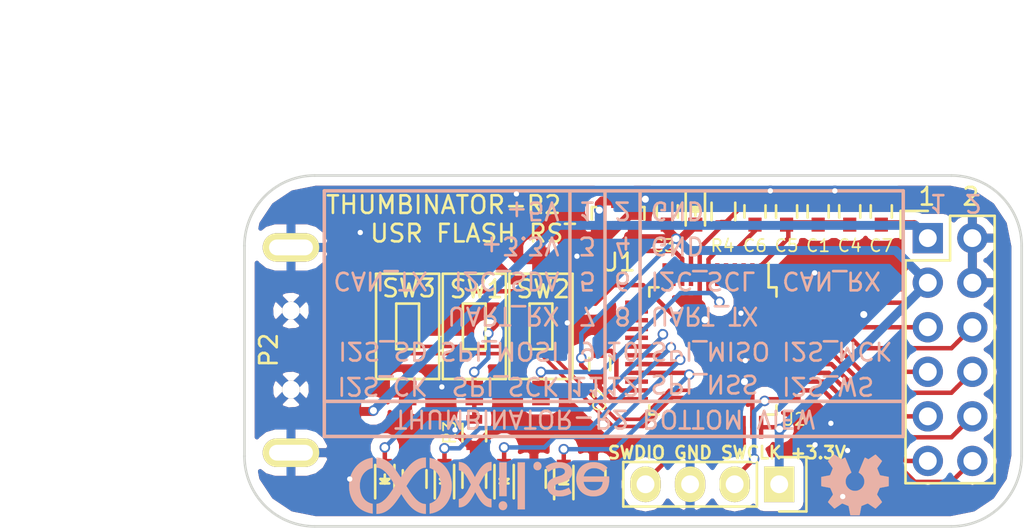
<source format=kicad_pcb>
(kicad_pcb (version 20160815) (host pcbnew "(2016-09-30 revision 278ee7d)-makepkg")

  (general
    (links 86)
    (no_connects 0)
    (area 49.624999 49.924999 94.075001 70.075001)
    (thickness 1.6)
    (drawings 56)
    (tracks 312)
    (zones 0)
    (modules 44)
    (nets 48)
  )

  (page A4)
  (layers
    (0 F.Cu signal)
    (31 B.Cu signal)
    (32 B.Adhes user hide)
    (33 F.Adhes user hide)
    (34 B.Paste user hide)
    (35 F.Paste user hide)
    (36 B.SilkS user hide)
    (37 F.SilkS user)
    (38 B.Mask user hide)
    (39 F.Mask user hide)
    (40 Dwgs.User user)
    (41 Cmts.User user hide)
    (42 Eco1.User user hide)
    (43 Eco2.User user hide)
    (44 Edge.Cuts user)
    (45 Margin user hide)
    (46 B.CrtYd user hide)
    (47 F.CrtYd user hide)
    (48 B.Fab user hide)
    (49 F.Fab user hide)
  )

  (setup
    (last_trace_width 0.254)
    (trace_clearance 0.2032)
    (zone_clearance 0.508)
    (zone_45_only no)
    (trace_min 0.1524)
    (segment_width 0.2)
    (edge_width 0.15)
    (via_size 0.6)
    (via_drill 0.4)
    (via_min_size 0.4)
    (via_min_drill 0.3)
    (uvia_size 0.3)
    (uvia_drill 0.1)
    (uvias_allowed no)
    (uvia_min_size 0)
    (uvia_min_drill 0)
    (pcb_text_width 0.3)
    (pcb_text_size 1.5 1.5)
    (mod_edge_width 0.15)
    (mod_text_size 1 1)
    (mod_text_width 0.15)
    (pad_size 3.6576 2.032)
    (pad_drill 0)
    (pad_to_mask_clearance 0.2)
    (aux_axis_origin 0 0)
    (visible_elements 7FFFFFFF)
    (pcbplotparams
      (layerselection 0x010f0_ffffffff)
      (usegerberextensions false)
      (excludeedgelayer true)
      (linewidth 0.100000)
      (plotframeref false)
      (viasonmask false)
      (mode 1)
      (useauxorigin false)
      (hpglpennumber 1)
      (hpglpenspeed 20)
      (hpglpendiameter 15)
      (psnegative false)
      (psa4output false)
      (plotreference true)
      (plotvalue true)
      (plotinvisibletext false)
      (padsonsilk false)
      (subtractmaskfromsilk false)
      (outputformat 1)
      (mirror false)
      (drillshape 0)
      (scaleselection 1)
      (outputdirectory gerber/))
  )

  (net 0 "")
  (net 1 +3V3)
  (net 2 GND)
  (net 3 +5V)
  (net 4 "Net-(U2-Pad2)")
  (net 5 "Net-(U2-Pad3)")
  (net 6 "Net-(U2-Pad4)")
  (net 7 "Net-(U2-Pad5)")
  (net 8 "Net-(U2-Pad6)")
  (net 9 "Net-(U2-Pad11)")
  (net 10 "Net-(U2-Pad12)")
  (net 11 "Net-(U2-Pad13)")
  (net 12 "Net-(U2-Pad14)")
  (net 13 "Net-(U2-Pad15)")
  (net 14 "Net-(U2-Pad16)")
  (net 15 "Net-(U2-Pad17)")
  (net 16 "Net-(U2-Pad22)")
  (net 17 "Net-(U2-Pad25)")
  (net 18 "Net-(U2-Pad26)")
  (net 19 "Net-(U2-Pad27)")
  (net 20 "Net-(U2-Pad28)")
  (net 21 "Net-(U2-Pad29)")
  (net 22 "Net-(U2-Pad30)")
  (net 23 "Net-(U2-Pad31)")
  (net 24 "Net-(D1-Pad1)")
  (net 25 "Net-(D2-Pad1)")
  (net 26 "Net-(D3-Pad1)")
  (net 27 "Net-(D4-Pad1)")
  (net 28 "Net-(D5-Pad1)")
  (net 29 /NRST)
  (net 30 /USR0)
  (net 31 /USR1)
  (net 32 /USR2)
  (net 33 /USR3)
  (net 34 /CAN_TX_I2C1_SDA)
  (net 35 /CAN_RX_I2C1_SCL)
  (net 36 /USART1_RX)
  (net 37 /USART_TX)
  (net 38 /I2C1_SMBA_I2S1_SD_SPI1_MOSI)
  (net 39 /I2S1_MCK_SPI1_MISO)
  (net 40 /I2S1_CK_SPI1_SCK)
  (net 41 /I2S1_WS_SPI1_NSS)
  (net 42 /USB_D-)
  (net 43 /USB_D+)
  (net 44 /SWDIO)
  (net 45 /SWCLK)
  (net 46 /BOOT0)
  (net 47 /USR_BTN)

  (net_class Default "This is the default net class."
    (clearance 0.2032)
    (trace_width 0.254)
    (via_dia 0.6)
    (via_drill 0.4)
    (uvia_dia 0.3)
    (uvia_drill 0.1)
    (diff_pair_gap 0.25)
    (diff_pair_width 0.2)
    (add_net /BOOT0)
    (add_net /CAN_RX_I2C1_SCL)
    (add_net /CAN_TX_I2C1_SDA)
    (add_net /I2C1_SMBA_I2S1_SD_SPI1_MOSI)
    (add_net /I2S1_CK_SPI1_SCK)
    (add_net /I2S1_MCK_SPI1_MISO)
    (add_net /I2S1_WS_SPI1_NSS)
    (add_net /NRST)
    (add_net /SWCLK)
    (add_net /SWDIO)
    (add_net /USART1_RX)
    (add_net /USART_TX)
    (add_net /USR0)
    (add_net /USR1)
    (add_net /USR2)
    (add_net /USR3)
    (add_net /USR_BTN)
    (add_net GND)
    (add_net "Net-(D1-Pad1)")
    (add_net "Net-(D2-Pad1)")
    (add_net "Net-(D3-Pad1)")
    (add_net "Net-(D4-Pad1)")
    (add_net "Net-(D5-Pad1)")
    (add_net "Net-(U2-Pad11)")
    (add_net "Net-(U2-Pad12)")
    (add_net "Net-(U2-Pad13)")
    (add_net "Net-(U2-Pad14)")
    (add_net "Net-(U2-Pad15)")
    (add_net "Net-(U2-Pad16)")
    (add_net "Net-(U2-Pad17)")
    (add_net "Net-(U2-Pad2)")
    (add_net "Net-(U2-Pad22)")
    (add_net "Net-(U2-Pad25)")
    (add_net "Net-(U2-Pad26)")
    (add_net "Net-(U2-Pad27)")
    (add_net "Net-(U2-Pad28)")
    (add_net "Net-(U2-Pad29)")
    (add_net "Net-(U2-Pad3)")
    (add_net "Net-(U2-Pad30)")
    (add_net "Net-(U2-Pad31)")
    (add_net "Net-(U2-Pad4)")
    (add_net "Net-(U2-Pad5)")
    (add_net "Net-(U2-Pad6)")
  )

  (net_class POWER ""
    (clearance 0.2032)
    (trace_width 0.508)
    (via_dia 0.6)
    (via_drill 0.4)
    (uvia_dia 0.3)
    (uvia_drill 0.1)
    (diff_pair_gap 0.25)
    (diff_pair_width 0.2)
    (add_net +3V3)
    (add_net +5V)
  )

  (net_class USB ""
    (clearance 0.1524)
    (trace_width 0.1524)
    (via_dia 0.6)
    (via_drill 0.4)
    (uvia_dia 0.3)
    (uvia_drill 0.1)
    (diff_pair_gap 0.25)
    (diff_pair_width 0.2)
    (add_net /USB_D+)
    (add_net /USB_D-)
  )

  (module xil_conn:GND_VIA_0.6mm (layer F.Cu) (tedit 5827F059) (tstamp 5827F1E5)
    (at 82.225 65.35)
    (fp_text reference REF** (at 0 0.43) (layer F.SilkS) hide
      (effects (font (size 0.127 0.127) (thickness 0.00001)))
    )
    (fp_text value VIA_0.6mm (at 0 -0.43) (layer F.Fab) hide
      (effects (font (size 0.127 0.127) (thickness 0.0015)))
    )
    (pad 1 thru_hole circle (at 0 0) (size 0.6 0.6) (drill 0.3) (layers *.Cu)
      (net 2 GND) (zone_connect 2))
  )

  (module xil_conn:GND_VIA_0.6mm (layer F.Cu) (tedit 5827F054) (tstamp 5827F1E1)
    (at 83.8 68.3)
    (fp_text reference REF** (at 0 0.43) (layer F.SilkS) hide
      (effects (font (size 0.127 0.127) (thickness 0.00001)))
    )
    (fp_text value VIA_0.6mm (at 0 -0.43) (layer F.Fab) hide
      (effects (font (size 0.127 0.127) (thickness 0.0015)))
    )
    (pad 1 thru_hole circle (at 0 0) (size 0.6 0.6) (drill 0.3) (layers *.Cu)
      (net 2 GND) (zone_connect 2))
  )

  (module xil_conn:GND_VIA_0.6mm (layer F.Cu) (tedit 5827EF6F) (tstamp 582776A1)
    (at 83.35 50.875)
    (fp_text reference REF** (at 0 0.43) (layer F.SilkS) hide
      (effects (font (size 0.127 0.127) (thickness 0.00001)))
    )
    (fp_text value VIA_0.6mm (at 0 -0.43) (layer F.Fab) hide
      (effects (font (size 0.127 0.127) (thickness 0.0015)))
    )
    (pad 1 thru_hole circle (at 0 0) (size 0.6 0.6) (drill 0.3) (layers *.Cu)
      (net 2 GND) (zone_connect 2))
  )

  (module xil_conn:GND_VIA_0.6mm (layer F.Cu) (tedit 5827EF6F) (tstamp 58277699)
    (at 79.675 50.875)
    (fp_text reference REF** (at 0 0.43) (layer F.SilkS) hide
      (effects (font (size 0.127 0.127) (thickness 0.00001)))
    )
    (fp_text value VIA_0.6mm (at 0 -0.43) (layer F.Fab) hide
      (effects (font (size 0.127 0.127) (thickness 0.0015)))
    )
    (pad 1 thru_hole circle (at 0 0) (size 0.6 0.6) (drill 0.3) (layers *.Cu)
      (net 2 GND) (zone_connect 2))
  )

  (module xil_conn:GND_VIA_0.6mm (layer F.Cu) (tedit 5827EF6F) (tstamp 58276F30)
    (at 82.2 55.55)
    (fp_text reference REF** (at 0 0.43) (layer F.SilkS) hide
      (effects (font (size 0.127 0.127) (thickness 0.00001)))
    )
    (fp_text value VIA_0.6mm (at 0 -0.43) (layer F.Fab) hide
      (effects (font (size 0.127 0.127) (thickness 0.0015)))
    )
    (pad 1 thru_hole circle (at 0 0) (size 0.6 0.6) (drill 0.3) (layers *.Cu)
      (net 2 GND) (zone_connect 2))
  )

  (module xil_conn:GND_VIA_0.6mm (layer F.Cu) (tedit 5827EF6F) (tstamp 58276F2C)
    (at 78 57.85)
    (fp_text reference REF** (at 0 0.43) (layer F.SilkS) hide
      (effects (font (size 0.127 0.127) (thickness 0.00001)))
    )
    (fp_text value VIA_0.6mm (at 0 -0.43) (layer F.Fab) hide
      (effects (font (size 0.127 0.127) (thickness 0.0015)))
    )
    (pad 1 thru_hole circle (at 0 0) (size 0.6 0.6) (drill 0.3) (layers *.Cu)
      (net 2 GND) (zone_connect 2))
  )

  (module xil_conn:GND_VIA_0.6mm (layer F.Cu) (tedit 5827EF6F) (tstamp 58276F26)
    (at 78.25 60.55)
    (fp_text reference REF** (at 0 0.43) (layer F.SilkS) hide
      (effects (font (size 0.127 0.127) (thickness 0.00001)))
    )
    (fp_text value VIA_0.6mm (at 0 -0.43) (layer F.Fab) hide
      (effects (font (size 0.127 0.127) (thickness 0.0015)))
    )
    (pad 1 thru_hole circle (at 0 0) (size 0.6 0.6) (drill 0.3) (layers *.Cu)
      (net 2 GND) (zone_connect 2))
  )

  (module xil_conn:GND_VIA_0.6mm (layer F.Cu) (tedit 5827EF6F) (tstamp 58276F21)
    (at 56.3 53.25)
    (fp_text reference REF** (at 0 0.43) (layer F.SilkS) hide
      (effects (font (size 0.127 0.127) (thickness 0.00001)))
    )
    (fp_text value VIA_0.6mm (at 0 -0.43) (layer F.Fab) hide
      (effects (font (size 0.127 0.127) (thickness 0.0015)))
    )
    (pad 1 thru_hole circle (at 0 0) (size 0.6 0.6) (drill 0.3) (layers *.Cu)
      (net 2 GND) (zone_connect 2))
  )

  (module xil_conn:GND_VIA_0.6mm (layer F.Cu) (tedit 5827EF6F) (tstamp 58276F18)
    (at 60.95 62.05)
    (fp_text reference REF** (at 0 0.43) (layer F.SilkS) hide
      (effects (font (size 0.127 0.127) (thickness 0.00001)))
    )
    (fp_text value VIA_0.6mm (at 0 -0.43) (layer F.Fab) hide
      (effects (font (size 0.127 0.127) (thickness 0.0015)))
    )
    (pad 1 thru_hole circle (at 0 0) (size 0.6 0.6) (drill 0.3) (layers *.Cu)
      (net 2 GND) (zone_connect 2))
  )

  (module xil_conn:GND_VIA_0.6mm (layer F.Cu) (tedit 5827EF6F) (tstamp 58276A04)
    (at 83.125 64.125)
    (fp_text reference REF** (at 0 0.43) (layer F.SilkS) hide
      (effects (font (size 0.127 0.127) (thickness 0.00001)))
    )
    (fp_text value VIA_0.6mm (at 0 -0.43) (layer F.Fab) hide
      (effects (font (size 0.127 0.127) (thickness 0.0015)))
    )
    (pad 1 thru_hole circle (at 0 0) (size 0.6 0.6) (drill 0.3) (layers *.Cu)
      (net 2 GND) (zone_connect 2))
  )

  (module xil_conn:GND_VIA_0.6mm (layer F.Cu) (tedit 5827EF6F) (tstamp 58276A00)
    (at 84.075 65.675)
    (fp_text reference REF** (at 0 0.43) (layer F.SilkS) hide
      (effects (font (size 0.127 0.127) (thickness 0.00001)))
    )
    (fp_text value VIA_0.6mm (at 0 -0.43) (layer F.Fab) hide
      (effects (font (size 0.127 0.127) (thickness 0.0015)))
    )
    (pad 1 thru_hole circle (at 0 0) (size 0.6 0.6) (drill 0.3) (layers *.Cu)
      (net 2 GND) (zone_connect 2))
  )

  (module xil_conn:GND_VIA_0.6mm (layer F.Cu) (tedit 5827EF6F) (tstamp 58276657)
    (at 68.1 58.4)
    (fp_text reference REF** (at 0 0.43) (layer F.SilkS) hide
      (effects (font (size 0.127 0.127) (thickness 0.00001)))
    )
    (fp_text value VIA_0.6mm (at 0 -0.43) (layer F.Fab) hide
      (effects (font (size 0.127 0.127) (thickness 0.0015)))
    )
    (pad 1 thru_hole circle (at 0 0) (size 0.6 0.6) (drill 0.3) (layers *.Cu)
      (net 2 GND) (zone_connect 2))
  )

  (module xil_conn:GND_VIA_0.6mm (layer F.Cu) (tedit 5827EF6F) (tstamp 58275B98)
    (at 61.7 64.5)
    (fp_text reference REF** (at 0 0.43) (layer F.SilkS) hide
      (effects (font (size 0.127 0.127) (thickness 0.00001)))
    )
    (fp_text value VIA_0.6mm (at 0 -0.43) (layer F.Fab) hide
      (effects (font (size 0.127 0.127) (thickness 0.0015)))
    )
    (pad 1 thru_hole circle (at 0 0) (size 0.6 0.6) (drill 0.3) (layers *.Cu)
      (net 2 GND) (zone_connect 2))
  )

  (module xil_conn:GND_VIA_0.6mm (layer F.Cu) (tedit 5827EF6F) (tstamp 57F112D6)
    (at 65.2 51.05)
    (fp_text reference REF** (at 0 0.43) (layer F.SilkS) hide
      (effects (font (size 0.127 0.127) (thickness 0.00001)))
    )
    (fp_text value VIA_0.6mm (at 0 -0.43) (layer F.Fab) hide
      (effects (font (size 0.127 0.127) (thickness 0.0015)))
    )
    (pad 1 thru_hole circle (at 0 0) (size 0.6 0.6) (drill 0.3) (layers *.Cu)
      (net 2 GND) (zone_connect 2))
  )

  (module xil_conn:GND_VIA_0.6mm (layer F.Cu) (tedit 5827EF6F) (tstamp 57F10012)
    (at 55.7 67.3)
    (fp_text reference REF** (at 0 0.43) (layer F.SilkS) hide
      (effects (font (size 0.127 0.127) (thickness 0.00001)))
    )
    (fp_text value VIA_0.6mm (at 0 -0.43) (layer F.Fab) hide
      (effects (font (size 0.127 0.127) (thickness 0.0015)))
    )
    (pad 1 thru_hole circle (at 0 0) (size 0.6 0.6) (drill 0.3) (layers *.Cu)
      (net 2 GND) (zone_connect 2))
  )

  (module xil_conn:GND_VIA_0.6mm (layer F.Cu) (tedit 5827EF6F) (tstamp 57F0FFFE)
    (at 68.65 54.6)
    (fp_text reference REF** (at 0 0.43) (layer F.SilkS) hide
      (effects (font (size 0.127 0.127) (thickness 0.00001)))
    )
    (fp_text value VIA_0.6mm (at 0 -0.43) (layer F.Fab) hide
      (effects (font (size 0.127 0.127) (thickness 0.0015)))
    )
    (pad 1 thru_hole circle (at 0 0) (size 0.6 0.6) (drill 0.3) (layers *.Cu)
      (net 2 GND) (zone_connect 2))
  )

  (module Capacitors_SMD:C_0603 (layer F.Cu) (tedit 5827EF6F) (tstamp 57F048AE)
    (at 82.4 52.05 90)
    (descr "Capacitor SMD 0603, reflow soldering, AVX (see smccp.pdf)")
    (tags "capacitor 0603")
    (path /57F0A16D)
    (attr smd)
    (fp_text reference C1 (at -1.95 0 180) (layer F.SilkS)
      (effects (font (size 0.7 0.7) (thickness 0.1)))
    )
    (fp_text value 100nF (at 0 1.9 90) (layer F.Fab)
      (effects (font (size 1 1) (thickness 0.15)))
    )
    (fp_line (start -0.8 0.4) (end -0.8 -0.4) (layer F.Fab) (width 0.15))
    (fp_line (start 0.8 0.4) (end -0.8 0.4) (layer F.Fab) (width 0.15))
    (fp_line (start 0.8 -0.4) (end 0.8 0.4) (layer F.Fab) (width 0.15))
    (fp_line (start -0.8 -0.4) (end 0.8 -0.4) (layer F.Fab) (width 0.15))
    (fp_line (start -1.45 -0.75) (end 1.45 -0.75) (layer F.CrtYd) (width 0.05))
    (fp_line (start -1.45 0.75) (end 1.45 0.75) (layer F.CrtYd) (width 0.05))
    (fp_line (start -1.45 -0.75) (end -1.45 0.75) (layer F.CrtYd) (width 0.05))
    (fp_line (start 1.45 -0.75) (end 1.45 0.75) (layer F.CrtYd) (width 0.05))
    (fp_line (start -0.35 -0.6) (end 0.35 -0.6) (layer F.SilkS) (width 0.15))
    (fp_line (start 0.35 0.6) (end -0.35 0.6) (layer F.SilkS) (width 0.15))
    (pad 1 smd rect (at -0.75 0 90) (size 0.8 0.75) (layers F.Cu F.Paste F.Mask)
      (net 1 +3V3))
    (pad 2 smd rect (at 0.75 0 90) (size 0.8 0.75) (layers F.Cu F.Paste F.Mask)
      (net 2 GND))
    (model Capacitors_SMD.3dshapes/C_0603.wrl
      (at (xyz 0 0 0))
      (scale (xyz 1 1 1))
      (rotate (xyz 0 0 0))
    )
  )

  (module Capacitors_SMD:C_0603 (layer F.Cu) (tedit 5827EF6F) (tstamp 57F048B4)
    (at 69.95 60.75 90)
    (descr "Capacitor SMD 0603, reflow soldering, AVX (see smccp.pdf)")
    (tags "capacitor 0603")
    (path /57F0A3CB)
    (attr smd)
    (fp_text reference C2 (at -2.05 0 90) (layer F.SilkS)
      (effects (font (size 0.7 0.7) (thickness 0.1)))
    )
    (fp_text value 100nF (at 0 1.9 90) (layer F.Fab)
      (effects (font (size 1 1) (thickness 0.15)))
    )
    (fp_line (start -0.8 0.4) (end -0.8 -0.4) (layer F.Fab) (width 0.15))
    (fp_line (start 0.8 0.4) (end -0.8 0.4) (layer F.Fab) (width 0.15))
    (fp_line (start 0.8 -0.4) (end 0.8 0.4) (layer F.Fab) (width 0.15))
    (fp_line (start -0.8 -0.4) (end 0.8 -0.4) (layer F.Fab) (width 0.15))
    (fp_line (start -1.45 -0.75) (end 1.45 -0.75) (layer F.CrtYd) (width 0.05))
    (fp_line (start -1.45 0.75) (end 1.45 0.75) (layer F.CrtYd) (width 0.05))
    (fp_line (start -1.45 -0.75) (end -1.45 0.75) (layer F.CrtYd) (width 0.05))
    (fp_line (start 1.45 -0.75) (end 1.45 0.75) (layer F.CrtYd) (width 0.05))
    (fp_line (start -0.35 -0.6) (end 0.35 -0.6) (layer F.SilkS) (width 0.15))
    (fp_line (start 0.35 0.6) (end -0.35 0.6) (layer F.SilkS) (width 0.15))
    (pad 1 smd rect (at -0.75 0 90) (size 0.8 0.75) (layers F.Cu F.Paste F.Mask)
      (net 1 +3V3))
    (pad 2 smd rect (at 0.75 0 90) (size 0.8 0.75) (layers F.Cu F.Paste F.Mask)
      (net 2 GND))
    (model Capacitors_SMD.3dshapes/C_0603.wrl
      (at (xyz 0 0 0))
      (scale (xyz 1 1 1))
      (rotate (xyz 0 0 0))
    )
  )

  (module Capacitors_SMD:C_0603 (layer F.Cu) (tedit 5827EF6F) (tstamp 57F048BA)
    (at 73.8 52.05 90)
    (descr "Capacitor SMD 0603, reflow soldering, AVX (see smccp.pdf)")
    (tags "capacitor 0603")
    (path /57F0A467)
    (attr smd)
    (fp_text reference C3 (at -1.95 -0.2 180) (layer F.SilkS)
      (effects (font (size 0.7 0.7) (thickness 0.1)))
    )
    (fp_text value 100nF (at 0 1.9 90) (layer F.Fab)
      (effects (font (size 1 1) (thickness 0.15)))
    )
    (fp_line (start -0.8 0.4) (end -0.8 -0.4) (layer F.Fab) (width 0.15))
    (fp_line (start 0.8 0.4) (end -0.8 0.4) (layer F.Fab) (width 0.15))
    (fp_line (start 0.8 -0.4) (end 0.8 0.4) (layer F.Fab) (width 0.15))
    (fp_line (start -0.8 -0.4) (end 0.8 -0.4) (layer F.Fab) (width 0.15))
    (fp_line (start -1.45 -0.75) (end 1.45 -0.75) (layer F.CrtYd) (width 0.05))
    (fp_line (start -1.45 0.75) (end 1.45 0.75) (layer F.CrtYd) (width 0.05))
    (fp_line (start -1.45 -0.75) (end -1.45 0.75) (layer F.CrtYd) (width 0.05))
    (fp_line (start 1.45 -0.75) (end 1.45 0.75) (layer F.CrtYd) (width 0.05))
    (fp_line (start -0.35 -0.6) (end 0.35 -0.6) (layer F.SilkS) (width 0.15))
    (fp_line (start 0.35 0.6) (end -0.35 0.6) (layer F.SilkS) (width 0.15))
    (pad 1 smd rect (at -0.75 0 90) (size 0.8 0.75) (layers F.Cu F.Paste F.Mask)
      (net 1 +3V3))
    (pad 2 smd rect (at 0.75 0 90) (size 0.8 0.75) (layers F.Cu F.Paste F.Mask)
      (net 2 GND))
    (model Capacitors_SMD.3dshapes/C_0603.wrl
      (at (xyz 0 0 0))
      (scale (xyz 1 1 1))
      (rotate (xyz 0 0 0))
    )
  )

  (module Capacitors_SMD:C_0603 (layer F.Cu) (tedit 5827EF6F) (tstamp 57F048C0)
    (at 84.2 52.05 90)
    (descr "Capacitor SMD 0603, reflow soldering, AVX (see smccp.pdf)")
    (tags "capacitor 0603")
    (path /57F0A47B)
    (attr smd)
    (fp_text reference C4 (at -1.95 0 180) (layer F.SilkS)
      (effects (font (size 0.7 0.7) (thickness 0.1)))
    )
    (fp_text value 1uF (at 0 1.9 90) (layer F.Fab)
      (effects (font (size 1 1) (thickness 0.15)))
    )
    (fp_line (start -0.8 0.4) (end -0.8 -0.4) (layer F.Fab) (width 0.15))
    (fp_line (start 0.8 0.4) (end -0.8 0.4) (layer F.Fab) (width 0.15))
    (fp_line (start 0.8 -0.4) (end 0.8 0.4) (layer F.Fab) (width 0.15))
    (fp_line (start -0.8 -0.4) (end 0.8 -0.4) (layer F.Fab) (width 0.15))
    (fp_line (start -1.45 -0.75) (end 1.45 -0.75) (layer F.CrtYd) (width 0.05))
    (fp_line (start -1.45 0.75) (end 1.45 0.75) (layer F.CrtYd) (width 0.05))
    (fp_line (start -1.45 -0.75) (end -1.45 0.75) (layer F.CrtYd) (width 0.05))
    (fp_line (start 1.45 -0.75) (end 1.45 0.75) (layer F.CrtYd) (width 0.05))
    (fp_line (start -0.35 -0.6) (end 0.35 -0.6) (layer F.SilkS) (width 0.15))
    (fp_line (start 0.35 0.6) (end -0.35 0.6) (layer F.SilkS) (width 0.15))
    (pad 1 smd rect (at -0.75 0 90) (size 0.8 0.75) (layers F.Cu F.Paste F.Mask)
      (net 1 +3V3))
    (pad 2 smd rect (at 0.75 0 90) (size 0.8 0.75) (layers F.Cu F.Paste F.Mask)
      (net 2 GND))
    (model Capacitors_SMD.3dshapes/C_0603.wrl
      (at (xyz 0 0 0))
      (scale (xyz 1 1 1))
      (rotate (xyz 0 0 0))
    )
  )

  (module LEDs:LED_0603 (layer F.Cu) (tedit 5827EF6F) (tstamp 57F048C6)
    (at 75.4 52.05 270)
    (descr "LED 0603 smd package")
    (tags "LED led 0603 SMD smd SMT smt smdled SMDLED smtled SMTLED")
    (path /57F0AC5D)
    (attr smd)
    (fp_text reference D1 (at -1.8 0 270) (layer F.SilkS) hide
      (effects (font (size 0.7 0.7) (thickness 0.1)))
    )
    (fp_text value LED (at 0 1.5 270) (layer F.Fab)
      (effects (font (size 1 1) (thickness 0.15)))
    )
    (fp_line (start -0.3 -0.2) (end -0.3 0.2) (layer F.Fab) (width 0.15))
    (fp_line (start -0.2 0) (end 0.1 -0.2) (layer F.Fab) (width 0.15))
    (fp_line (start 0.1 0.2) (end -0.2 0) (layer F.Fab) (width 0.15))
    (fp_line (start 0.1 -0.2) (end 0.1 0.2) (layer F.Fab) (width 0.15))
    (fp_line (start 0.8 0.4) (end -0.8 0.4) (layer F.Fab) (width 0.15))
    (fp_line (start 0.8 -0.4) (end 0.8 0.4) (layer F.Fab) (width 0.15))
    (fp_line (start -0.8 -0.4) (end 0.8 -0.4) (layer F.Fab) (width 0.15))
    (fp_line (start -0.8 0.4) (end -0.8 -0.4) (layer F.Fab) (width 0.15))
    (fp_line (start -1.1 0.55) (end 0.8 0.55) (layer F.SilkS) (width 0.15))
    (fp_line (start -1.1 -0.55) (end 0.8 -0.55) (layer F.SilkS) (width 0.15))
    (fp_line (start -0.2 0) (end 0.25 0) (layer F.SilkS) (width 0.15))
    (fp_line (start -0.25 -0.25) (end -0.25 0.25) (layer F.SilkS) (width 0.15))
    (fp_line (start -0.25 0) (end 0 -0.25) (layer F.SilkS) (width 0.15))
    (fp_line (start 0 -0.25) (end 0 0.25) (layer F.SilkS) (width 0.15))
    (fp_line (start 0 0.25) (end -0.25 0) (layer F.SilkS) (width 0.15))
    (fp_line (start 1.4 -0.75) (end 1.4 0.75) (layer F.CrtYd) (width 0.05))
    (fp_line (start 1.4 0.75) (end -1.4 0.75) (layer F.CrtYd) (width 0.05))
    (fp_line (start -1.4 0.75) (end -1.4 -0.75) (layer F.CrtYd) (width 0.05))
    (fp_line (start -1.4 -0.75) (end 1.4 -0.75) (layer F.CrtYd) (width 0.05))
    (pad 2 smd rect (at 0.7493 0 90) (size 0.79756 0.79756) (layers F.Cu F.Paste F.Mask)
      (net 1 +3V3))
    (pad 1 smd rect (at -0.7493 0 90) (size 0.79756 0.79756) (layers F.Cu F.Paste F.Mask)
      (net 24 "Net-(D1-Pad1)"))
    (model LEDs.3dshapes/LED_0603.wrl
      (at (xyz 0 0 0))
      (scale (xyz 1 1 1))
      (rotate (xyz 0 0 180))
    )
  )

  (module Resistors_SMD:R_0603 (layer F.Cu) (tedit 5827EF6F) (tstamp 57F048FA)
    (at 62.8 64.65 90)
    (descr "Resistor SMD 0603, reflow soldering, Vishay (see dcrcw.pdf)")
    (tags "resistor 0603")
    (path /57F1349C)
    (attr smd)
    (fp_text reference R3 (at 0 -1.4 90) (layer F.SilkS)
      (effects (font (size 0.7 0.7) (thickness 0.1)))
    )
    (fp_text value 1K (at 0 1.9 90) (layer F.Fab)
      (effects (font (size 1 1) (thickness 0.15)))
    )
    (fp_line (start -1.3 -0.8) (end 1.3 -0.8) (layer F.CrtYd) (width 0.05))
    (fp_line (start -1.3 0.8) (end 1.3 0.8) (layer F.CrtYd) (width 0.05))
    (fp_line (start -1.3 -0.8) (end -1.3 0.8) (layer F.CrtYd) (width 0.05))
    (fp_line (start 1.3 -0.8) (end 1.3 0.8) (layer F.CrtYd) (width 0.05))
    (fp_line (start 0.5 0.675) (end -0.5 0.675) (layer F.SilkS) (width 0.15))
    (fp_line (start -0.5 -0.675) (end 0.5 -0.675) (layer F.SilkS) (width 0.15))
    (pad 1 smd rect (at -0.75 0 90) (size 0.5 0.9) (layers F.Cu F.Paste F.Mask)
      (net 2 GND))
    (pad 2 smd rect (at 0.75 0 90) (size 0.5 0.9) (layers F.Cu F.Paste F.Mask)
      (net 46 /BOOT0))
    (model Resistors_SMD.3dshapes/R_0603.wrl
      (at (xyz 0 0 0))
      (scale (xyz 1 1 1))
      (rotate (xyz 0 0 0))
    )
  )

  (module Housings_QFP:LQFP-48_7x7mm_Pitch0.5mm (layer F.Cu) (tedit 5827EF6F) (tstamp 57F0493C)
    (at 76.4 60 270)
    (descr "48 LEAD LQFP 7x7mm (see MICREL LQFP7x7-48LD-PL-1.pdf)")
    (tags "QFP 0.5")
    (path /57F03256/57F0326B)
    (attr smd)
    (fp_text reference U2 (at 3.9 -4.6) (layer F.SilkS)
      (effects (font (size 0.7 0.7) (thickness 0.1)))
    )
    (fp_text value STM32F072CBTx (at 0 6 270) (layer F.Fab)
      (effects (font (size 1 1) (thickness 0.15)))
    )
    (fp_text user %R (at 0 0 270) (layer F.Fab)
      (effects (font (size 1 1) (thickness 0.15)))
    )
    (fp_line (start -2.5 -3.5) (end 3.5 -3.5) (layer F.Fab) (width 0.15))
    (fp_line (start 3.5 -3.5) (end 3.5 3.5) (layer F.Fab) (width 0.15))
    (fp_line (start 3.5 3.5) (end -3.5 3.5) (layer F.Fab) (width 0.15))
    (fp_line (start -3.5 3.5) (end -3.5 -2.5) (layer F.Fab) (width 0.15))
    (fp_line (start -3.5 -2.5) (end -2.5 -3.5) (layer F.Fab) (width 0.15))
    (fp_line (start -5.25 -5.25) (end -5.25 5.25) (layer F.CrtYd) (width 0.05))
    (fp_line (start 5.25 -5.25) (end 5.25 5.25) (layer F.CrtYd) (width 0.05))
    (fp_line (start -5.25 -5.25) (end 5.25 -5.25) (layer F.CrtYd) (width 0.05))
    (fp_line (start -5.25 5.25) (end 5.25 5.25) (layer F.CrtYd) (width 0.05))
    (fp_line (start -3.625 -3.625) (end -3.625 -3.175) (layer F.SilkS) (width 0.15))
    (fp_line (start 3.625 -3.625) (end 3.625 -3.1) (layer F.SilkS) (width 0.15))
    (fp_line (start 3.625 3.625) (end 3.625 3.1) (layer F.SilkS) (width 0.15))
    (fp_line (start -3.625 3.625) (end -3.625 3.1) (layer F.SilkS) (width 0.15))
    (fp_line (start -3.625 -3.625) (end -3.1 -3.625) (layer F.SilkS) (width 0.15))
    (fp_line (start -3.625 3.625) (end -3.1 3.625) (layer F.SilkS) (width 0.15))
    (fp_line (start 3.625 3.625) (end 3.1 3.625) (layer F.SilkS) (width 0.15))
    (fp_line (start 3.625 -3.625) (end 3.1 -3.625) (layer F.SilkS) (width 0.15))
    (fp_line (start -3.625 -3.175) (end -5 -3.175) (layer F.SilkS) (width 0.15))
    (pad 1 smd rect (at -4.35 -2.75 270) (size 1.3 0.25) (layers F.Cu F.Paste F.Mask)
      (net 1 +3V3))
    (pad 2 smd rect (at -4.35 -2.25 270) (size 1.3 0.25) (layers F.Cu F.Paste F.Mask)
      (net 4 "Net-(U2-Pad2)"))
    (pad 3 smd rect (at -4.35 -1.75 270) (size 1.3 0.25) (layers F.Cu F.Paste F.Mask)
      (net 5 "Net-(U2-Pad3)"))
    (pad 4 smd rect (at -4.35 -1.25 270) (size 1.3 0.25) (layers F.Cu F.Paste F.Mask)
      (net 6 "Net-(U2-Pad4)"))
    (pad 5 smd rect (at -4.35 -0.75 270) (size 1.3 0.25) (layers F.Cu F.Paste F.Mask)
      (net 7 "Net-(U2-Pad5)"))
    (pad 6 smd rect (at -4.35 -0.25 270) (size 1.3 0.25) (layers F.Cu F.Paste F.Mask)
      (net 8 "Net-(U2-Pad6)"))
    (pad 7 smd rect (at -4.35 0.25 270) (size 1.3 0.25) (layers F.Cu F.Paste F.Mask)
      (net 29 /NRST))
    (pad 8 smd rect (at -4.35 0.75 270) (size 1.3 0.25) (layers F.Cu F.Paste F.Mask)
      (net 2 GND))
    (pad 9 smd rect (at -4.35 1.25 270) (size 1.3 0.25) (layers F.Cu F.Paste F.Mask)
      (net 1 +3V3))
    (pad 10 smd rect (at -4.35 1.75 270) (size 1.3 0.25) (layers F.Cu F.Paste F.Mask)
      (net 47 /USR_BTN))
    (pad 11 smd rect (at -4.35 2.25 270) (size 1.3 0.25) (layers F.Cu F.Paste F.Mask)
      (net 9 "Net-(U2-Pad11)"))
    (pad 12 smd rect (at -4.35 2.75 270) (size 1.3 0.25) (layers F.Cu F.Paste F.Mask)
      (net 10 "Net-(U2-Pad12)"))
    (pad 13 smd rect (at -2.75 4.35) (size 1.3 0.25) (layers F.Cu F.Paste F.Mask)
      (net 11 "Net-(U2-Pad13)"))
    (pad 14 smd rect (at -2.25 4.35) (size 1.3 0.25) (layers F.Cu F.Paste F.Mask)
      (net 12 "Net-(U2-Pad14)"))
    (pad 15 smd rect (at -1.75 4.35) (size 1.3 0.25) (layers F.Cu F.Paste F.Mask)
      (net 13 "Net-(U2-Pad15)"))
    (pad 16 smd rect (at -1.25 4.35) (size 1.3 0.25) (layers F.Cu F.Paste F.Mask)
      (net 14 "Net-(U2-Pad16)"))
    (pad 17 smd rect (at -0.75 4.35) (size 1.3 0.25) (layers F.Cu F.Paste F.Mask)
      (net 15 "Net-(U2-Pad17)"))
    (pad 18 smd rect (at -0.25 4.35) (size 1.3 0.25) (layers F.Cu F.Paste F.Mask)
      (net 30 /USR0))
    (pad 19 smd rect (at 0.25 4.35) (size 1.3 0.25) (layers F.Cu F.Paste F.Mask)
      (net 31 /USR1))
    (pad 20 smd rect (at 0.75 4.35) (size 1.3 0.25) (layers F.Cu F.Paste F.Mask)
      (net 32 /USR2))
    (pad 21 smd rect (at 1.25 4.35) (size 1.3 0.25) (layers F.Cu F.Paste F.Mask)
      (net 33 /USR3))
    (pad 22 smd rect (at 1.75 4.35) (size 1.3 0.25) (layers F.Cu F.Paste F.Mask)
      (net 16 "Net-(U2-Pad22)"))
    (pad 23 smd rect (at 2.25 4.35) (size 1.3 0.25) (layers F.Cu F.Paste F.Mask)
      (net 2 GND))
    (pad 24 smd rect (at 2.75 4.35) (size 1.3 0.25) (layers F.Cu F.Paste F.Mask)
      (net 1 +3V3))
    (pad 25 smd rect (at 4.35 2.75 270) (size 1.3 0.25) (layers F.Cu F.Paste F.Mask)
      (net 17 "Net-(U2-Pad25)"))
    (pad 26 smd rect (at 4.35 2.25 270) (size 1.3 0.25) (layers F.Cu F.Paste F.Mask)
      (net 18 "Net-(U2-Pad26)"))
    (pad 27 smd rect (at 4.35 1.75 270) (size 1.3 0.25) (layers F.Cu F.Paste F.Mask)
      (net 19 "Net-(U2-Pad27)"))
    (pad 28 smd rect (at 4.35 1.25 270) (size 1.3 0.25) (layers F.Cu F.Paste F.Mask)
      (net 20 "Net-(U2-Pad28)"))
    (pad 29 smd rect (at 4.35 0.75 270) (size 1.3 0.25) (layers F.Cu F.Paste F.Mask)
      (net 21 "Net-(U2-Pad29)"))
    (pad 30 smd rect (at 4.35 0.25 270) (size 1.3 0.25) (layers F.Cu F.Paste F.Mask)
      (net 22 "Net-(U2-Pad30)"))
    (pad 31 smd rect (at 4.35 -0.25 270) (size 1.3 0.25) (layers F.Cu F.Paste F.Mask)
      (net 23 "Net-(U2-Pad31)"))
    (pad 32 smd rect (at 4.35 -0.75 270) (size 1.3 0.25) (layers F.Cu F.Paste F.Mask)
      (net 42 /USB_D-))
    (pad 33 smd rect (at 4.35 -1.25 270) (size 1.3 0.25) (layers F.Cu F.Paste F.Mask)
      (net 43 /USB_D+))
    (pad 34 smd rect (at 4.35 -1.75 270) (size 1.3 0.25) (layers F.Cu F.Paste F.Mask)
      (net 44 /SWDIO))
    (pad 35 smd rect (at 4.35 -2.25 270) (size 1.3 0.25) (layers F.Cu F.Paste F.Mask)
      (net 2 GND))
    (pad 36 smd rect (at 4.35 -2.75 270) (size 1.3 0.25) (layers F.Cu F.Paste F.Mask)
      (net 1 +3V3))
    (pad 37 smd rect (at 2.75 -4.35) (size 1.3 0.25) (layers F.Cu F.Paste F.Mask)
      (net 45 /SWCLK))
    (pad 38 smd rect (at 2.25 -4.35) (size 1.3 0.25) (layers F.Cu F.Paste F.Mask)
      (net 41 /I2S1_WS_SPI1_NSS))
    (pad 39 smd rect (at 1.75 -4.35) (size 1.3 0.25) (layers F.Cu F.Paste F.Mask)
      (net 40 /I2S1_CK_SPI1_SCK))
    (pad 40 smd rect (at 1.25 -4.35) (size 1.3 0.25) (layers F.Cu F.Paste F.Mask)
      (net 39 /I2S1_MCK_SPI1_MISO))
    (pad 41 smd rect (at 0.75 -4.35) (size 1.3 0.25) (layers F.Cu F.Paste F.Mask)
      (net 38 /I2C1_SMBA_I2S1_SD_SPI1_MOSI))
    (pad 42 smd rect (at 0.25 -4.35) (size 1.3 0.25) (layers F.Cu F.Paste F.Mask)
      (net 37 /USART_TX))
    (pad 43 smd rect (at -0.25 -4.35) (size 1.3 0.25) (layers F.Cu F.Paste F.Mask)
      (net 36 /USART1_RX))
    (pad 44 smd rect (at -0.75 -4.35) (size 1.3 0.25) (layers F.Cu F.Paste F.Mask)
      (net 46 /BOOT0))
    (pad 45 smd rect (at -1.25 -4.35) (size 1.3 0.25) (layers F.Cu F.Paste F.Mask)
      (net 35 /CAN_RX_I2C1_SCL))
    (pad 46 smd rect (at -1.75 -4.35) (size 1.3 0.25) (layers F.Cu F.Paste F.Mask)
      (net 34 /CAN_TX_I2C1_SDA))
    (pad 47 smd rect (at -2.25 -4.35) (size 1.3 0.25) (layers F.Cu F.Paste F.Mask)
      (net 2 GND))
    (pad 48 smd rect (at -2.75 -4.35) (size 1.3 0.25) (layers F.Cu F.Paste F.Mask)
      (net 1 +3V3))
    (model Housings_QFP.3dshapes/LQFP-48_7x7mm_Pitch0.5mm.wrl
      (at (xyz 0 0 0))
      (scale (xyz 1 1 1))
      (rotate (xyz 0 0 0))
    )
  )

  (module Resistors_SMD:R_0603 (layer F.Cu) (tedit 5827EF6F) (tstamp 57F04EF4)
    (at 77 52.05 270)
    (descr "Resistor SMD 0603, reflow soldering, Vishay (see dcrcw.pdf)")
    (tags "resistor 0603")
    (path /57F17911)
    (attr smd)
    (fp_text reference R4 (at 1.95 0.05) (layer F.SilkS)
      (effects (font (size 0.7 0.7) (thickness 0.1)))
    )
    (fp_text value 360R (at 0 1.9 270) (layer F.Fab)
      (effects (font (size 1 1) (thickness 0.15)))
    )
    (fp_line (start -1.3 -0.8) (end 1.3 -0.8) (layer F.CrtYd) (width 0.05))
    (fp_line (start -1.3 0.8) (end 1.3 0.8) (layer F.CrtYd) (width 0.05))
    (fp_line (start -1.3 -0.8) (end -1.3 0.8) (layer F.CrtYd) (width 0.05))
    (fp_line (start 1.3 -0.8) (end 1.3 0.8) (layer F.CrtYd) (width 0.05))
    (fp_line (start 0.5 0.675) (end -0.5 0.675) (layer F.SilkS) (width 0.15))
    (fp_line (start -0.5 -0.675) (end 0.5 -0.675) (layer F.SilkS) (width 0.15))
    (pad 1 smd rect (at -0.75 0 270) (size 0.5 0.9) (layers F.Cu F.Paste F.Mask)
      (net 24 "Net-(D1-Pad1)"))
    (pad 2 smd rect (at 0.75 0 270) (size 0.5 0.9) (layers F.Cu F.Paste F.Mask)
      (net 2 GND))
    (model Resistors_SMD.3dshapes/R_0603.wrl
      (at (xyz 0 0 0))
      (scale (xyz 1 1 1))
      (rotate (xyz 0 0 0))
    )
  )

  (module xil_conn:USB_Type_A_SMD_Male_G49 (layer F.Cu) (tedit 5827EF6F) (tstamp 57F05151)
    (at 52.35 59.95 270)
    (path /57F04F60)
    (fp_text reference P2 (at 0 1.27 270) (layer F.SilkS)
      (effects (font (size 1 1) (thickness 0.15)))
    )
    (fp_text value USB_A (at 0 3.81 270) (layer F.Fab)
      (effects (font (size 1 1) (thickness 0.15)))
    )
    (pad 4 smd rect (at -3.5 -2.75 270) (size 1.1 2.5) (layers F.Cu F.Paste F.Mask)
      (net 2 GND))
    (pad 3 smd rect (at -1 -2.75 270) (size 1.1 2.5) (layers F.Cu F.Paste F.Mask)
      (net 43 /USB_D+))
    (pad 2 smd rect (at 1 -2.75 270) (size 1.1 2.5) (layers F.Cu F.Paste F.Mask)
      (net 42 /USB_D-))
    (pad 1 smd rect (at 3.5 -2.75 270) (size 1.1 2.5) (layers F.Cu F.Paste F.Mask)
      (net 3 +5V))
    (pad 5 thru_hole oval (at -5.85 0 270) (size 1.6256 3.2256) (drill oval 0.9 2.5) (layers *.Cu *.Mask F.SilkS)
      (net 2 GND))
    (pad 5 thru_hole oval (at 5.85 0 270) (size 1.6256 3.2256) (drill oval 0.9 2.5) (layers *.Cu *.Mask F.SilkS)
      (net 2 GND))
    (pad 5 thru_hole circle (at -2.25 0) (size 1 1) (drill 1) (layers *.Cu *.Mask F.SilkS)
      (net 2 GND))
    (pad 5 thru_hole circle (at 2.25 0 270) (size 1 1) (drill 1) (layers *.Cu *.Mask F.SilkS)
      (net 2 GND))
    (model ../3rd_party/models/usb_smd.wrl
      (at (xyz 0 -0.33 0.025))
      (scale (xyz 0.393 0.393 0.393))
      (rotate (xyz 270 0 0))
    )
  )

  (module Capacitors_SMD:C_0603 (layer F.Cu) (tedit 5827EF6F) (tstamp 57F06762)
    (at 80.6 52.05 90)
    (descr "Capacitor SMD 0603, reflow soldering, AVX (see smccp.pdf)")
    (tags "capacitor 0603")
    (path /57F1C311)
    (attr smd)
    (fp_text reference C5 (at -1.95 0 180) (layer F.SilkS)
      (effects (font (size 0.7 0.7) (thickness 0.1)))
    )
    (fp_text value 100nF (at 0 1.9 90) (layer F.Fab)
      (effects (font (size 1 1) (thickness 0.15)))
    )
    (fp_line (start -0.8 0.4) (end -0.8 -0.4) (layer F.Fab) (width 0.15))
    (fp_line (start 0.8 0.4) (end -0.8 0.4) (layer F.Fab) (width 0.15))
    (fp_line (start 0.8 -0.4) (end 0.8 0.4) (layer F.Fab) (width 0.15))
    (fp_line (start -0.8 -0.4) (end 0.8 -0.4) (layer F.Fab) (width 0.15))
    (fp_line (start -1.45 -0.75) (end 1.45 -0.75) (layer F.CrtYd) (width 0.05))
    (fp_line (start -1.45 0.75) (end 1.45 0.75) (layer F.CrtYd) (width 0.05))
    (fp_line (start -1.45 -0.75) (end -1.45 0.75) (layer F.CrtYd) (width 0.05))
    (fp_line (start 1.45 -0.75) (end 1.45 0.75) (layer F.CrtYd) (width 0.05))
    (fp_line (start -0.35 -0.6) (end 0.35 -0.6) (layer F.SilkS) (width 0.15))
    (fp_line (start 0.35 0.6) (end -0.35 0.6) (layer F.SilkS) (width 0.15))
    (pad 1 smd rect (at -0.75 0 90) (size 0.8 0.75) (layers F.Cu F.Paste F.Mask)
      (net 1 +3V3))
    (pad 2 smd rect (at 0.75 0 90) (size 0.8 0.75) (layers F.Cu F.Paste F.Mask)
      (net 2 GND))
    (model Capacitors_SMD.3dshapes/C_0603.wrl
      (at (xyz 0 0 0))
      (scale (xyz 1 1 1))
      (rotate (xyz 0 0 0))
    )
  )

  (module Pin_Headers:Pin_Header_Straight_1x04 (layer F.Cu) (tedit 5827EF6F) (tstamp 57F0676A)
    (at 80.18 67.6 270)
    (descr "Through hole pin header")
    (tags "pin header")
    (path /57F1C9D4)
    (fp_text reference P3 (at -0.1 -3.32) (layer F.SilkS) hide
      (effects (font (size 1 1) (thickness 0.15)))
    )
    (fp_text value CONN_01X04 (at 0 -3.1 270) (layer F.Fab)
      (effects (font (size 1 1) (thickness 0.15)))
    )
    (fp_line (start -1.75 -1.75) (end -1.75 9.4) (layer F.CrtYd) (width 0.05))
    (fp_line (start 1.75 -1.75) (end 1.75 9.4) (layer F.CrtYd) (width 0.05))
    (fp_line (start -1.75 -1.75) (end 1.75 -1.75) (layer F.CrtYd) (width 0.05))
    (fp_line (start -1.75 9.4) (end 1.75 9.4) (layer F.CrtYd) (width 0.05))
    (fp_line (start -1.27 1.27) (end -1.27 8.89) (layer F.SilkS) (width 0.15))
    (fp_line (start 1.27 1.27) (end 1.27 8.89) (layer F.SilkS) (width 0.15))
    (fp_line (start 1.55 -1.55) (end 1.55 0) (layer F.SilkS) (width 0.15))
    (fp_line (start -1.27 8.89) (end 1.27 8.89) (layer F.SilkS) (width 0.15))
    (fp_line (start 1.27 1.27) (end -1.27 1.27) (layer F.SilkS) (width 0.15))
    (fp_line (start -1.55 0) (end -1.55 -1.55) (layer F.SilkS) (width 0.15))
    (fp_line (start -1.55 -1.55) (end 1.55 -1.55) (layer F.SilkS) (width 0.15))
    (pad 1 thru_hole rect (at 0 0 270) (size 2.032 1.7272) (drill 1.016) (layers *.Cu *.Mask F.SilkS)
      (net 1 +3V3))
    (pad 2 thru_hole oval (at 0 2.54 270) (size 2.032 1.7272) (drill 1.016) (layers *.Cu *.Mask F.SilkS)
      (net 45 /SWCLK))
    (pad 3 thru_hole oval (at 0 5.08 270) (size 2.032 1.7272) (drill 1.016) (layers *.Cu *.Mask F.SilkS)
      (net 2 GND))
    (pad 4 thru_hole oval (at 0 7.62 270) (size 2.032 1.7272) (drill 1.016) (layers *.Cu *.Mask F.SilkS)
      (net 44 /SWDIO))
    (model Pin_Headers.3dshapes/Pin_Header_Straight_1x04.wrl
      (at (xyz 0 -0.15 0))
      (scale (xyz 1 1 1))
      (rotate (xyz 0 0 90))
    )
  )

  (module Capacitors_SMD:C_0603 (layer F.Cu) (tedit 5827EF6F) (tstamp 57F0D962)
    (at 78.8 52.05 90)
    (descr "Capacitor SMD 0603, reflow soldering, AVX (see smccp.pdf)")
    (tags "capacitor 0603")
    (path /57F119DE)
    (attr smd)
    (fp_text reference C6 (at -1.95 0 180) (layer F.SilkS)
      (effects (font (size 0.7 0.7) (thickness 0.1)))
    )
    (fp_text value 100nF (at 0 1.9 90) (layer F.Fab)
      (effects (font (size 1 1) (thickness 0.15)))
    )
    (fp_line (start -0.8 0.4) (end -0.8 -0.4) (layer F.Fab) (width 0.15))
    (fp_line (start 0.8 0.4) (end -0.8 0.4) (layer F.Fab) (width 0.15))
    (fp_line (start 0.8 -0.4) (end 0.8 0.4) (layer F.Fab) (width 0.15))
    (fp_line (start -0.8 -0.4) (end 0.8 -0.4) (layer F.Fab) (width 0.15))
    (fp_line (start -1.45 -0.75) (end 1.45 -0.75) (layer F.CrtYd) (width 0.05))
    (fp_line (start -1.45 0.75) (end 1.45 0.75) (layer F.CrtYd) (width 0.05))
    (fp_line (start -1.45 -0.75) (end -1.45 0.75) (layer F.CrtYd) (width 0.05))
    (fp_line (start 1.45 -0.75) (end 1.45 0.75) (layer F.CrtYd) (width 0.05))
    (fp_line (start -0.35 -0.6) (end 0.35 -0.6) (layer F.SilkS) (width 0.15))
    (fp_line (start 0.35 0.6) (end -0.35 0.6) (layer F.SilkS) (width 0.15))
    (pad 1 smd rect (at -0.75 0 90) (size 0.8 0.75) (layers F.Cu F.Paste F.Mask)
      (net 29 /NRST))
    (pad 2 smd rect (at 0.75 0 90) (size 0.8 0.75) (layers F.Cu F.Paste F.Mask)
      (net 2 GND))
    (model Capacitors_SMD.3dshapes/C_0603.wrl
      (at (xyz 0 0 0))
      (scale (xyz 1 1 1))
      (rotate (xyz 0 0 0))
    )
  )

  (module LEDs:LED_0603 (layer F.Cu) (tedit 5827EF6F) (tstamp 57F0E7A8)
    (at 57.7 67.3 90)
    (descr "LED 0603 smd package")
    (tags "LED led 0603 SMD smd SMT smt smdled SMDLED smtled SMTLED")
    (path /57F12F09)
    (attr smd)
    (fp_text reference D2 (at 2 0.1 180) (layer F.SilkS) hide
      (effects (font (size 1 1) (thickness 0.15)))
    )
    (fp_text value LED (at 0 1.5 90) (layer F.Fab)
      (effects (font (size 1 1) (thickness 0.15)))
    )
    (fp_line (start -0.3 -0.2) (end -0.3 0.2) (layer F.Fab) (width 0.15))
    (fp_line (start -0.2 0) (end 0.1 -0.2) (layer F.Fab) (width 0.15))
    (fp_line (start 0.1 0.2) (end -0.2 0) (layer F.Fab) (width 0.15))
    (fp_line (start 0.1 -0.2) (end 0.1 0.2) (layer F.Fab) (width 0.15))
    (fp_line (start 0.8 0.4) (end -0.8 0.4) (layer F.Fab) (width 0.15))
    (fp_line (start 0.8 -0.4) (end 0.8 0.4) (layer F.Fab) (width 0.15))
    (fp_line (start -0.8 -0.4) (end 0.8 -0.4) (layer F.Fab) (width 0.15))
    (fp_line (start -0.8 0.4) (end -0.8 -0.4) (layer F.Fab) (width 0.15))
    (fp_line (start -1.1 0.55) (end 0.8 0.55) (layer F.SilkS) (width 0.15))
    (fp_line (start -1.1 -0.55) (end 0.8 -0.55) (layer F.SilkS) (width 0.15))
    (fp_line (start -0.2 0) (end 0.25 0) (layer F.SilkS) (width 0.15))
    (fp_line (start -0.25 -0.25) (end -0.25 0.25) (layer F.SilkS) (width 0.15))
    (fp_line (start -0.25 0) (end 0 -0.25) (layer F.SilkS) (width 0.15))
    (fp_line (start 0 -0.25) (end 0 0.25) (layer F.SilkS) (width 0.15))
    (fp_line (start 0 0.25) (end -0.25 0) (layer F.SilkS) (width 0.15))
    (fp_line (start 1.4 -0.75) (end 1.4 0.75) (layer F.CrtYd) (width 0.05))
    (fp_line (start 1.4 0.75) (end -1.4 0.75) (layer F.CrtYd) (width 0.05))
    (fp_line (start -1.4 0.75) (end -1.4 -0.75) (layer F.CrtYd) (width 0.05))
    (fp_line (start -1.4 -0.75) (end 1.4 -0.75) (layer F.CrtYd) (width 0.05))
    (pad 2 smd rect (at 0.7493 0 270) (size 0.79756 0.79756) (layers F.Cu F.Paste F.Mask)
      (net 30 /USR0))
    (pad 1 smd rect (at -0.7493 0 270) (size 0.79756 0.79756) (layers F.Cu F.Paste F.Mask)
      (net 25 "Net-(D2-Pad1)"))
    (model LEDs.3dshapes/LED_0603.wrl
      (at (xyz 0 0 0))
      (scale (xyz 1 1 1))
      (rotate (xyz 0 0 180))
    )
  )

  (module LEDs:LED_0603 (layer F.Cu) (tedit 5827EF6F) (tstamp 57F0E7C1)
    (at 61.1 67.3 90)
    (descr "LED 0603 smd package")
    (tags "LED led 0603 SMD smd SMT smt smdled SMDLED smtled SMTLED")
    (path /57F130A3)
    (attr smd)
    (fp_text reference D3 (at 2 0.1 180) (layer F.SilkS) hide
      (effects (font (size 1 1) (thickness 0.15)))
    )
    (fp_text value LED (at 0 1.5 90) (layer F.Fab)
      (effects (font (size 1 1) (thickness 0.15)))
    )
    (fp_line (start -0.3 -0.2) (end -0.3 0.2) (layer F.Fab) (width 0.15))
    (fp_line (start -0.2 0) (end 0.1 -0.2) (layer F.Fab) (width 0.15))
    (fp_line (start 0.1 0.2) (end -0.2 0) (layer F.Fab) (width 0.15))
    (fp_line (start 0.1 -0.2) (end 0.1 0.2) (layer F.Fab) (width 0.15))
    (fp_line (start 0.8 0.4) (end -0.8 0.4) (layer F.Fab) (width 0.15))
    (fp_line (start 0.8 -0.4) (end 0.8 0.4) (layer F.Fab) (width 0.15))
    (fp_line (start -0.8 -0.4) (end 0.8 -0.4) (layer F.Fab) (width 0.15))
    (fp_line (start -0.8 0.4) (end -0.8 -0.4) (layer F.Fab) (width 0.15))
    (fp_line (start -1.1 0.55) (end 0.8 0.55) (layer F.SilkS) (width 0.15))
    (fp_line (start -1.1 -0.55) (end 0.8 -0.55) (layer F.SilkS) (width 0.15))
    (fp_line (start -0.2 0) (end 0.25 0) (layer F.SilkS) (width 0.15))
    (fp_line (start -0.25 -0.25) (end -0.25 0.25) (layer F.SilkS) (width 0.15))
    (fp_line (start -0.25 0) (end 0 -0.25) (layer F.SilkS) (width 0.15))
    (fp_line (start 0 -0.25) (end 0 0.25) (layer F.SilkS) (width 0.15))
    (fp_line (start 0 0.25) (end -0.25 0) (layer F.SilkS) (width 0.15))
    (fp_line (start 1.4 -0.75) (end 1.4 0.75) (layer F.CrtYd) (width 0.05))
    (fp_line (start 1.4 0.75) (end -1.4 0.75) (layer F.CrtYd) (width 0.05))
    (fp_line (start -1.4 0.75) (end -1.4 -0.75) (layer F.CrtYd) (width 0.05))
    (fp_line (start -1.4 -0.75) (end 1.4 -0.75) (layer F.CrtYd) (width 0.05))
    (pad 2 smd rect (at 0.7493 0 270) (size 0.79756 0.79756) (layers F.Cu F.Paste F.Mask)
      (net 31 /USR1))
    (pad 1 smd rect (at -0.7493 0 270) (size 0.79756 0.79756) (layers F.Cu F.Paste F.Mask)
      (net 26 "Net-(D3-Pad1)"))
    (model LEDs.3dshapes/LED_0603.wrl
      (at (xyz 0 0 0))
      (scale (xyz 1 1 1))
      (rotate (xyz 0 0 180))
    )
  )

  (module LEDs:LED_0603 (layer F.Cu) (tedit 5827EF6F) (tstamp 57F0E7DA)
    (at 64.5 67.3 90)
    (descr "LED 0603 smd package")
    (tags "LED led 0603 SMD smd SMT smt smdled SMDLED smtled SMTLED")
    (path /57F130BE)
    (attr smd)
    (fp_text reference D4 (at 2 0.1 180) (layer F.SilkS) hide
      (effects (font (size 1 1) (thickness 0.15)))
    )
    (fp_text value LED (at 0 1.5 90) (layer F.Fab)
      (effects (font (size 1 1) (thickness 0.15)))
    )
    (fp_line (start -0.3 -0.2) (end -0.3 0.2) (layer F.Fab) (width 0.15))
    (fp_line (start -0.2 0) (end 0.1 -0.2) (layer F.Fab) (width 0.15))
    (fp_line (start 0.1 0.2) (end -0.2 0) (layer F.Fab) (width 0.15))
    (fp_line (start 0.1 -0.2) (end 0.1 0.2) (layer F.Fab) (width 0.15))
    (fp_line (start 0.8 0.4) (end -0.8 0.4) (layer F.Fab) (width 0.15))
    (fp_line (start 0.8 -0.4) (end 0.8 0.4) (layer F.Fab) (width 0.15))
    (fp_line (start -0.8 -0.4) (end 0.8 -0.4) (layer F.Fab) (width 0.15))
    (fp_line (start -0.8 0.4) (end -0.8 -0.4) (layer F.Fab) (width 0.15))
    (fp_line (start -1.1 0.55) (end 0.8 0.55) (layer F.SilkS) (width 0.15))
    (fp_line (start -1.1 -0.55) (end 0.8 -0.55) (layer F.SilkS) (width 0.15))
    (fp_line (start -0.2 0) (end 0.25 0) (layer F.SilkS) (width 0.15))
    (fp_line (start -0.25 -0.25) (end -0.25 0.25) (layer F.SilkS) (width 0.15))
    (fp_line (start -0.25 0) (end 0 -0.25) (layer F.SilkS) (width 0.15))
    (fp_line (start 0 -0.25) (end 0 0.25) (layer F.SilkS) (width 0.15))
    (fp_line (start 0 0.25) (end -0.25 0) (layer F.SilkS) (width 0.15))
    (fp_line (start 1.4 -0.75) (end 1.4 0.75) (layer F.CrtYd) (width 0.05))
    (fp_line (start 1.4 0.75) (end -1.4 0.75) (layer F.CrtYd) (width 0.05))
    (fp_line (start -1.4 0.75) (end -1.4 -0.75) (layer F.CrtYd) (width 0.05))
    (fp_line (start -1.4 -0.75) (end 1.4 -0.75) (layer F.CrtYd) (width 0.05))
    (pad 2 smd rect (at 0.7493 0 270) (size 0.79756 0.79756) (layers F.Cu F.Paste F.Mask)
      (net 32 /USR2))
    (pad 1 smd rect (at -0.7493 0 270) (size 0.79756 0.79756) (layers F.Cu F.Paste F.Mask)
      (net 27 "Net-(D4-Pad1)"))
    (model LEDs.3dshapes/LED_0603.wrl
      (at (xyz 0 0 0))
      (scale (xyz 1 1 1))
      (rotate (xyz 0 0 180))
    )
  )

  (module LEDs:LED_0603 (layer F.Cu) (tedit 5827EF6F) (tstamp 57F0E7F3)
    (at 67.9 67.3493 90)
    (descr "LED 0603 smd package")
    (tags "LED led 0603 SMD smd SMT smt smdled SMDLED smtled SMTLED")
    (path /57F131BD)
    (attr smd)
    (fp_text reference D5 (at 2.0493 0 180) (layer F.SilkS) hide
      (effects (font (size 1 1) (thickness 0.15)))
    )
    (fp_text value LED (at 0 1.5 90) (layer F.Fab)
      (effects (font (size 1 1) (thickness 0.15)))
    )
    (fp_line (start -0.3 -0.2) (end -0.3 0.2) (layer F.Fab) (width 0.15))
    (fp_line (start -0.2 0) (end 0.1 -0.2) (layer F.Fab) (width 0.15))
    (fp_line (start 0.1 0.2) (end -0.2 0) (layer F.Fab) (width 0.15))
    (fp_line (start 0.1 -0.2) (end 0.1 0.2) (layer F.Fab) (width 0.15))
    (fp_line (start 0.8 0.4) (end -0.8 0.4) (layer F.Fab) (width 0.15))
    (fp_line (start 0.8 -0.4) (end 0.8 0.4) (layer F.Fab) (width 0.15))
    (fp_line (start -0.8 -0.4) (end 0.8 -0.4) (layer F.Fab) (width 0.15))
    (fp_line (start -0.8 0.4) (end -0.8 -0.4) (layer F.Fab) (width 0.15))
    (fp_line (start -1.1 0.55) (end 0.8 0.55) (layer F.SilkS) (width 0.15))
    (fp_line (start -1.1 -0.55) (end 0.8 -0.55) (layer F.SilkS) (width 0.15))
    (fp_line (start -0.2 0) (end 0.25 0) (layer F.SilkS) (width 0.15))
    (fp_line (start -0.25 -0.25) (end -0.25 0.25) (layer F.SilkS) (width 0.15))
    (fp_line (start -0.25 0) (end 0 -0.25) (layer F.SilkS) (width 0.15))
    (fp_line (start 0 -0.25) (end 0 0.25) (layer F.SilkS) (width 0.15))
    (fp_line (start 0 0.25) (end -0.25 0) (layer F.SilkS) (width 0.15))
    (fp_line (start 1.4 -0.75) (end 1.4 0.75) (layer F.CrtYd) (width 0.05))
    (fp_line (start 1.4 0.75) (end -1.4 0.75) (layer F.CrtYd) (width 0.05))
    (fp_line (start -1.4 0.75) (end -1.4 -0.75) (layer F.CrtYd) (width 0.05))
    (fp_line (start -1.4 -0.75) (end 1.4 -0.75) (layer F.CrtYd) (width 0.05))
    (pad 2 smd rect (at 0.7493 0 270) (size 0.79756 0.79756) (layers F.Cu F.Paste F.Mask)
      (net 33 /USR3))
    (pad 1 smd rect (at -0.7493 0 270) (size 0.79756 0.79756) (layers F.Cu F.Paste F.Mask)
      (net 28 "Net-(D5-Pad1)"))
    (model LEDs.3dshapes/LED_0603.wrl
      (at (xyz 0 0 0))
      (scale (xyz 1 1 1))
      (rotate (xyz 0 0 180))
    )
  )

  (module Resistors_SMD:R_0603 (layer F.Cu) (tedit 5827EF6F) (tstamp 57F0E814)
    (at 59.4 67.3 90)
    (descr "Resistor SMD 0603, reflow soldering, Vishay (see dcrcw.pdf)")
    (tags "resistor 0603")
    (path /57F12F10)
    (attr smd)
    (fp_text reference R1 (at -2 -0.1 -180) (layer F.SilkS) hide
      (effects (font (size 1 1) (thickness 0.15)))
    )
    (fp_text value 360R (at 0 1.9 90) (layer F.Fab)
      (effects (font (size 1 1) (thickness 0.15)))
    )
    (fp_line (start -1.3 -0.8) (end 1.3 -0.8) (layer F.CrtYd) (width 0.05))
    (fp_line (start -1.3 0.8) (end 1.3 0.8) (layer F.CrtYd) (width 0.05))
    (fp_line (start -1.3 -0.8) (end -1.3 0.8) (layer F.CrtYd) (width 0.05))
    (fp_line (start 1.3 -0.8) (end 1.3 0.8) (layer F.CrtYd) (width 0.05))
    (fp_line (start 0.5 0.675) (end -0.5 0.675) (layer F.SilkS) (width 0.15))
    (fp_line (start -0.5 -0.675) (end 0.5 -0.675) (layer F.SilkS) (width 0.15))
    (pad 1 smd rect (at -0.75 0 90) (size 0.5 0.9) (layers F.Cu F.Paste F.Mask)
      (net 25 "Net-(D2-Pad1)"))
    (pad 2 smd rect (at 0.75 0 90) (size 0.5 0.9) (layers F.Cu F.Paste F.Mask)
      (net 2 GND))
    (model Resistors_SMD.3dshapes/R_0603.wrl
      (at (xyz 0 0 0))
      (scale (xyz 1 1 1))
      (rotate (xyz 0 0 0))
    )
  )

  (module Resistors_SMD:R_0603 (layer F.Cu) (tedit 5827EF6F) (tstamp 57F0E820)
    (at 62.8 67.3 90)
    (descr "Resistor SMD 0603, reflow soldering, Vishay (see dcrcw.pdf)")
    (tags "resistor 0603")
    (path /57F130AA)
    (attr smd)
    (fp_text reference R2 (at -2 -0.1 -180) (layer F.SilkS) hide
      (effects (font (size 1 1) (thickness 0.15)))
    )
    (fp_text value 360R (at 0 1.9 90) (layer F.Fab)
      (effects (font (size 1 1) (thickness 0.15)))
    )
    (fp_line (start -1.3 -0.8) (end 1.3 -0.8) (layer F.CrtYd) (width 0.05))
    (fp_line (start -1.3 0.8) (end 1.3 0.8) (layer F.CrtYd) (width 0.05))
    (fp_line (start -1.3 -0.8) (end -1.3 0.8) (layer F.CrtYd) (width 0.05))
    (fp_line (start 1.3 -0.8) (end 1.3 0.8) (layer F.CrtYd) (width 0.05))
    (fp_line (start 0.5 0.675) (end -0.5 0.675) (layer F.SilkS) (width 0.15))
    (fp_line (start -0.5 -0.675) (end 0.5 -0.675) (layer F.SilkS) (width 0.15))
    (pad 1 smd rect (at -0.75 0 90) (size 0.5 0.9) (layers F.Cu F.Paste F.Mask)
      (net 26 "Net-(D3-Pad1)"))
    (pad 2 smd rect (at 0.75 0 90) (size 0.5 0.9) (layers F.Cu F.Paste F.Mask)
      (net 2 GND))
    (model Resistors_SMD.3dshapes/R_0603.wrl
      (at (xyz 0 0 0))
      (scale (xyz 1 1 1))
      (rotate (xyz 0 0 0))
    )
  )

  (module Resistors_SMD:R_0603 (layer F.Cu) (tedit 5827EF6F) (tstamp 57F0E82C)
    (at 66.2 67.3 90)
    (descr "Resistor SMD 0603, reflow soldering, Vishay (see dcrcw.pdf)")
    (tags "resistor 0603")
    (path /57F130C5)
    (attr smd)
    (fp_text reference R5 (at -2 0 -180) (layer F.SilkS) hide
      (effects (font (size 1 1) (thickness 0.15)))
    )
    (fp_text value 360R (at 0 1.9 90) (layer F.Fab)
      (effects (font (size 1 1) (thickness 0.15)))
    )
    (fp_line (start -1.3 -0.8) (end 1.3 -0.8) (layer F.CrtYd) (width 0.05))
    (fp_line (start -1.3 0.8) (end 1.3 0.8) (layer F.CrtYd) (width 0.05))
    (fp_line (start -1.3 -0.8) (end -1.3 0.8) (layer F.CrtYd) (width 0.05))
    (fp_line (start 1.3 -0.8) (end 1.3 0.8) (layer F.CrtYd) (width 0.05))
    (fp_line (start 0.5 0.675) (end -0.5 0.675) (layer F.SilkS) (width 0.15))
    (fp_line (start -0.5 -0.675) (end 0.5 -0.675) (layer F.SilkS) (width 0.15))
    (pad 1 smd rect (at -0.75 0 90) (size 0.5 0.9) (layers F.Cu F.Paste F.Mask)
      (net 27 "Net-(D4-Pad1)"))
    (pad 2 smd rect (at 0.75 0 90) (size 0.5 0.9) (layers F.Cu F.Paste F.Mask)
      (net 2 GND))
    (model Resistors_SMD.3dshapes/R_0603.wrl
      (at (xyz 0 0 0))
      (scale (xyz 1 1 1))
      (rotate (xyz 0 0 0))
    )
  )

  (module Resistors_SMD:R_0603 (layer F.Cu) (tedit 5827EF6F) (tstamp 57F0E838)
    (at 69.6 67.3 90)
    (descr "Resistor SMD 0603, reflow soldering, Vishay (see dcrcw.pdf)")
    (tags "resistor 0603")
    (path /57F131C4)
    (attr smd)
    (fp_text reference R6 (at -2 0 -180) (layer F.SilkS) hide
      (effects (font (size 1 1) (thickness 0.15)))
    )
    (fp_text value 360R (at 0 1.9 90) (layer F.Fab)
      (effects (font (size 1 1) (thickness 0.15)))
    )
    (fp_line (start -1.3 -0.8) (end 1.3 -0.8) (layer F.CrtYd) (width 0.05))
    (fp_line (start -1.3 0.8) (end 1.3 0.8) (layer F.CrtYd) (width 0.05))
    (fp_line (start -1.3 -0.8) (end -1.3 0.8) (layer F.CrtYd) (width 0.05))
    (fp_line (start 1.3 -0.8) (end 1.3 0.8) (layer F.CrtYd) (width 0.05))
    (fp_line (start 0.5 0.675) (end -0.5 0.675) (layer F.SilkS) (width 0.15))
    (fp_line (start -0.5 -0.675) (end 0.5 -0.675) (layer F.SilkS) (width 0.15))
    (pad 1 smd rect (at -0.75 0 90) (size 0.5 0.9) (layers F.Cu F.Paste F.Mask)
      (net 28 "Net-(D5-Pad1)"))
    (pad 2 smd rect (at 0.75 0 90) (size 0.5 0.9) (layers F.Cu F.Paste F.Mask)
      (net 2 GND))
    (model Resistors_SMD.3dshapes/R_0603.wrl
      (at (xyz 0 0 0))
      (scale (xyz 1 1 1))
      (rotate (xyz 0 0 0))
    )
  )

  (module xil_logos:xil_horizontal_6000 (layer B.Cu) (tedit 0) (tstamp 57F0F8D2)
    (at 63.4 67.6)
    (fp_text reference G*** (at 0 0) (layer B.SilkS) hide
      (effects (font (thickness 0.3)) (justify mirror))
    )
    (fp_text value LOGO (at 0.75 0) (layer B.SilkS) hide
      (effects (font (thickness 0.3)) (justify mirror))
    )
    (fp_poly (pts (xy -6.128839 1.687097) (xy -6.036297 1.678196) (xy -5.94737 1.662966) (xy -5.861581 1.641174)
      (xy -5.778453 1.612584) (xy -5.697508 1.576963) (xy -5.61827 1.534076) (xy -5.540261 1.48369)
      (xy -5.463003 1.425571) (xy -5.386021 1.359483) (xy -5.308837 1.285194) (xy -5.307925 1.284269)
      (xy -5.262123 1.236428) (xy -5.216223 1.185643) (xy -5.169835 1.131401) (xy -5.12257 1.073187)
      (xy -5.074041 1.010487) (xy -5.023858 0.942784) (xy -4.971634 0.869566) (xy -4.91698 0.790318)
      (xy -4.859507 0.704524) (xy -4.798827 0.611671) (xy -4.790648 0.599) (xy -4.779649 0.582163)
      (xy -4.770389 0.56841) (xy -4.76376 0.559038) (xy -4.760656 0.55534) (xy -4.760555 0.555347)
      (xy -4.758106 0.559175) (xy -4.751848 0.569156) (xy -4.742434 0.584247) (xy -4.730513 0.603405)
      (xy -4.716736 0.625585) (xy -4.709765 0.636822) (xy -4.669749 0.700372) (xy -4.628359 0.764282)
      (xy -4.586636 0.82701) (xy -4.545623 0.88701) (xy -4.50636 0.942742) (xy -4.46989 0.992661)
      (xy -4.46668 0.99695) (xy -4.389621 1.095744) (xy -4.312803 1.18626) (xy -4.235965 1.26867)
      (xy -4.158848 1.343147) (xy -4.08119 1.409866) (xy -4.002732 1.468998) (xy -3.923213 1.520717)
      (xy -3.842373 1.565196) (xy -3.759951 1.602609) (xy -3.675687 1.633127) (xy -3.589322 1.656926)
      (xy -3.500594 1.674177) (xy -3.435861 1.682562) (xy -3.41311 1.68487) (xy -3.392907 1.686821)
      (xy -3.376961 1.688256) (xy -3.366985 1.689018) (xy -3.364953 1.6891) (xy -3.363381 1.688849)
      (xy -3.362031 1.687698) (xy -3.360888 1.685045) (xy -3.359933 1.68029) (xy -3.359151 1.672831)
      (xy -3.358523 1.66207) (xy -3.358033 1.647404) (xy -3.357664 1.628234) (xy -3.357399 1.603958)
      (xy -3.357221 1.573977) (xy -3.357112 1.53769) (xy -3.357056 1.494495) (xy -3.357036 1.443793)
      (xy -3.357033 1.4097) (xy -3.357067 1.361917) (xy -3.357165 1.316714) (xy -3.357321 1.274787)
      (xy -3.35753 1.236835) (xy -3.357785 1.203555) (xy -3.358081 1.175644) (xy -3.358412 1.153801)
      (xy -3.358773 1.138723) (xy -3.359158 1.131107) (xy -3.359333 1.1303) (xy -3.372184 1.129573)
      (xy -3.391306 1.127592) (xy -3.414648 1.124657) (xy -3.440159 1.121067) (xy -3.465786 1.117121)
      (xy -3.489479 1.113119) (xy -3.509186 1.109361) (xy -3.520638 1.106748) (xy -3.5879 1.085451)
      (xy -3.654251 1.056674) (xy -3.719997 1.020228) (xy -3.785441 0.975925) (xy -3.850889 0.923574)
      (xy -3.916646 0.862986) (xy -3.922462 0.85725) (xy -3.978188 0.799174) (xy -4.035455 0.734109)
      (xy -4.09339 0.663181) (xy -4.15112 0.587517) (xy -4.207776 0.508243) (xy -4.262484 0.426487)
      (xy -4.292663 0.378883) (xy -4.305849 0.357885) (xy -4.322608 0.331558) (xy -4.341831 0.301624)
      (xy -4.362406 0.269807) (xy -4.383224 0.23783) (xy -4.40125 0.210338) (xy -4.4187 0.183711)
      (xy -4.434533 0.15932) (xy -4.448173 0.138073) (xy -4.459043 0.120875) (xy -4.466568 0.108634)
      (xy -4.47017 0.102255) (xy -4.4704 0.101604) (xy -4.468111 0.096278) (xy -4.461566 0.084678)
      (xy -4.451251 0.067548) (xy -4.43765 0.045631) (xy -4.421248 0.019667) (xy -4.40253 -0.009599)
      (xy -4.381981 -0.041425) (xy -4.360086 -0.075069) (xy -4.337329 -0.109789) (xy -4.314196 -0.144842)
      (xy -4.291171 -0.179486) (xy -4.268739 -0.212977) (xy -4.247386 -0.244574) (xy -4.227595 -0.273535)
      (xy -4.209852 -0.299116) (xy -4.19533 -0.319617) (xy -4.130689 -0.407457) (xy -4.06849 -0.487563)
      (xy -4.008449 -0.560219) (xy -3.950282 -0.625708) (xy -3.893707 -0.684311) (xy -3.838441 -0.736313)
      (xy -3.784201 -0.781996) (xy -3.730704 -0.821643) (xy -3.677666 -0.855536) (xy -3.636675 -0.878039)
      (xy -3.574464 -0.906366) (xy -3.512427 -0.927447) (xy -3.448008 -0.94205) (xy -3.402542 -0.94856)
      (xy -3.357033 -0.953732) (xy -3.357033 -1.524) (xy -3.375025 -1.523851) (xy -3.386126 -1.5235)
      (xy -3.40339 -1.522652) (xy -3.424535 -1.52143) (xy -3.44728 -1.519957) (xy -3.449311 -1.519818)
      (xy -3.538896 -1.509947) (xy -3.626501 -1.492758) (xy -3.712353 -1.468126) (xy -3.79668 -1.435929)
      (xy -3.87971 -1.396043) (xy -3.961669 -1.348343) (xy -4.042786 -1.292705) (xy -4.123287 -1.229007)
      (xy -4.203401 -1.157123) (xy -4.283354 -1.076931) (xy -4.304701 -1.0541) (xy -4.361083 -0.991005)
      (xy -4.418321 -0.922902) (xy -4.476731 -0.849362) (xy -4.536632 -0.769957) (xy -4.598341 -0.684259)
      (xy -4.662175 -0.591838) (xy -4.728452 -0.492266) (xy -4.782129 -0.409232) (xy -4.795195 -0.38878)
      (xy -4.845262 -0.466382) (xy -4.875975 -0.513718) (xy -4.907698 -0.562113) (xy -4.93961 -0.610343)
      (xy -4.970889 -0.657182) (xy -5.000715 -0.701405) (xy -5.028267 -0.741787) (xy -5.052723 -0.777102)
      (xy -5.06787 -0.798586) (xy -5.141721 -0.898575) (xy -5.215113 -0.990327) (xy -5.288328 -1.074039)
      (xy -5.36165 -1.149906) (xy -5.435365 -1.218127) (xy -5.509755 -1.278898) (xy -5.585104 -1.332415)
      (xy -5.661696 -1.378876) (xy -5.739816 -1.418477) (xy -5.819747 -1.451415) (xy -5.901772 -1.477886)
      (xy -5.986177 -1.498088) (xy -6.073244 -1.512217) (xy -6.10235 -1.515553) (xy -6.122395 -1.517702)
      (xy -6.141058 -1.519838) (xy -6.155549 -1.521636) (xy -6.160559 -1.522336) (xy -6.176434 -1.524744)
      (xy -6.176434 -0.953881) (xy -6.12994 -0.948838) (xy -6.071856 -0.939665) (xy -6.014498 -0.92471)
      (xy -5.957625 -0.903774) (xy -5.900993 -0.876658) (xy -5.84436 -0.843163) (xy -5.787482 -0.80309)
      (xy -5.730118 -0.756241) (xy -5.672025 -0.702417) (xy -5.612959 -0.64142) (xy -5.552678 -0.573049)
      (xy -5.49094 -0.497106) (xy -5.427501 -0.413394) (xy -5.36212 -0.321711) (xy -5.359201 -0.3175)
      (xy -5.348364 -0.301652) (xy -5.333612 -0.279784) (xy -5.315656 -0.252966) (xy -5.295208 -0.222267)
      (xy -5.272981 -0.188759) (xy -5.249685 -0.153511) (xy -5.226033 -0.117593) (xy -5.213011 -0.097757)
      (xy -5.106391 0.064836) (xy -5.128639 0.101526) (xy -5.198194 0.214367) (xy -5.26523 0.319299)
      (xy -5.329849 0.416462) (xy -5.392157 0.505998) (xy -5.452259 0.588046) (xy -5.510257 0.662747)
      (xy -5.566258 0.730242) (xy -5.620364 0.790671) (xy -5.672681 0.844175) (xy -5.697068 0.867327)
      (xy -5.762164 0.924455) (xy -5.825695 0.973804) (xy -5.888331 1.015764) (xy -5.950745 1.05072)
      (xy -6.01361 1.079061) (xy -6.077596 1.101174) (xy -6.123394 1.113151) (xy -6.174317 1.124796)
      (xy -6.175405 1.407413) (xy -6.176494 1.690029) (xy -6.128839 1.687097)) (layer B.SilkS) (width 0.01))
    (fp_poly (pts (xy -6.398231 1.671793) (xy -6.396965 1.670316) (xy -6.395901 1.667119) (xy -6.395024 1.661601)
      (xy -6.394321 1.653165) (xy -6.393777 1.641208) (xy -6.39338 1.625132) (xy -6.393116 1.604337)
      (xy -6.392971 1.578222) (xy -6.392931 1.546189) (xy -6.392982 1.507638) (xy -6.393112 1.461967)
      (xy -6.393305 1.408579) (xy -6.393361 1.394103) (xy -6.39445 1.116039) (xy -6.449483 1.102333)
      (xy -6.531213 1.077805) (xy -6.608509 1.046105) (xy -6.681199 1.007374) (xy -6.74911 0.961755)
      (xy -6.812073 0.909391) (xy -6.869914 0.850424) (xy -6.922463 0.784996) (xy -6.969547 0.71325)
      (xy -7.010141 0.637116) (xy -7.037242 0.575195) (xy -7.060695 0.509942) (xy -7.080803 0.44026)
      (xy -7.097869 0.365053) (xy -7.112196 0.283221) (xy -7.117039 0.249766) (xy -7.119137 0.228832)
      (xy -7.120767 0.201076) (xy -7.121938 0.168006) (xy -7.122655 0.131131) (xy -7.122928 0.091959)
      (xy -7.122762 0.051999) (xy -7.122166 0.012759) (xy -7.121146 -0.024252) (xy -7.11971 -0.057526)
      (xy -7.117865 -0.085554) (xy -7.115618 -0.106828) (xy -7.115299 -0.109003) (xy -7.096962 -0.205855)
      (xy -7.072416 -0.297024) (xy -7.04159 -0.382661) (xy -7.004412 -0.462915) (xy -6.960811 -0.537937)
      (xy -6.910715 -0.607877) (xy -6.854053 -0.672885) (xy -6.839204 -0.688034) (xy -6.776553 -0.745224)
      (xy -6.710708 -0.794832) (xy -6.641018 -0.837237) (xy -6.566831 -0.872817) (xy -6.487495 -0.901953)
      (xy -6.454804 -0.911711) (xy -6.392391 -0.929217) (xy -6.392362 -1.222375) (xy -6.392402 -1.271335)
      (xy -6.392526 -1.317723) (xy -6.392728 -1.360859) (xy -6.393 -1.400063) (xy -6.393334 -1.434655)
      (xy -6.393723 -1.463955) (xy -6.394161 -1.487284) (xy -6.394639 -1.503961) (xy -6.39515 -1.513308)
      (xy -6.395508 -1.51513) (xy -6.400543 -1.514292) (xy -6.412466 -1.512228) (xy -6.429832 -1.509189)
      (xy -6.451193 -1.50543) (xy -6.468533 -1.502367) (xy -6.576677 -1.479604) (xy -6.679942 -1.450333)
      (xy -6.779251 -1.414214) (xy -6.875526 -1.370907) (xy -6.969688 -1.320071) (xy -6.980993 -1.313387)
      (xy -7.053961 -1.26699) (xy -7.12278 -1.217135) (xy -7.189296 -1.16237) (xy -7.255353 -1.101241)
      (xy -7.274983 -1.081819) (xy -7.351917 -0.998658) (xy -7.422453 -0.910103) (xy -7.486407 -0.816509)
      (xy -7.543596 -0.718231) (xy -7.593837 -0.615624) (xy -7.636947 -0.509045) (xy -7.672743 -0.398847)
      (xy -7.701041 -0.285387) (xy -7.710607 -0.237067) (xy -7.726468 -0.12956) (xy -7.735573 -0.01835)
      (xy -7.737976 0.095236) (xy -7.733728 0.209872) (xy -7.722885 0.324229) (xy -7.705498 0.436981)
      (xy -7.681623 0.5468) (xy -7.678562 0.5588) (xy -7.646172 0.667485) (xy -7.606449 0.772091)
      (xy -7.559611 0.872373) (xy -7.505873 0.968085) (xy -7.445452 1.058983) (xy -7.378564 1.144822)
      (xy -7.305427 1.225356) (xy -7.226257 1.30034) (xy -7.14127 1.369529) (xy -7.050682 1.432678)
      (xy -6.954711 1.489542) (xy -6.853572 1.539875) (xy -6.787026 1.568231) (xy -6.726641 1.590891)
      (xy -6.663207 1.612039) (xy -6.600946 1.630298) (xy -6.578689 1.636138) (xy -6.561101 1.640364)
      (xy -6.539279 1.64527) (xy -6.51479 1.650539) (xy -6.489202 1.655858) (xy -6.464082 1.66091)
      (xy -6.440997 1.665381) (xy -6.421513 1.668954) (xy -6.407199 1.671315) (xy -6.399711 1.672149)
      (xy -6.398231 1.671793)) (layer B.SilkS) (width 0.01))
    (fp_poly (pts (xy -3.128001 1.675444) (xy -3.111926 1.672795) (xy -3.090669 1.668779) (xy -3.065751 1.663724)
      (xy -3.03869 1.657958) (xy -3.011008 1.651806) (xy -2.984225 1.645598) (xy -2.959859 1.63966)
      (xy -2.939432 1.634318) (xy -2.931583 1.632095) (xy -2.827425 1.597238) (xy -2.727478 1.55505)
      (xy -2.631849 1.505607) (xy -2.540643 1.448982) (xy -2.453968 1.38525) (xy -2.371929 1.314485)
      (xy -2.294632 1.236761) (xy -2.222184 1.152154) (xy -2.193302 1.114684) (xy -2.130149 1.023115)
      (xy -2.073781 0.92657) (xy -2.024268 0.82523) (xy -1.981679 0.719277) (xy -1.946086 0.608894)
      (xy -1.917558 0.494261) (xy -1.896166 0.375561) (xy -1.890018 0.3302) (xy -1.88735 0.303236)
      (xy -1.885058 0.269469) (xy -1.883169 0.230553) (xy -1.881713 0.188145) (xy -1.880719 0.1439)
      (xy -1.880214 0.099475) (xy -1.880228 0.056524) (xy -1.880788 0.016703) (xy -1.881924 -0.018331)
      (xy -1.883534 -0.045307) (xy -1.897107 -0.168368) (xy -1.917949 -0.287582) (xy -1.945992 -0.402798)
      (xy -1.981171 -0.513863) (xy -2.023418 -0.620626) (xy -2.072665 -0.722933) (xy -2.128847 -0.820632)
      (xy -2.191897 -0.913572) (xy -2.261747 -1.0016) (xy -2.33833 -1.084564) (xy -2.341379 -1.087621)
      (xy -2.421 -1.161482) (xy -2.506029 -1.229422) (xy -2.595757 -1.29102) (xy -2.689476 -1.345855)
      (xy -2.786476 -1.393504) (xy -2.886048 -1.433547) (xy -2.967567 -1.459962) (xy -2.981837 -1.463907)
      (xy -3.000873 -1.468904) (xy -3.023167 -1.474585) (xy -3.047211 -1.480584) (xy -3.071494 -1.486533)
      (xy -3.09451 -1.492063) (xy -3.114749 -1.496809) (xy -3.130704 -1.500401) (xy -3.140864 -1.502473)
      (xy -3.143543 -1.502834) (xy -3.143844 -1.498715) (xy -3.1441 -1.486816) (xy -3.144307 -1.467825)
      (xy -3.144465 -1.442428) (xy -3.14457 -1.411312) (xy -3.144622 -1.375164) (xy -3.144619 -1.33467)
      (xy -3.144558 -1.290519) (xy -3.144437 -1.243396) (xy -3.144338 -1.214638) (xy -3.14325 -0.926443)
      (xy -3.094141 -0.910198) (xy -3.019805 -0.881195) (xy -2.949103 -0.844696) (xy -2.882339 -0.800985)
      (xy -2.819815 -0.750349) (xy -2.761834 -0.693074) (xy -2.708698 -0.629446) (xy -2.660711 -0.559752)
      (xy -2.618174 -0.484277) (xy -2.597284 -0.440565) (xy -2.561071 -0.349758) (xy -2.53227 -0.255164)
      (xy -2.510937 -0.157191) (xy -2.497131 -0.056246) (xy -2.490908 0.047264) (xy -2.492326 0.152929)
      (xy -2.500209 0.249766) (xy -2.514773 0.347794) (xy -2.535656 0.441093) (xy -2.562713 0.529458)
      (xy -2.595798 0.612683) (xy -2.634765 0.690561) (xy -2.679468 0.762887) (xy -2.729761 0.829455)
      (xy -2.785497 0.890058) (xy -2.846531 0.944491) (xy -2.912718 0.992548) (xy -2.983909 1.034023)
      (xy -3.059961 1.068709) (xy -3.088217 1.079393) (xy -3.14325 1.099122) (xy -3.144338 1.387761)
      (xy -3.144545 1.444192) (xy -3.144699 1.492748) (xy -3.144786 1.53402) (xy -3.144792 1.568599)
      (xy -3.144703 1.597077) (xy -3.144505 1.620046) (xy -3.144182 1.638096) (xy -3.143721 1.651818)
      (xy -3.143108 1.661805) (xy -3.142328 1.668647) (xy -3.141367 1.672937) (xy -3.140211 1.675264)
      (xy -3.138845 1.676221) (xy -3.137374 1.6764) (xy -3.128001 1.675444)) (layer B.SilkS) (width 0.01))
    (fp_poly (pts (xy 3.020804 -0.800703) (xy 3.05934 -0.807209) (xy 3.096186 -0.819828) (xy 3.130327 -0.838406)
      (xy 3.160749 -0.86279) (xy 3.186437 -0.89283) (xy 3.202445 -0.919904) (xy 3.218783 -0.961482)
      (xy 3.227765 -1.0038) (xy 3.229752 -1.045995) (xy 3.225103 -1.087204) (xy 3.214179 -1.126566)
      (xy 3.197338 -1.163217) (xy 3.174942 -1.196294) (xy 3.147351 -1.224937) (xy 3.114924 -1.24828)
      (xy 3.078021 -1.265464) (xy 3.055452 -1.272093) (xy 3.026793 -1.276593) (xy 2.995258 -1.277857)
      (xy 2.964611 -1.275896) (xy 2.942167 -1.27173) (xy 2.908729 -1.260327) (xy 2.879652 -1.244446)
      (xy 2.852222 -1.222488) (xy 2.842611 -1.213175) (xy 2.819476 -1.187466) (xy 2.802452 -1.162382)
      (xy 2.789917 -1.135104) (xy 2.781207 -1.106655) (xy 2.773393 -1.061332) (xy 2.772912 -1.016533)
      (xy 2.779508 -0.973342) (xy 2.792924 -0.932844) (xy 2.812905 -0.896124) (xy 2.838276 -0.865181)
      (xy 2.870046 -0.838842) (xy 2.905199 -0.819378) (xy 2.942719 -0.806634) (xy 2.981592 -0.80046)
      (xy 3.020804 -0.800703)) (layer B.SilkS) (width 0.01))
    (fp_poly (pts (xy -1.440392 1.314681) (xy -1.381525 1.308569) (xy -1.328808 1.299653) (xy -1.280241 1.287431)
      (xy -1.233828 1.271399) (xy -1.187568 1.251055) (xy -1.18745 1.250998) (xy -1.145402 1.229105)
      (xy -1.106134 1.205216) (xy -1.068196 1.178234) (xy -1.030142 1.147063) (xy -0.990525 1.110607)
      (xy -0.954237 1.074332) (xy -0.907135 1.022442) (xy -0.85859 0.962402) (xy -0.808715 0.894385)
      (xy -0.757625 0.818564) (xy -0.705432 0.735111) (xy -0.65225 0.644199) (xy -0.598193 0.546001)
      (xy -0.563069 0.479177) (xy -0.544898 0.444003) (xy -0.501795 0.52786) (xy -0.446817 0.631414)
      (xy -0.392505 0.726751) (xy -0.338662 0.814079) (xy -0.28509 0.893603) (xy -0.231592 0.965529)
      (xy -0.177972 1.030065) (xy -0.124034 1.087416) (xy -0.069579 1.137788) (xy -0.014411 1.181389)
      (xy 0.041667 1.218424) (xy 0.098851 1.2491) (xy 0.15734 1.273623) (xy 0.217328 1.292199)
      (xy 0.230716 1.295501) (xy 0.246435 1.298779) (xy 0.267022 1.302473) (xy 0.2904 1.306278)
      (xy 0.314493 1.309888) (xy 0.337224 1.312994) (xy 0.356516 1.315291) (xy 0.370292 1.316473)
      (xy 0.373451 1.316566) (xy 0.375086 1.316237) (xy 0.376464 1.314813) (xy 0.377602 1.311642)
      (xy 0.378519 1.306073) (xy 0.379233 1.297454) (xy 0.379762 1.285132) (xy 0.380123 1.268455)
      (xy 0.380335 1.246772) (xy 0.380416 1.21943) (xy 0.380384 1.185777) (xy 0.380256 1.145161)
      (xy 0.380052 1.09693) (xy 0.379977 1.080558) (xy 0.378883 0.84455) (xy 0.33496 0.839427)
      (xy 0.284957 0.830753) (xy 0.239976 0.816758) (xy 0.211666 0.804125) (xy 0.174782 0.782466)
      (xy 0.135932 0.753929) (xy 0.096255 0.719513) (xy 0.056891 0.680216) (xy 0.018979 0.637037)
      (xy 0.013874 0.630766) (xy -0.014005 0.594457) (xy -0.04422 0.552011) (xy -0.075744 0.505062)
      (xy -0.107547 0.455242) (xy -0.138601 0.404184) (xy -0.167877 0.353521) (xy -0.194347 0.304886)
      (xy -0.207265 0.279737) (xy -0.216593 0.26137) (xy -0.228978 0.237341) (xy -0.243481 0.209452)
      (xy -0.259163 0.179504) (xy -0.275085 0.149299) (xy -0.283548 0.133337) (xy -0.334666 0.037139)
      (xy -0.28855 -0.052339) (xy -0.240814 -0.143507) (xy -0.195508 -0.226994) (xy -0.152401 -0.303161)
      (xy -0.111264 -0.372364) (xy -0.071868 -0.434962) (xy -0.033982 -0.491313) (xy 0.002623 -0.541777)
      (xy 0.038177 -0.586711) (xy 0.07291 -0.626473) (xy 0.093133 -0.647675) (xy 0.131591 -0.684572)
      (xy 0.167819 -0.714649) (xy 0.203303 -0.738691) (xy 0.23953 -0.757487) (xy 0.277986 -0.771822)
      (xy 0.320159 -0.782483) (xy 0.360891 -0.789363) (xy 0.381 -0.792152) (xy 0.381 -1.27)
      (xy 0.360891 -1.269964) (xy 0.33125 -1.2689) (xy 0.297309 -1.266059) (xy 0.262247 -1.261826)
      (xy 0.229241 -1.256586) (xy 0.201469 -1.250722) (xy 0.201083 -1.250625) (xy 0.143599 -1.233024)
      (xy 0.087271 -1.20944) (xy 0.031892 -1.179663) (xy -0.022742 -1.143484) (xy -0.076838 -1.100693)
      (xy -0.130604 -1.05108) (xy -0.184244 -0.994434) (xy -0.237964 -0.930546) (xy -0.291972 -0.859207)
      (xy -0.346474 -0.780206) (xy -0.401675 -0.693333) (xy -0.457781 -0.598379) (xy -0.482116 -0.555228)
      (xy -0.496285 -0.529635) (xy -0.510289 -0.504094) (xy -0.523133 -0.480436) (xy -0.533824 -0.460495)
      (xy -0.541365 -0.446102) (xy -0.541373 -0.446088) (xy -0.549519 -0.430376) (xy -0.556558 -0.417165)
      (xy -0.561352 -0.408576) (xy -0.562356 -0.406954) (xy -0.565409 -0.406216) (xy -0.570331 -0.411284)
      (xy -0.577668 -0.422865) (xy -0.585265 -0.436587) (xy -0.592906 -0.450841) (xy -0.603665 -0.470912)
      (xy -0.61666 -0.495155) (xy -0.631011 -0.521926) (xy -0.645836 -0.549581) (xy -0.651912 -0.560917)
      (xy -0.698205 -0.645214) (xy -0.742701 -0.72192) (xy -0.785804 -0.791618) (xy -0.827921 -0.854892)
      (xy -0.869457 -0.912325) (xy -0.910817 -0.964501) (xy -0.952408 -1.012003) (xy -0.994635 -1.055415)
      (xy -0.997644 -1.058334) (xy -1.040245 -1.097521) (xy -1.081017 -1.130669) (xy -1.121994 -1.159273)
      (xy -1.165209 -1.184827) (xy -1.1811 -1.193256) (xy -1.220122 -1.212288) (xy -1.25711 -1.227711)
      (xy -1.294207 -1.240167) (xy -1.333551 -1.250296) (xy -1.377284 -1.258739) (xy -1.42214 -1.265422)
      (xy -1.477433 -1.272811) (xy -1.477433 -0.792608) (xy -1.442508 -0.787685) (xy -1.407036 -0.781564)
      (xy -1.376903 -0.77364) (xy -1.349033 -0.763008) (xy -1.333267 -0.755533) (xy -1.291049 -0.730335)
      (xy -1.247787 -0.69674) (xy -1.203484 -0.654749) (xy -1.158142 -0.604367) (xy -1.111765 -0.545598)
      (xy -1.064355 -0.478444) (xy -1.015916 -0.402909) (xy -0.970416 -0.325967) (xy -0.958623 -0.305056)
      (xy -0.944779 -0.280097) (xy -0.929359 -0.251984) (xy -0.912838 -0.22161) (xy -0.895692 -0.189868)
      (xy -0.878397 -0.157651) (xy -0.861426 -0.125851) (xy -0.845257 -0.095362) (xy -0.830364 -0.067078)
      (xy -0.817222 -0.04189) (xy -0.806307 -0.020692) (xy -0.798095 -0.004378) (xy -0.79306 0.006161)
      (xy -0.791634 0.009914) (xy -0.793527 0.014865) (xy -0.798874 0.026327) (xy -0.807171 0.043322)
      (xy -0.817918 0.064875) (xy -0.830612 0.090008) (xy -0.844753 0.117747) (xy -0.859837 0.147114)
      (xy -0.875364 0.177133) (xy -0.890832 0.206827) (xy -0.905739 0.235221) (xy -0.919583 0.261338)
      (xy -0.931862 0.284201) (xy -0.942076 0.302835) (xy -0.943152 0.304764) (xy -0.980941 0.371072)
      (xy -1.016311 0.430357) (xy -1.049883 0.483498) (xy -1.082278 0.531372) (xy -1.114116 0.574859)
      (xy -1.146018 0.614838) (xy -1.178606 0.652186) (xy -1.2125 0.687783) (xy -1.216893 0.692188)
      (xy -1.254561 0.72815) (xy -1.289355 0.757696) (xy -1.322676 0.781715) (xy -1.355921 0.801101)
      (xy -1.390491 0.816745) (xy -1.427785 0.829539) (xy -1.436158 0.831965) (xy -1.477433 0.843589)
      (xy -1.477433 1.317568) (xy -1.440392 1.314681)) (layer B.SilkS) (width 0.01))
    (fp_poly (pts (xy 4.32026 0.691119) (xy 4.361832 0.689567) (xy 4.399468 0.687034) (xy 4.42595 0.684223)
      (xy 4.526926 0.667714) (xy 4.62223 0.645209) (xy 4.71229 0.616584) (xy 4.797534 0.581716)
      (xy 4.823883 0.56921) (xy 4.849336 0.556274) (xy 4.873928 0.542983) (xy 4.896532 0.530026)
      (xy 4.916021 0.518093) (xy 4.931268 0.507873) (xy 4.941146 0.500054) (xy 4.944533 0.495421)
      (xy 4.942715 0.490999) (xy 4.937588 0.480005) (xy 4.929645 0.463431) (xy 4.919378 0.442272)
      (xy 4.907278 0.41752) (xy 4.893839 0.390169) (xy 4.879551 0.361213) (xy 4.864908 0.331644)
      (xy 4.850401 0.302457) (xy 4.836523 0.274644) (xy 4.823766 0.249198) (xy 4.812621 0.227114)
      (xy 4.803581 0.209384) (xy 4.797138 0.197001) (xy 4.793784 0.19096) (xy 4.793508 0.190579)
      (xy 4.789007 0.191163) (xy 4.780319 0.195191) (xy 4.778102 0.19645) (xy 4.699431 0.238638)
      (xy 4.617004 0.275395) (xy 4.532472 0.306131) (xy 4.447485 0.330255) (xy 4.363695 0.347178)
      (xy 4.351323 0.34906) (xy 4.320312 0.352479) (xy 4.284897 0.354597) (xy 4.247518 0.355414)
      (xy 4.210613 0.354927) (xy 4.176622 0.353137) (xy 4.147982 0.350044) (xy 4.142275 0.349124)
      (xy 4.096616 0.338072) (xy 4.057268 0.322071) (xy 4.024454 0.301355) (xy 3.998395 0.276159)
      (xy 3.979314 0.246716) (xy 3.967432 0.21326) (xy 3.962972 0.176026) (xy 3.963297 0.160442)
      (xy 3.968311 0.127965) (xy 3.979656 0.098096) (xy 3.997669 0.070504) (xy 4.022687 0.04486)
      (xy 4.05505 0.020833) (xy 4.095095 -0.001907) (xy 4.143159 -0.023691) (xy 4.157668 -0.029495)
      (xy 4.176654 -0.036529) (xy 4.201967 -0.045352) (xy 4.231812 -0.055369) (xy 4.264392 -0.065984)
      (xy 4.297912 -0.076603) (xy 4.323993 -0.084637) (xy 4.397845 -0.107506) (xy 4.464046 -0.129006)
      (xy 4.523244 -0.149448) (xy 4.576086 -0.169146) (xy 4.623219 -0.188413) (xy 4.66529 -0.207562)
      (xy 4.702947 -0.226906) (xy 4.736835 -0.246759) (xy 4.767604 -0.267432) (xy 4.795899 -0.28924)
      (xy 4.822369 -0.312495) (xy 4.84766 -0.33751) (xy 4.848423 -0.338308) (xy 4.888124 -0.385873)
      (xy 4.920682 -0.437921) (xy 4.946043 -0.494306) (xy 4.96415 -0.554879) (xy 4.974949 -0.61949)
      (xy 4.978388 -0.685689) (xy 4.974647 -0.755492) (xy 4.963464 -0.821264) (xy 4.94483 -0.88303)
      (xy 4.918734 -0.940815) (xy 4.885166 -0.994645) (xy 4.844116 -1.044546) (xy 4.830587 -1.058508)
      (xy 4.778691 -1.104223) (xy 4.720712 -1.144155) (xy 4.656802 -1.178249) (xy 4.58711 -1.206452)
      (xy 4.511789 -1.228711) (xy 4.430987 -1.244972) (xy 4.344856 -1.255183) (xy 4.265083 -1.259114)
      (xy 4.237954 -1.259538) (xy 4.212648 -1.25975) (xy 4.190794 -1.25975) (xy 4.17402 -1.25954)
      (xy 4.163951 -1.25912) (xy 4.163483 -1.259077) (xy 4.11805 -1.254452) (xy 4.079425 -1.250123)
      (xy 4.045972 -1.245826) (xy 4.01605 -1.241295) (xy 3.988021 -1.236265) (xy 3.960248 -1.230471)
      (xy 3.93109 -1.223646) (xy 3.906107 -1.217379) (xy 3.831472 -1.195545) (xy 3.758329 -1.168881)
      (xy 3.687929 -1.138011) (xy 3.621526 -1.103557) (xy 3.560372 -1.06614) (xy 3.505719 -1.026383)
      (xy 3.482478 -1.006929) (xy 3.466106 -0.992539) (xy 3.540825 -0.843151) (xy 3.615543 -0.693762)
      (xy 3.625289 -0.701423) (xy 3.688173 -0.748015) (xy 3.750098 -0.787846) (xy 3.813159 -0.822049)
      (xy 3.879448 -0.85176) (xy 3.951061 -0.878112) (xy 3.951817 -0.878364) (xy 4.019972 -0.898582)
      (xy 4.088359 -0.914035) (xy 4.155903 -0.924648) (xy 4.22153 -0.930341) (xy 4.284166 -0.931036)
      (xy 4.342736 -0.926657) (xy 4.396166 -0.917124) (xy 4.415367 -0.911996) (xy 4.456394 -0.896336)
      (xy 4.491929 -0.875473) (xy 4.521439 -0.849948) (xy 4.544389 -0.820299) (xy 4.560247 -0.787066)
      (xy 4.567495 -0.758099) (xy 4.569909 -0.718367) (xy 4.564279 -0.681022) (xy 4.550582 -0.646029)
      (xy 4.528795 -0.613352) (xy 4.498895 -0.582956) (xy 4.460858 -0.554805) (xy 4.417483 -0.530269)
      (xy 4.400224 -0.521934) (xy 4.381965 -0.513817) (xy 4.361778 -0.50559) (xy 4.338734 -0.496922)
      (xy 4.311906 -0.487483) (xy 4.280363 -0.476945) (xy 4.243179 -0.464977) (xy 4.199424 -0.451249)
      (xy 4.164716 -0.440518) (xy 4.111515 -0.423982) (xy 4.065446 -0.409288) (xy 4.025471 -0.396058)
      (xy 3.990552 -0.383916) (xy 3.959649 -0.372486) (xy 3.931725 -0.361392) (xy 3.905741 -0.350257)
      (xy 3.880658 -0.338706) (xy 3.871383 -0.334244) (xy 3.807253 -0.299391) (xy 3.750776 -0.260919)
      (xy 3.701949 -0.218826) (xy 3.66077 -0.173109) (xy 3.627237 -0.123766) (xy 3.615604 -0.1023)
      (xy 3.602903 -0.073675) (xy 3.59076 -0.0401) (xy 3.58032 -0.005072) (xy 3.572726 0.027911)
      (xy 3.572407 0.029633) (xy 3.569472 0.05241) (xy 3.567571 0.081319) (xy 3.566685 0.114094)
      (xy 3.566792 0.148466) (xy 3.567874 0.182168) (xy 3.56991 0.212932) (xy 3.572881 0.238491)
      (xy 3.574316 0.246697) (xy 3.591062 0.31064) (xy 3.614871 0.369983) (xy 3.645651 0.424653)
      (xy 3.683312 0.474577) (xy 3.727762 0.519684) (xy 3.778911 0.5599) (xy 3.836666 0.595154)
      (xy 3.900938 0.625373) (xy 3.971634 0.650486) (xy 4.048664 0.670418) (xy 4.125383 0.684168)
      (xy 4.155769 0.687518) (xy 4.192507 0.689889) (xy 4.23354 0.69128) (xy 4.27681 0.69169)
      (xy 4.32026 0.691119)) (layer B.SilkS) (width 0.01))
    (fp_poly (pts (xy 6.231515 0.688577) (xy 6.32741 0.681858) (xy 6.417539 0.668951) (xy 6.501933 0.649838)
      (xy 6.580622 0.624502) (xy 6.653639 0.592925) (xy 6.721014 0.555089) (xy 6.782778 0.510977)
      (xy 6.838962 0.460571) (xy 6.889598 0.403853) (xy 6.934717 0.340805) (xy 6.974349 0.27141)
      (xy 6.977782 0.264583) (xy 7.007815 0.197344) (xy 7.033018 0.125875) (xy 7.053599 0.049387)
      (xy 7.069766 -0.032906) (xy 7.081727 -0.12179) (xy 7.082932 -0.13335) (xy 7.084241 -0.150533)
      (xy 7.085363 -0.173493) (xy 7.08629 -0.200915) (xy 7.087014 -0.231486) (xy 7.087527 -0.263889)
      (xy 7.087822 -0.296811) (xy 7.087888 -0.328935) (xy 7.08772 -0.358949) (xy 7.087309 -0.385536)
      (xy 7.086646 -0.407383) (xy 7.085724 -0.423174) (xy 7.084755 -0.430742) (xy 7.081694 -0.4445)
      (xy 5.634405 -0.4445) (xy 5.63705 -0.456142) (xy 5.642059 -0.474734) (xy 5.6496 -0.498547)
      (xy 5.658768 -0.525068) (xy 5.668653 -0.551782) (xy 5.678347 -0.576175) (xy 5.686944 -0.595733)
      (xy 5.688888 -0.599718) (xy 5.724319 -0.661104) (xy 5.765837 -0.716723) (xy 5.813083 -0.766293)
      (xy 5.865696 -0.809537) (xy 5.923317 -0.846174) (xy 5.985585 -0.875924) (xy 6.052142 -0.898508)
      (xy 6.0833 -0.906238) (xy 6.152326 -0.917401) (xy 6.224094 -0.92128) (xy 6.297311 -0.918037)
      (xy 6.370686 -0.907833) (xy 6.442929 -0.890829) (xy 6.512748 -0.867187) (xy 6.55955 -0.846744)
      (xy 6.613182 -0.817747) (xy 6.666727 -0.782845) (xy 6.717217 -0.744096) (xy 6.751091 -0.713941)
      (xy 6.762137 -0.704571) (xy 6.769927 -0.70037) (xy 6.772644 -0.700811) (xy 6.776297 -0.704774)
      (xy 6.785028 -0.714172) (xy 6.798136 -0.728254) (xy 6.81492 -0.746266) (xy 6.834679 -0.767457)
      (xy 6.856712 -0.791074) (xy 6.873203 -0.808743) (xy 6.896796 -0.834032) (xy 6.91894 -0.857794)
      (xy 6.938867 -0.879202) (xy 6.955811 -0.897434) (xy 6.969006 -0.911665) (xy 6.977686 -0.92107)
      (xy 6.980543 -0.924204) (xy 6.990902 -0.935772) (xy 6.963609 -0.963541) (xy 6.905373 -1.017414)
      (xy 6.84065 -1.06749) (xy 6.770937 -1.11279) (xy 6.697731 -1.152334) (xy 6.62786 -1.183076)
      (xy 6.547709 -1.210537) (xy 6.462633 -1.232267) (xy 6.374121 -1.248061) (xy 6.28366 -1.257717)
      (xy 6.19274 -1.26103) (xy 6.102848 -1.257796) (xy 6.08965 -1.256743) (xy 5.994719 -1.244794)
      (xy 5.903646 -1.225584) (xy 5.816642 -1.19919) (xy 5.733921 -1.165689) (xy 5.655694 -1.125158)
      (xy 5.582175 -1.077674) (xy 5.56825 -1.067496) (xy 5.545116 -1.048939) (xy 5.518653 -1.025582)
      (xy 5.49076 -0.999282) (xy 5.463337 -0.971895) (xy 5.438284 -0.945279) (xy 5.417502 -0.921292)
      (xy 5.41327 -0.916016) (xy 5.36783 -0.852041) (xy 5.327227 -0.782142) (xy 5.292197 -0.707803)
      (xy 5.263477 -0.630507) (xy 5.251436 -0.590201) (xy 5.231636 -0.503483) (xy 5.218801 -0.414119)
      (xy 5.212884 -0.323272) (xy 5.21384 -0.232105) (xy 5.221622 -0.141782) (xy 5.221965 -0.1397)
      (xy 5.627193 -0.1397) (xy 6.7183 -0.1397) (xy 6.718275 -0.128058) (xy 6.717642 -0.118919)
      (xy 6.71596 -0.103891) (xy 6.713524 -0.085447) (xy 6.711893 -0.07424) (xy 6.698013 -0.0069)
      (xy 6.677536 0.055164) (xy 6.650586 0.111828) (xy 6.617288 0.162964) (xy 6.577765 0.208448)
      (xy 6.532141 0.248154) (xy 6.48054 0.281956) (xy 6.423087 0.309728) (xy 6.359905 0.331345)
      (xy 6.298081 0.345463) (xy 6.269377 0.349249) (xy 6.234902 0.351623) (xy 6.197234 0.352583)
      (xy 6.158952 0.352127) (xy 6.122634 0.350252) (xy 6.090857 0.346957) (xy 6.082297 0.345641)
      (xy 6.014832 0.330231) (xy 5.951789 0.307706) (xy 5.893405 0.27831) (xy 5.839917 0.24229)
      (xy 5.791562 0.19989) (xy 5.748577 0.151356) (xy 5.7112 0.096932) (xy 5.679668 0.036864)
      (xy 5.654218 -0.028603) (xy 5.635087 -0.099224) (xy 5.630649 -0.121201) (xy 5.627193 -0.1397)
      (xy 5.221965 -0.1397) (xy 5.236183 -0.053466) (xy 5.257478 0.03168) (xy 5.278701 0.09506)
      (xy 5.313286 0.175593) (xy 5.354468 0.251046) (xy 5.40193 0.321218) (xy 5.455354 0.385911)
      (xy 5.51442 0.444928) (xy 5.57881 0.49807) (xy 5.648205 0.545138) (xy 5.722288 0.585934)
      (xy 5.80074 0.62026) (xy 5.883242 0.647917) (xy 5.969476 0.668707) (xy 6.059123 0.682432)
      (xy 6.151865 0.688893) (xy 6.231515 0.688577)) (layer B.SilkS) (width 0.01))
    (fp_poly (pts (xy 1.240367 -1.2446) (xy 0.8255 -1.2446) (xy 0.8255 0.677333) (xy 1.240367 0.677333)
      (xy 1.240367 -1.2446)) (layer B.SilkS) (width 0.01))
    (fp_poly (pts (xy 2.286 -1.2446) (xy 1.8669 -1.2446) (xy 1.8669 1.430866) (xy 2.286 1.430866)
      (xy 2.286 -1.2446)) (layer B.SilkS) (width 0.01))
    (fp_poly (pts (xy 1.076334 1.471026) (xy 1.116906 1.461218) (xy 1.153689 1.44432) (xy 1.187567 1.419982)
      (xy 1.202704 1.405904) (xy 1.230046 1.372822) (xy 1.250941 1.335466) (xy 1.265365 1.295004)
      (xy 1.273291 1.252604) (xy 1.274691 1.209437) (xy 1.26954 1.16667) (xy 1.257811 1.125473)
      (xy 1.239478 1.087014) (xy 1.214514 1.052461) (xy 1.210804 1.048343) (xy 1.196217 1.033853)
      (xy 1.180133 1.01985) (xy 1.165956 1.009291) (xy 1.165554 1.009032) (xy 1.132651 0.992167)
      (xy 1.094913 0.979905) (xy 1.054925 0.972769) (xy 1.015268 0.971279) (xy 0.990391 0.973665)
      (xy 0.949808 0.984085) (xy 0.910416 1.001923) (xy 0.893364 1.012351) (xy 0.861627 1.038443)
      (xy 0.835435 1.069965) (xy 0.814937 1.105825) (xy 0.800281 1.144929) (xy 0.791617 1.186183)
      (xy 0.789095 1.228494) (xy 0.792864 1.270767) (xy 0.803072 1.311908) (xy 0.81987 1.350825)
      (xy 0.842477 1.385259) (xy 0.873142 1.417845) (xy 0.907647 1.442943) (xy 0.946155 1.460631)
      (xy 0.988825 1.470985) (xy 1.031088 1.474096) (xy 1.076334 1.471026)) (layer B.SilkS) (width 0.01))
  )

  (module xil_logos:oshw_crop_10000 (layer B.Cu) (tedit 0) (tstamp 57F0F8F8)
    (at 84.5 67.6)
    (fp_text reference G*** (at 0 0) (layer B.SilkS) hide
      (effects (font (thickness 0.3)) (justify mirror))
    )
    (fp_text value LOGO (at 0.75 0) (layer B.SilkS) hide
      (effects (font (thickness 0.3)) (justify mirror))
    )
    (fp_poly (pts (xy 0.042775 1.767825) (xy 0.081889 1.767776) (xy 0.11637 1.767692) (xy 0.146442 1.767569)
      (xy 0.172328 1.767406) (xy 0.194253 1.767199) (xy 0.212439 1.766946) (xy 0.22711 1.766644)
      (xy 0.23849 1.76629) (xy 0.246802 1.765882) (xy 0.25227 1.765418) (xy 0.255117 1.764894)
      (xy 0.25534 1.764806) (xy 0.261486 1.760249) (xy 0.265561 1.754885) (xy 0.266521 1.751457)
      (xy 0.268333 1.743383) (xy 0.270928 1.731012) (xy 0.274239 1.714694) (xy 0.278197 1.694779)
      (xy 0.282733 1.671616) (xy 0.28778 1.645556) (xy 0.293269 1.616948) (xy 0.299131 1.586141)
      (xy 0.3053 1.553486) (xy 0.311706 1.519332) (xy 0.314937 1.502015) (xy 0.321402 1.467328)
      (xy 0.327621 1.434018) (xy 0.333529 1.402428) (xy 0.33906 1.372904) (xy 0.344151 1.345789)
      (xy 0.348735 1.321427) (xy 0.352749 1.300163) (xy 0.356128 1.282341) (xy 0.358806 1.268306)
      (xy 0.360719 1.2584) (xy 0.361802 1.252969) (xy 0.362014 1.252033) (xy 0.36306 1.249472)
      (xy 0.36475 1.246925) (xy 0.3674 1.244244) (xy 0.371323 1.241281) (xy 0.376832 1.237887)
      (xy 0.384242 1.233915) (xy 0.393867 1.229215) (xy 0.406019 1.223639) (xy 0.421014 1.21704)
      (xy 0.439165 1.209268) (xy 0.460785 1.200176) (xy 0.486189 1.189614) (xy 0.515691 1.177436)
      (xy 0.547736 1.164259) (xy 0.580405 1.150853) (xy 0.60872 1.139267) (xy 0.633016 1.129374)
      (xy 0.653629 1.121046) (xy 0.670897 1.114155) (xy 0.685155 1.108574) (xy 0.69674 1.104175)
      (xy 0.705989 1.100831) (xy 0.713237 1.098414) (xy 0.718822 1.096796) (xy 0.723079 1.09585)
      (xy 0.726346 1.095449) (xy 0.728959 1.095463) (xy 0.729104 1.095475) (xy 0.731314 1.095825)
      (xy 0.734011 1.096647) (xy 0.737453 1.098109) (xy 0.741898 1.100378) (xy 0.747603 1.103623)
      (xy 0.754825 1.108013) (xy 0.763821 1.113715) (xy 0.774848 1.120897) (xy 0.788165 1.129729)
      (xy 0.804027 1.140377) (xy 0.822693 1.153011) (xy 0.844419 1.167798) (xy 0.869463 1.184906)
      (xy 0.898082 1.204505) (xy 0.930534 1.226761) (xy 0.942997 1.235314) (xy 0.971944 1.255173)
      (xy 0.99984 1.274294) (xy 1.026382 1.292469) (xy 1.051266 1.309493) (xy 1.074192 1.325158)
      (xy 1.094856 1.33926) (xy 1.112957 1.351591) (xy 1.128191 1.361945) (xy 1.140257 1.370116)
      (xy 1.148852 1.375898) (xy 1.153673 1.379084) (xy 1.154435 1.37956) (xy 1.157433 1.381407)
      (xy 1.160122 1.383013) (xy 1.162728 1.384189) (xy 1.165472 1.384742) (xy 1.16858 1.384484)
      (xy 1.172273 1.383223) (xy 1.176776 1.380768) (xy 1.182311 1.37693) (xy 1.189103 1.371517)
      (xy 1.197375 1.364339) (xy 1.20735 1.355205) (xy 1.219251 1.343925) (xy 1.233303 1.330308)
      (xy 1.249728 1.314164) (xy 1.26875 1.295301) (xy 1.290593 1.27353) (xy 1.315479 1.24866)
      (xy 1.343632 1.220499) (xy 1.359462 1.204668) (xy 1.389248 1.174884) (xy 1.415642 1.148475)
      (xy 1.43884 1.125218) (xy 1.459039 1.104891) (xy 1.476435 1.087275) (xy 1.491225 1.072145)
      (xy 1.503605 1.059281) (xy 1.51377 1.048461) (xy 1.521919 1.039464) (xy 1.528246 1.032067)
      (xy 1.532948 1.026049) (xy 1.536222 1.021189) (xy 1.538263 1.017264) (xy 1.539269 1.014053)
      (xy 1.539436 1.011334) (xy 1.538959 1.008885) (xy 1.538036 1.006485) (xy 1.536997 1.004209)
      (xy 1.535173 1.001249) (xy 1.530673 0.994401) (xy 1.523696 0.983961) (xy 1.514446 0.970227)
      (xy 1.503124 0.953495) (xy 1.489931 0.934063) (xy 1.475069 0.912227) (xy 1.45874 0.888284)
      (xy 1.441146 0.862531) (xy 1.422488 0.835266) (xy 1.402969 0.806784) (xy 1.395283 0.795582)
      (xy 1.372037 0.761695) (xy 1.35151 0.731732) (xy 1.333532 0.705436) (xy 1.317936 0.682549)
      (xy 1.304554 0.662816) (xy 1.293218 0.645978) (xy 1.283759 0.63178) (xy 1.27601 0.619963)
      (xy 1.269803 0.610272) (xy 1.264969 0.602448) (xy 1.261341 0.596236) (xy 1.25875 0.591378)
      (xy 1.257029 0.587618) (xy 1.256009 0.584698) (xy 1.255523 0.582361) (xy 1.255458 0.581754)
      (xy 1.255406 0.579269) (xy 1.255736 0.57624) (xy 1.256579 0.572338) (xy 1.258066 0.567235)
      (xy 1.260328 0.560601) (xy 1.263494 0.552109) (xy 1.267696 0.541429) (xy 1.273065 0.528233)
      (xy 1.27973 0.512193) (xy 1.287822 0.492979) (xy 1.297473 0.470264) (xy 1.308813 0.443718)
      (xy 1.321972 0.413013) (xy 1.329717 0.39497) (xy 1.341925 0.366627) (xy 1.353665 0.339548)
      (xy 1.364768 0.314111) (xy 1.375065 0.290695) (xy 1.384387 0.269677) (xy 1.392566 0.251435)
      (xy 1.399434 0.236347) (xy 1.404823 0.224791) (xy 1.408563 0.217145) (xy 1.410486 0.213787)
      (xy 1.410508 0.213762) (xy 1.41575 0.208805) (xy 1.420125 0.205615) (xy 1.423156 0.204847)
      (xy 1.430833 0.203223) (xy 1.44281 0.200811) (xy 1.458737 0.197676) (xy 1.478267 0.193887)
      (xy 1.501051 0.18951) (xy 1.526741 0.184611) (xy 1.554988 0.179258) (xy 1.585444 0.173517)
      (xy 1.617761 0.167456) (xy 1.651591 0.16114) (xy 1.665023 0.15864) (xy 1.699747 0.152157)
      (xy 1.733031 0.145889) (xy 1.764531 0.139905) (xy 1.793903 0.134272) (xy 1.820803 0.129059)
      (xy 1.844885 0.124332) (xy 1.865806 0.12016) (xy 1.88322 0.116611) (xy 1.896784 0.113751)
      (xy 1.906152 0.11165) (xy 1.91098 0.110374) (xy 1.911516 0.110148) (xy 1.916803 0.104937)
      (xy 1.920023 0.099572) (xy 1.920532 0.096646) (xy 1.920975 0.090379) (xy 1.921352 0.080602)
      (xy 1.921667 0.067145) (xy 1.92192 0.04984) (xy 1.922113 0.028517) (xy 1.922247 0.003009)
      (xy 1.922323 -0.026854) (xy 1.922343 -0.061241) (xy 1.922309 -0.100321) (xy 1.922221 -0.144262)
      (xy 1.922185 -0.158057) (xy 1.92151 -0.408825) (xy 1.914631 -0.415703) (xy 1.913303 -0.416894)
      (xy 1.91158 -0.418046) (xy 1.909155 -0.419224) (xy 1.905722 -0.420491) (xy 1.900975 -0.421912)
      (xy 1.894609 -0.42355) (xy 1.886317 -0.42547) (xy 1.875793 -0.427736) (xy 1.862732 -0.430411)
      (xy 1.846827 -0.43356) (xy 1.827773 -0.437247) (xy 1.805264 -0.441536) (xy 1.778993 -0.44649)
      (xy 1.748654 -0.452175) (xy 1.713943 -0.458653) (xy 1.674552 -0.46599) (xy 1.673178 -0.466246)
      (xy 1.639211 -0.472595) (xy 1.606557 -0.478751) (xy 1.575577 -0.484643) (xy 1.546631 -0.4902)
      (xy 1.520079 -0.495351) (xy 1.496283 -0.500024) (xy 1.475602 -0.50415) (xy 1.458397 -0.507657)
      (xy 1.445029 -0.510474) (xy 1.435858 -0.51253) (xy 1.431244 -0.513755) (xy 1.430879 -0.513905)
      (xy 1.424271 -0.518488) (xy 1.41941 -0.523745) (xy 1.417895 -0.526981) (xy 1.414653 -0.534566)
      (xy 1.409834 -0.546129) (xy 1.403589 -0.5613) (xy 1.396069 -0.579709) (xy 1.387426 -0.600983)
      (xy 1.377809 -0.624753) (xy 1.36737 -0.650648) (xy 1.35626 -0.678296) (xy 1.344629 -0.707328)
      (xy 1.341247 -0.715787) (xy 1.327423 -0.750411) (xy 1.31539 -0.780638) (xy 1.305032 -0.806776)
      (xy 1.296235 -0.829138) (xy 1.288881 -0.848032) (xy 1.282854 -0.863771) (xy 1.278041 -0.876663)
      (xy 1.274323 -0.88702) (xy 1.271586 -0.895152) (xy 1.269713 -0.901369) (xy 1.268589 -0.905982)
      (xy 1.268098 -0.909301) (xy 1.268124 -0.911637) (xy 1.268132 -0.911698) (xy 1.268946 -0.914271)
      (xy 1.270993 -0.918481) (xy 1.274421 -0.924546) (xy 1.279374 -0.932689) (xy 1.285998 -0.943129)
      (xy 1.294438 -0.956087) (xy 1.304841 -0.971784) (xy 1.317352 -0.990441) (xy 1.332116 -1.012277)
      (xy 1.349279 -1.037514) (xy 1.368987 -1.066372) (xy 1.391385 -1.099072) (xy 1.40302 -1.11603)
      (xy 1.422417 -1.144332) (xy 1.441002 -1.171533) (xy 1.458572 -1.197328) (xy 1.474923 -1.221417)
      (xy 1.48985 -1.243494) (xy 1.50315 -1.263259) (xy 1.51462 -1.280407) (xy 1.524055 -1.294636)
      (xy 1.531253 -1.305642) (xy 1.536008 -1.313123) (xy 1.538117 -1.316777) (xy 1.538198 -1.316994)
      (xy 1.538806 -1.324439) (xy 1.538094 -1.330325) (xy 1.536021 -1.333318) (xy 1.530615 -1.339564)
      (xy 1.522178 -1.348761) (xy 1.511011 -1.360609) (xy 1.497412 -1.374808) (xy 1.481682 -1.391057)
      (xy 1.464122 -1.409057) (xy 1.445032 -1.428507) (xy 1.424711 -1.449106) (xy 1.403461 -1.470556)
      (xy 1.381581 -1.492554) (xy 1.359372 -1.514802) (xy 1.337133 -1.536998) (xy 1.315166 -1.558843)
      (xy 1.29377 -1.580035) (xy 1.273245 -1.600276) (xy 1.253893 -1.619265) (xy 1.236012 -1.636701)
      (xy 1.219903 -1.652284) (xy 1.205867 -1.665714) (xy 1.194203 -1.676691) (xy 1.185213 -1.684914)
      (xy 1.179195 -1.690084) (xy 1.176597 -1.691868) (xy 1.165832 -1.6932) (xy 1.161339 -1.692176)
      (xy 1.15824 -1.690393) (xy 1.151277 -1.68594) (xy 1.140766 -1.679029) (xy 1.127025 -1.669875)
      (xy 1.11037 -1.658692) (xy 1.091119 -1.645693) (xy 1.069588 -1.631093) (xy 1.046094 -1.615105)
      (xy 1.020955 -1.597943) (xy 0.994487 -1.579821) (xy 0.97409 -1.565821) (xy 0.9467 -1.547009)
      (xy 0.920316 -1.528899) (xy 0.895265 -1.511716) (xy 0.871873 -1.495683) (xy 0.850469 -1.481025)
      (xy 0.831381 -1.467966) (xy 0.814935 -1.456729) (xy 0.801459 -1.44754) (xy 0.791282 -1.440622)
      (xy 0.784729 -1.4362) (xy 0.782457 -1.434697) (xy 0.777542 -1.431652) (xy 0.773046 -1.42938)
      (xy 0.768494 -1.42804) (xy 0.763407 -1.427788) (xy 0.757309 -1.428786) (xy 0.749723 -1.431191)
      (xy 0.740172 -1.435163) (xy 0.728178 -1.440859) (xy 0.713265 -1.44844) (xy 0.694955 -1.458063)
      (xy 0.672771 -1.469888) (xy 0.66623 -1.473385) (xy 0.646758 -1.483727) (xy 0.628425 -1.493324)
      (xy 0.611776 -1.501904) (xy 0.597352 -1.509192) (xy 0.585695 -1.514916) (xy 0.577348 -1.518801)
      (xy 0.572854 -1.520574) (xy 0.572579 -1.520636) (xy 0.565238 -1.520452) (xy 0.558565 -1.516446)
      (xy 0.558062 -1.516005) (xy 0.556187 -1.512866) (xy 0.552532 -1.505328) (xy 0.547215 -1.49368)
      (xy 0.540358 -1.478212) (xy 0.532079 -1.459215) (xy 0.5225 -1.436978) (xy 0.511739 -1.411792)
      (xy 0.499916 -1.383948) (xy 0.487152 -1.353734) (xy 0.473566 -1.321442) (xy 0.459279 -1.287362)
      (xy 0.444409 -1.251783) (xy 0.429078 -1.214997) (xy 0.413404 -1.177293) (xy 0.397508 -1.138961)
      (xy 0.381509 -1.100291) (xy 0.365528 -1.061575) (xy 0.349684 -1.023102) (xy 0.334098 -0.985161)
      (xy 0.318888 -0.948044) (xy 0.304176 -0.912041) (xy 0.29008 -0.877441) (xy 0.276721 -0.844535)
      (xy 0.264219 -0.813614) (xy 0.252693 -0.784966) (xy 0.242264 -0.758883) (xy 0.233051 -0.735655)
      (xy 0.225174 -0.715572) (xy 0.218753 -0.698923) (xy 0.213907 -0.686) (xy 0.210758 -0.677093)
      (xy 0.209424 -0.672491) (xy 0.209396 -0.671996) (xy 0.210759 -0.667146) (xy 0.213186 -0.662755)
      (xy 0.217332 -0.658225) (xy 0.223855 -0.652959) (xy 0.233411 -0.646359) (xy 0.246656 -0.637827)
      (xy 0.247557 -0.637257) (xy 0.259237 -0.629747) (xy 0.270369 -0.622376) (xy 0.279701 -0.615985)
      (xy 0.285979 -0.611419) (xy 0.28602 -0.611387) (xy 0.29267 -0.606308) (xy 0.30194 -0.59937)
      (xy 0.312335 -0.591687) (xy 0.318043 -0.58751) (xy 0.357414 -0.555715) (xy 0.393329 -0.520401)
      (xy 0.425616 -0.481928) (xy 0.454101 -0.440652) (xy 0.478613 -0.396931) (xy 0.498979 -0.351124)
      (xy 0.515026 -0.303589) (xy 0.526582 -0.254683) (xy 0.533474 -0.204764) (xy 0.53553 -0.154191)
      (xy 0.535108 -0.13716) (xy 0.530494 -0.085389) (xy 0.521119 -0.034958) (xy 0.50717 0.013867)
      (xy 0.488835 0.060817) (xy 0.466302 0.105622) (xy 0.439758 0.148016) (xy 0.409393 0.187729)
      (xy 0.375394 0.224494) (xy 0.337949 0.258042) (xy 0.297246 0.288104) (xy 0.253474 0.314412)
      (xy 0.206819 0.336698) (xy 0.201605 0.338857) (xy 0.153301 0.35589) (xy 0.104129 0.368056)
      (xy 0.054427 0.375424) (xy 0.004532 0.378061) (xy -0.045219 0.376037) (xy -0.094487 0.369419)
      (xy -0.142935 0.358275) (xy -0.190226 0.342675) (xy -0.236022 0.322685) (xy -0.279985 0.298375)
      (xy -0.321777 0.269812) (xy -0.361062 0.237065) (xy -0.376896 0.221918) (xy -0.411848 0.183637)
      (xy -0.442482 0.142965) (xy -0.468781 0.100213) (xy -0.49073 0.055693) (xy -0.508309 0.009718)
      (xy -0.521503 -0.037402) (xy -0.530295 -0.085354) (xy -0.534668 -0.133826) (xy -0.534604 -0.182506)
      (xy -0.530088 -0.231082) (xy -0.521101 -0.279243) (xy -0.507627 -0.326676) (xy -0.48965 -0.373069)
      (xy -0.467152 -0.418111) (xy -0.440116 -0.46149) (xy -0.415743 -0.494124) (xy -0.40311 -0.508792)
      (xy -0.387773 -0.525018) (xy -0.37081 -0.541781) (xy -0.353302 -0.55806) (xy -0.336327 -0.572833)
      (xy -0.320965 -0.585079) (xy -0.315172 -0.58928) (xy -0.303973 -0.597212) (xy -0.292779 -0.605342)
      (xy -0.283165 -0.612515) (xy -0.278472 -0.616148) (xy -0.270834 -0.621794) (xy -0.260343 -0.628989)
      (xy -0.248523 -0.636707) (xy -0.239436 -0.642387) (xy -0.22818 -0.649398) (xy -0.220516 -0.654638)
      (xy -0.215618 -0.65884) (xy -0.21266 -0.662741) (xy -0.210817 -0.667074) (xy -0.210481 -0.668151)
      (xy -0.208991 -0.674828) (xy -0.209297 -0.680894) (xy -0.211612 -0.688601) (xy -0.212681 -0.691442)
      (xy -0.214194 -0.695198) (xy -0.217525 -0.703344) (xy -0.22255 -0.715575) (xy -0.229142 -0.731588)
      (xy -0.237175 -0.751079) (xy -0.246525 -0.773745) (xy -0.257064 -0.799281) (xy -0.268669 -0.827384)
      (xy -0.281212 -0.85775) (xy -0.294568 -0.890076) (xy -0.308612 -0.924057) (xy -0.323218 -0.959389)
      (xy -0.338261 -0.99577) (xy -0.353614 -1.032895) (xy -0.369152 -1.07046) (xy -0.384749 -1.108162)
      (xy -0.40028 -1.145696) (xy -0.415619 -1.18276) (xy -0.43064 -1.219049) (xy -0.445218 -1.254259)
      (xy -0.459227 -1.288088) (xy -0.472542 -1.32023) (xy -0.485036 -1.350383) (xy -0.496584 -1.378242)
      (xy -0.50706 -1.403503) (xy -0.51634 -1.425864) (xy -0.524296 -1.445019) (xy -0.530804 -1.460666)
      (xy -0.535737 -1.472501) (xy -0.538799 -1.479812) (xy -0.545374 -1.495002) (xy -0.550718 -1.506047)
      (xy -0.555319 -1.513578) (xy -0.559666 -1.518232) (xy -0.564245 -1.52064) (xy -0.569547 -1.521437)
      (xy -0.570884 -1.52146) (xy -0.573996 -1.520297) (xy -0.581071 -1.51698) (xy -0.5916 -1.511769)
      (xy -0.605077 -1.504922) (xy -0.620994 -1.496697) (xy -0.638841 -1.487354) (xy -0.658113 -1.477151)
      (xy -0.663143 -1.47447) (xy -0.686259 -1.462175) (xy -0.705357 -1.45213) (xy -0.720865 -1.444129)
      (xy -0.733212 -1.437966) (xy -0.742829 -1.433437) (xy -0.750144 -1.430335) (xy -0.755585 -1.428456)
      (xy -0.759583 -1.427594) (xy -0.761348 -1.42748) (xy -0.767195 -1.428078) (xy -0.77346 -1.430226)
      (xy -0.781294 -1.434454) (xy -0.79185 -1.441291) (xy -0.792795 -1.441931) (xy -0.798232 -1.445639)
      (xy -0.807491 -1.451971) (xy -0.820207 -1.460678) (xy -0.836014 -1.471508) (xy -0.854546 -1.484211)
      (xy -0.875439 -1.498535) (xy -0.898326 -1.514232) (xy -0.922841 -1.531048) (xy -0.94862 -1.548735)
      (xy -0.975296 -1.567042) (xy -0.983785 -1.572868) (xy -1.010209 -1.590981) (xy -1.035526 -1.60829)
      (xy -1.059411 -1.624574) (xy -1.081536 -1.639613) (xy -1.101575 -1.653187) (xy -1.119202 -1.665074)
      (xy -1.134089 -1.675055) (xy -1.145911 -1.682908) (xy -1.154341 -1.688414) (xy -1.159052 -1.691351)
      (xy -1.159845 -1.691767) (xy -1.166542 -1.693748) (xy -1.172222 -1.693435) (xy -1.179523 -1.690664)
      (xy -1.17983 -1.690525) (xy -1.182678 -1.688264) (xy -1.188845 -1.682648) (xy -1.198077 -1.673928)
      (xy -1.210115 -1.662357) (xy -1.224703 -1.648186) (xy -1.241584 -1.631666) (xy -1.260502 -1.61305)
      (xy -1.281198 -1.592589) (xy -1.303418 -1.570534) (xy -1.326902 -1.547138) (xy -1.351396 -1.522652)
      (xy -1.361837 -1.512189) (xy -1.391284 -1.482657) (xy -1.417346 -1.4565) (xy -1.440221 -1.433493)
      (xy -1.46011 -1.413411) (xy -1.47721 -1.396031) (xy -1.491721 -1.381128) (xy -1.503843 -1.368476)
      (xy -1.513774 -1.357851) (xy -1.521714 -1.349029) (xy -1.527862 -1.341785) (xy -1.532416 -1.335895)
      (xy -1.535577 -1.331133) (xy -1.537542 -1.327276) (xy -1.538512 -1.324097) (xy -1.538686 -1.321374)
      (xy -1.538262 -1.318881) (xy -1.537439 -1.316394) (xy -1.536836 -1.314806) (xy -1.535038 -1.311734)
      (xy -1.530568 -1.304787) (xy -1.523635 -1.294274) (xy -1.514447 -1.280505) (xy -1.503214 -1.263788)
      (xy -1.490144 -1.244434) (xy -1.475445 -1.22275) (xy -1.459328 -1.199048) (xy -1.442 -1.173635)
      (xy -1.423671 -1.14682) (xy -1.404625 -1.119025) (xy -1.385484 -1.091106) (xy -1.367114 -1.064274)
      (xy -1.349726 -1.038839) (xy -1.333529 -1.015112) (xy -1.318736 -0.993402) (xy -1.305557 -0.97402)
      (xy -1.294202 -0.957276) (xy -1.284884 -0.943481) (xy -1.277813 -0.932943) (xy -1.2732 -0.925975)
      (xy -1.27126 -0.922894) (xy -1.268474 -0.914862) (xy -1.267476 -0.907416) (xy -1.268417 -0.903594)
      (xy -1.271176 -0.895338) (xy -1.27565 -0.882918) (xy -1.281736 -0.866604) (xy -1.289331 -0.846664)
      (xy -1.298332 -0.823367) (xy -1.308635 -0.796984) (xy -1.320137 -0.767783) (xy -1.332736 -0.736034)
      (xy -1.342684 -0.711106) (xy -1.35651 -0.676571) (xy -1.368599 -0.646448) (xy -1.379084 -0.620429)
      (xy -1.388098 -0.598204) (xy -1.395774 -0.579463) (xy -1.402245 -0.563896) (xy -1.407644 -0.551193)
      (xy -1.412104 -0.541045) (xy -1.415759 -0.533141) (xy -1.41874 -0.527171) (xy -1.421182 -0.522827)
      (xy -1.423217 -0.519797) (xy -1.424978 -0.517772) (xy -1.426092 -0.516808) (xy -1.427906 -0.515666)
      (xy -1.430585 -0.514459) (xy -1.434431 -0.513125) (xy -1.439746 -0.511603) (xy -1.446832 -0.509831)
      (xy -1.455991 -0.507747) (xy -1.467526 -0.505288) (xy -1.481738 -0.502394) (xy -1.498931 -0.499001)
      (xy -1.519405 -0.495049) (xy -1.543462 -0.490474) (xy -1.571406 -0.485216) (xy -1.603539 -0.479213)
      (xy -1.640161 -0.472401) (xy -1.667733 -0.467286) (xy -1.701565 -0.461) (xy -1.734046 -0.454938)
      (xy -1.764819 -0.449167) (xy -1.793527 -0.443756) (xy -1.819812 -0.438774) (xy -1.843318 -0.434288)
      (xy -1.863686 -0.430367) (xy -1.88056 -0.427079) (xy -1.893582 -0.424492) (xy -1.902394 -0.422674)
      (xy -1.90664 -0.421695) (xy -1.906911 -0.421605) (xy -1.912045 -0.417854) (xy -1.917108 -0.41182)
      (xy -1.917697 -0.410896) (xy -1.918535 -0.409422) (xy -1.919275 -0.407712) (xy -1.919923 -0.405457)
      (xy -1.920485 -0.402352) (xy -1.920967 -0.398088) (xy -1.921376 -0.392359) (xy -1.921717 -0.384857)
      (xy -1.921996 -0.375277) (xy -1.92222 -0.363309) (xy -1.922394 -0.348648) (xy -1.922525 -0.330986)
      (xy -1.922618 -0.310015) (xy -1.922679 -0.28543) (xy -1.922716 -0.256923) (xy -1.922733 -0.224186)
      (xy -1.922736 -0.186912) (xy -1.922734 -0.15494) (xy -1.922731 -0.113324) (xy -1.922722 -0.076487)
      (xy -1.922694 -0.044126) (xy -1.922632 -0.015938) (xy -1.922521 0.008377) (xy -1.922346 0.029123)
      (xy -1.922094 0.046601) (xy -1.92175 0.061113) (xy -1.921299 0.072962) (xy -1.920727 0.082449)
      (xy -1.92002 0.089876) (xy -1.919163 0.095546) (xy -1.918141 0.09976) (xy -1.916941 0.102821)
      (xy -1.915547 0.10503) (xy -1.913946 0.10669) (xy -1.912122 0.108102) (xy -1.91008 0.109556)
      (xy -1.907401 0.110682) (xy -1.901675 0.112303) (xy -1.892714 0.114458) (xy -1.880332 0.117184)
      (xy -1.864338 0.120519) (xy -1.844546 0.1245) (xy -1.820768 0.129165) (xy -1.792815 0.134551)
      (xy -1.760499 0.140697) (xy -1.723633 0.147639) (xy -1.682027 0.155416) (xy -1.664041 0.158765)
      (xy -1.629789 0.16515) (xy -1.596907 0.171312) (xy -1.565746 0.177182) (xy -1.536655 0.182693)
      (xy -1.509985 0.187778) (xy -1.486085 0.19237) (xy -1.465305 0.1964) (xy -1.447996 0.199803)
      (xy -1.434508 0.20251) (xy -1.425189 0.204454) (xy -1.420391 0.205568) (xy -1.41984 0.205752)
      (xy -1.415208 0.209283) (xy -1.409796 0.214758) (xy -1.409098 0.21557) (xy -1.4071 0.219073)
      (xy -1.403288 0.226866) (xy -1.397833 0.238565) (xy -1.390908 0.253784) (xy -1.382684 0.272139)
      (xy -1.373333 0.293243) (xy -1.363026 0.316712) (xy -1.351934 0.342161) (xy -1.34023 0.369204)
      (xy -1.328814 0.395756) (xy -1.314348 0.429559) (xy -1.301796 0.45901) (xy -1.291035 0.48441)
      (xy -1.281946 0.506062) (xy -1.274406 0.524269) (xy -1.268294 0.539331) (xy -1.263488 0.551551)
      (xy -1.259867 0.561231) (xy -1.257309 0.568674) (xy -1.255692 0.57418) (xy -1.254896 0.578053)
      (xy -1.25476 0.579831) (xy -1.255148 0.585486) (xy -1.256653 0.591017) (xy -1.259785 0.597534)
      (xy -1.265056 0.606146) (xy -1.270936 0.614968) (xy -1.274845 0.620705) (xy -1.281385 0.630273)
      (xy -1.29031 0.643313) (xy -1.301375 0.659467) (xy -1.314336 0.678379) (xy -1.328946 0.69969)
      (xy -1.344961 0.723044) (xy -1.362135 0.748081) (xy -1.380224 0.774445) (xy -1.398982 0.801778)
      (xy -1.410906 0.81915) (xy -1.429586 0.846394) (xy -1.447467 0.872533) (xy -1.464334 0.897251)
      (xy -1.479975 0.920233) (xy -1.494176 0.941163) (xy -1.506723 0.959725) (xy -1.517402 0.975602)
      (xy -1.526 0.98848) (xy -1.532303 0.998041) (xy -1.536097 1.003971) (xy -1.537167 1.00584)
      (xy -1.538084 1.008344) (xy -1.538677 1.010782) (xy -1.538749 1.013377) (xy -1.538103 1.016349)
      (xy -1.53654 1.019918) (xy -1.533862 1.024307) (xy -1.529873 1.029736) (xy -1.524375 1.036426)
      (xy -1.51717 1.044597) (xy -1.508059 1.054472) (xy -1.496847 1.06627) (xy -1.483334 1.080213)
      (xy -1.467324 1.096522) (xy -1.448618 1.115418) (xy -1.42702 1.137122) (xy -1.402331 1.161854)
      (xy -1.374354 1.189836) (xy -1.357683 1.2065) (xy -1.181087 1.38303) (xy -1.169029 1.38298)
      (xy -1.166893 1.382903) (xy -1.164633 1.382575) (xy -1.161984 1.381824) (xy -1.15868 1.380478)
      (xy -1.154456 1.378365) (xy -1.149045 1.375313) (xy -1.142182 1.37115) (xy -1.133602 1.365704)
      (xy -1.123039 1.358803) (xy -1.110226 1.350274) (xy -1.094899 1.339947) (xy -1.076792 1.327649)
      (xy -1.055639 1.313207) (xy -1.031174 1.296451) (xy -1.003133 1.277207) (xy -0.971248 1.255304)
      (xy -0.96139 1.248531) (xy -0.925932 1.224162) (xy -0.89442 1.202505) (xy -0.86661 1.183401)
      (xy -0.842259 1.166691) (xy -0.821123 1.152215) (xy -0.802959 1.139812) (xy -0.787522 1.129325)
      (xy -0.774568 1.120592) (xy -0.763855 1.113455) (xy -0.755137 1.107754) (xy -0.748172 1.10333)
      (xy -0.742715 1.100022) (xy -0.738523 1.097672) (xy -0.735352 1.09612) (xy -0.732958 1.095205)
      (xy -0.731097 1.09477) (xy -0.729525 1.094654) (xy -0.727999 1.094697) (xy -0.726396 1.09474)
      (xy -0.722302 1.095569) (xy -0.714356 1.098083) (xy -0.702453 1.102321) (xy -0.686488 1.108325)
      (xy -0.666359 1.116134) (xy -0.64196 1.125789) (xy -0.613188 1.13733) (xy -0.579938 1.150798)
      (xy -0.548354 1.163677) (xy -0.514751 1.177424) (xy -0.485534 1.189414) (xy -0.460389 1.199806)
      (xy -0.438995 1.208758) (xy -0.421037 1.216427) (xy -0.406196 1.222973) (xy -0.394155 1.228554)
      (xy -0.384597 1.233327) (xy -0.377203 1.237451) (xy -0.371656 1.241083) (xy -0.367639 1.244384)
      (xy -0.364834 1.247509) (xy -0.362924 1.250619) (xy -0.36159 1.25387) (xy -0.36057 1.257228)
      (xy -0.359754 1.26097) (xy -0.358083 1.269349) (xy -0.355626 1.282007) (xy -0.352449 1.298586)
      (xy -0.348621 1.318727) (xy -0.344209 1.342072) (xy -0.339281 1.368263) (xy -0.333904 1.396941)
      (xy -0.328147 1.427748) (xy -0.322076 1.460326) (xy -0.31576 1.494316) (xy -0.313552 1.50622)
      (xy -0.307193 1.540491) (xy -0.301079 1.573388) (xy -0.295275 1.604563) (xy -0.289846 1.633665)
      (xy -0.28486 1.660347) (xy -0.280379 1.684257) (xy -0.276471 1.705047) (xy -0.273201 1.722367)
      (xy -0.270634 1.735869) (xy -0.268836 1.745203) (xy -0.267871 1.750019) (xy -0.26774 1.750584)
      (xy -0.265015 1.754983) (xy -0.259959 1.760323) (xy -0.25875 1.761379) (xy -0.251071 1.76784)
      (xy -0.001195 1.76784) (xy 0.042775 1.767825)) (layer B.SilkS) (width 0.01))
  )

  (module Pin_Headers:Pin_Header_Straight_2x06 (layer F.Cu) (tedit 5827EF6F) (tstamp 582713DD)
    (at 88.65 53.57)
    (descr "Through hole pin header")
    (tags "pin header")
    (path /57F0B9AB)
    (fp_text reference P1 (at 0 -5.1) (layer F.SilkS) hide
      (effects (font (size 1 1) (thickness 0.15)))
    )
    (fp_text value CONN_02X06 (at 0 -3.1) (layer F.Fab)
      (effects (font (size 1 1) (thickness 0.15)))
    )
    (fp_line (start -1.55 -1.55) (end -1.55 0) (layer F.SilkS) (width 0.15))
    (fp_line (start 1.27 1.27) (end -1.27 1.27) (layer F.SilkS) (width 0.15))
    (fp_line (start 1.27 -1.27) (end 1.27 1.27) (layer F.SilkS) (width 0.15))
    (fp_line (start 0 -1.55) (end -1.55 -1.55) (layer F.SilkS) (width 0.15))
    (fp_line (start 3.81 -1.27) (end 1.27 -1.27) (layer F.SilkS) (width 0.15))
    (fp_line (start 3.81 13.97) (end -1.27 13.97) (layer F.SilkS) (width 0.15))
    (fp_line (start -1.27 1.27) (end -1.27 13.97) (layer F.SilkS) (width 0.15))
    (fp_line (start 3.81 13.97) (end 3.81 -1.27) (layer F.SilkS) (width 0.15))
    (fp_line (start -1.75 14.45) (end 4.3 14.45) (layer F.CrtYd) (width 0.05))
    (fp_line (start -1.75 -1.75) (end 4.3 -1.75) (layer F.CrtYd) (width 0.05))
    (fp_line (start 4.3 -1.75) (end 4.3 14.45) (layer F.CrtYd) (width 0.05))
    (fp_line (start -1.75 -1.75) (end -1.75 14.45) (layer F.CrtYd) (width 0.05))
    (pad 12 thru_hole oval (at 2.54 12.7) (size 1.7272 1.7272) (drill 1.016) (layers *.Cu *.Mask)
      (net 41 /I2S1_WS_SPI1_NSS))
    (pad 11 thru_hole oval (at 0 12.7) (size 1.7272 1.7272) (drill 1.016) (layers *.Cu *.Mask)
      (net 40 /I2S1_CK_SPI1_SCK))
    (pad 10 thru_hole oval (at 2.54 10.16) (size 1.7272 1.7272) (drill 1.016) (layers *.Cu *.Mask)
      (net 39 /I2S1_MCK_SPI1_MISO))
    (pad 9 thru_hole oval (at 0 10.16) (size 1.7272 1.7272) (drill 1.016) (layers *.Cu *.Mask)
      (net 38 /I2C1_SMBA_I2S1_SD_SPI1_MOSI))
    (pad 8 thru_hole oval (at 2.54 7.62) (size 1.7272 1.7272) (drill 1.016) (layers *.Cu *.Mask)
      (net 37 /USART_TX))
    (pad 7 thru_hole oval (at 0 7.62) (size 1.7272 1.7272) (drill 1.016) (layers *.Cu *.Mask)
      (net 36 /USART1_RX))
    (pad 6 thru_hole oval (at 2.54 5.08) (size 1.7272 1.7272) (drill 1.016) (layers *.Cu *.Mask)
      (net 35 /CAN_RX_I2C1_SCL))
    (pad 5 thru_hole oval (at 0 5.08) (size 1.7272 1.7272) (drill 1.016) (layers *.Cu *.Mask)
      (net 34 /CAN_TX_I2C1_SDA))
    (pad 4 thru_hole oval (at 2.54 2.54) (size 1.7272 1.7272) (drill 1.016) (layers *.Cu *.Mask)
      (net 2 GND))
    (pad 3 thru_hole oval (at 0 2.54) (size 1.7272 1.7272) (drill 1.016) (layers *.Cu *.Mask)
      (net 1 +3V3))
    (pad 2 thru_hole oval (at 2.54 0) (size 1.7272 1.7272) (drill 1.016) (layers *.Cu *.Mask)
      (net 2 GND))
    (pad 1 thru_hole rect (at 0 0) (size 1.7272 1.7272) (drill 1.016) (layers *.Cu *.Mask)
      (net 3 +5V))
    (model Pin_Headers.3dshapes/Pin_Header_Straight_2x06.wrl
      (at (xyz 0.05 -0.25 0))
      (scale (xyz 1 1 1))
      (rotate (xyz 0 0 90))
    )
  )

  (module smallbutton:SmallButton (layer F.Cu) (tedit 5827F10D) (tstamp 582743B2)
    (at 62.8 58.6)
    (path /57F03D9D)
    (fp_text reference SW1 (at 0.125 -2.125) (layer F.SilkS)
      (effects (font (size 1 1) (thickness 0.15)))
    )
    (fp_text value SW_PUSH (at 0 -5.15) (layer F.Fab)
      (effects (font (size 1 1) (thickness 0.15)))
    )
    (fp_line (start -0.65 1.3) (end -0.65 -1.3) (layer F.SilkS) (width 0.15))
    (fp_line (start 0.65 1.3) (end -0.65 1.3) (layer F.SilkS) (width 0.15))
    (fp_line (start 0.65 -1.3) (end 0.65 1.3) (layer F.SilkS) (width 0.15))
    (fp_line (start -0.65 -1.3) (end 0.65 -1.3) (layer F.SilkS) (width 0.15))
    (fp_line (start -1.8 3) (end -1.8 -3) (layer F.SilkS) (width 0.15))
    (fp_line (start 1.8 3) (end -1.8 3) (layer F.SilkS) (width 0.15))
    (fp_line (start 1.8 -3) (end 1.8 3) (layer F.SilkS) (width 0.15))
    (fp_line (start -1.8 -3) (end 1.8 -3) (layer F.SilkS) (width 0.15))
    (pad 2 smd rect (at 0 3.8) (size 1 1.4) (layers F.Cu F.Paste F.Mask)
      (net 46 /BOOT0))
    (pad 1 smd rect (at 0 -3.8) (size 1 1.4) (layers F.Cu F.Paste F.Mask)
      (net 1 +3V3))
  )

  (module smallbutton:SmallButton (layer F.Cu) (tedit 5827F10D) (tstamp 582743BF)
    (at 66.6 58.6)
    (path /57F102D7)
    (fp_text reference SW2 (at 0.125 -2.125) (layer F.SilkS)
      (effects (font (size 1 1) (thickness 0.15)))
    )
    (fp_text value SW_PUSH (at 0 -5.15) (layer F.Fab)
      (effects (font (size 1 1) (thickness 0.15)))
    )
    (fp_line (start -0.65 1.3) (end -0.65 -1.3) (layer F.SilkS) (width 0.15))
    (fp_line (start 0.65 1.3) (end -0.65 1.3) (layer F.SilkS) (width 0.15))
    (fp_line (start 0.65 -1.3) (end 0.65 1.3) (layer F.SilkS) (width 0.15))
    (fp_line (start -0.65 -1.3) (end 0.65 -1.3) (layer F.SilkS) (width 0.15))
    (fp_line (start -1.8 3) (end -1.8 -3) (layer F.SilkS) (width 0.15))
    (fp_line (start 1.8 3) (end -1.8 3) (layer F.SilkS) (width 0.15))
    (fp_line (start 1.8 -3) (end 1.8 3) (layer F.SilkS) (width 0.15))
    (fp_line (start -1.8 -3) (end 1.8 -3) (layer F.SilkS) (width 0.15))
    (pad 2 smd rect (at 0 3.8) (size 1 1.4) (layers F.Cu F.Paste F.Mask)
      (net 29 /NRST))
    (pad 1 smd rect (at 0 -3.8) (size 1 1.4) (layers F.Cu F.Paste F.Mask)
      (net 2 GND))
  )

  (module smallbutton:SmallButton (layer F.Cu) (tedit 5827F10D) (tstamp 582743CC)
    (at 59 58.6 180)
    (path /57F11B95)
    (fp_text reference SW3 (at -0.075 2.175 180) (layer F.SilkS)
      (effects (font (size 1 1) (thickness 0.15)))
    )
    (fp_text value SW_PUSH (at 0 -5.15 180) (layer F.Fab)
      (effects (font (size 1 1) (thickness 0.15)))
    )
    (fp_line (start -1.8 -3) (end 1.8 -3) (layer F.SilkS) (width 0.15))
    (fp_line (start 1.8 -3) (end 1.8 3) (layer F.SilkS) (width 0.15))
    (fp_line (start 1.8 3) (end -1.8 3) (layer F.SilkS) (width 0.15))
    (fp_line (start -1.8 3) (end -1.8 -3) (layer F.SilkS) (width 0.15))
    (fp_line (start -0.65 -1.3) (end 0.65 -1.3) (layer F.SilkS) (width 0.15))
    (fp_line (start 0.65 -1.3) (end 0.65 1.3) (layer F.SilkS) (width 0.15))
    (fp_line (start 0.65 1.3) (end -0.65 1.3) (layer F.SilkS) (width 0.15))
    (fp_line (start -0.65 1.3) (end -0.65 -1.3) (layer F.SilkS) (width 0.15))
    (pad 1 smd rect (at 0 -3.8 180) (size 1 1.4) (layers F.Cu F.Paste F.Mask)
      (net 2 GND))
    (pad 2 smd rect (at 0 3.8 180) (size 1 1.4) (layers F.Cu F.Paste F.Mask)
      (net 47 /USR_BTN))
  )

  (module TO_SOT_Packages_SMD:SOT-23 (layer F.Cu) (tedit 5827EF6F) (tstamp 58275724)
    (at 71 52.45)
    (descr "SOT-23, Standard")
    (tags SOT-23)
    (path /58275D89)
    (attr smd)
    (fp_text reference U1 (at 0 2.5) (layer F.SilkS)
      (effects (font (size 1 1) (thickness 0.15)))
    )
    (fp_text value XC6202_SOT-23 (at 0 2.3) (layer F.Fab)
      (effects (font (size 1 1) (thickness 0.15)))
    )
    (fp_line (start 1.49982 -0.65024) (end 1.49982 0.0508) (layer F.SilkS) (width 0.15))
    (fp_line (start 1.29916 -0.65024) (end 1.49982 -0.65024) (layer F.SilkS) (width 0.15))
    (fp_line (start -1.49982 -0.65024) (end -1.2509 -0.65024) (layer F.SilkS) (width 0.15))
    (fp_line (start -1.49982 0.0508) (end -1.49982 -0.65024) (layer F.SilkS) (width 0.15))
    (fp_line (start 1.29916 -0.65024) (end 1.2509 -0.65024) (layer F.SilkS) (width 0.15))
    (fp_line (start -1.65 1.6) (end -1.65 -1.6) (layer F.CrtYd) (width 0.05))
    (fp_line (start 1.65 1.6) (end -1.65 1.6) (layer F.CrtYd) (width 0.05))
    (fp_line (start 1.65 -1.6) (end 1.65 1.6) (layer F.CrtYd) (width 0.05))
    (fp_line (start -1.65 -1.6) (end 1.65 -1.6) (layer F.CrtYd) (width 0.05))
    (pad 3 smd rect (at 0 -0.99822) (size 0.8001 0.8001) (layers F.Cu F.Paste F.Mask)
      (net 3 +5V))
    (pad 2 smd rect (at 0.95 1.00076) (size 0.8001 0.8001) (layers F.Cu F.Paste F.Mask)
      (net 1 +3V3))
    (pad 1 smd rect (at -0.95 1.00076) (size 0.8001 0.8001) (layers F.Cu F.Paste F.Mask)
      (net 2 GND))
    (model TO_SOT_Packages_SMD.3dshapes/SOT-23.wrl
      (at (xyz 0 0 0))
      (scale (xyz 1 1 1))
      (rotate (xyz 0 0 0))
    )
  )

  (module Capacitors_SMD:C_0603 (layer F.Cu) (tedit 5827EF6F) (tstamp 58277263)
    (at 86 52.05 90)
    (descr "Capacitor SMD 0603, reflow soldering, AVX (see smccp.pdf)")
    (tags "capacitor 0603")
    (path /58282432)
    (attr smd)
    (fp_text reference C7 (at -1.95 0 180) (layer F.SilkS)
      (effects (font (size 0.7 0.7) (thickness 0.1)))
    )
    (fp_text value 1uF (at 0 1.9 90) (layer F.Fab)
      (effects (font (size 1 1) (thickness 0.15)))
    )
    (fp_line (start 0.35 0.6) (end -0.35 0.6) (layer F.SilkS) (width 0.15))
    (fp_line (start -0.35 -0.6) (end 0.35 -0.6) (layer F.SilkS) (width 0.15))
    (fp_line (start 1.45 -0.75) (end 1.45 0.75) (layer F.CrtYd) (width 0.05))
    (fp_line (start -1.45 -0.75) (end -1.45 0.75) (layer F.CrtYd) (width 0.05))
    (fp_line (start -1.45 0.75) (end 1.45 0.75) (layer F.CrtYd) (width 0.05))
    (fp_line (start -1.45 -0.75) (end 1.45 -0.75) (layer F.CrtYd) (width 0.05))
    (fp_line (start -0.8 -0.4) (end 0.8 -0.4) (layer F.Fab) (width 0.15))
    (fp_line (start 0.8 -0.4) (end 0.8 0.4) (layer F.Fab) (width 0.15))
    (fp_line (start 0.8 0.4) (end -0.8 0.4) (layer F.Fab) (width 0.15))
    (fp_line (start -0.8 0.4) (end -0.8 -0.4) (layer F.Fab) (width 0.15))
    (pad 1 smd rect (at -0.75 0 90) (size 0.8 0.75) (layers F.Cu F.Paste F.Mask)
      (net 3 +5V))
    (pad 2 smd rect (at 0.75 0 90) (size 0.8 0.75) (layers F.Cu F.Paste F.Mask)
      (net 2 GND))
    (model Capacitors_SMD.3dshapes/C_0603.wrl
      (at (xyz 0 0 0))
      (scale (xyz 1 1 1))
      (rotate (xyz 0 0 0))
    )
  )

  (gr_text "USR FLASH RST" (at 62.75 53.3) (layer F.SilkS) (tstamp 5827F4BD)
    (effects (font (size 1 1) (thickness 0.15)))
  )
  (dimension 20 (width 0.3) (layer Dwgs.User)
    (gr_text "20.000 mm" (at 42.050001 60 270) (layer Dwgs.User) (tstamp 5827EFC7)
      (effects (font (size 1.5 1.5) (thickness 0.3)))
    )
    (feature1 (pts (xy 49.7 70) (xy 40.700001 70)))
    (feature2 (pts (xy 49.7 50) (xy 40.700001 50)))
    (crossbar (pts (xy 43.400001 50) (xy 43.400001 70)))
    (arrow1a (pts (xy 43.400001 70) (xy 42.81358 68.873496)))
    (arrow1b (pts (xy 43.400001 70) (xy 43.986422 68.873496)))
    (arrow2a (pts (xy 43.400001 50) (xy 42.81358 51.126504)))
    (arrow2b (pts (xy 43.400001 50) (xy 43.986422 51.126504)))
  )
  (dimension 44.3 (width 0.3) (layer Dwgs.User)
    (gr_text "44.300 mm" (at 71.85 41.85) (layer Dwgs.User) (tstamp 5827EFC8)
      (effects (font (size 1.5 1.5) (thickness 0.3)))
    )
    (feature1 (pts (xy 94 50) (xy 94 40.5)))
    (feature2 (pts (xy 49.7 50) (xy 49.7 40.5)))
    (crossbar (pts (xy 49.7 43.2) (xy 94 43.2)))
    (arrow1a (pts (xy 94 43.2) (xy 92.873496 43.786421)))
    (arrow1b (pts (xy 94 43.2) (xy 92.873496 42.613579)))
    (arrow2a (pts (xy 49.7 43.2) (xy 50.826504 43.786421)))
    (arrow2b (pts (xy 49.7 43.2) (xy 50.826504 42.613579)))
  )
  (gr_text CAN_RX (at 80.25 56 180) (layer B.SilkS) (tstamp 57F10CE8)
    (effects (font (size 1 1) (thickness 0.15)) (justify left mirror))
  )
  (gr_text I2S_MCK (at 80.25 60 180) (layer B.SilkS) (tstamp 57F10CDA)
    (effects (font (size 1 1) (thickness 0.15)) (justify left mirror))
  )
  (gr_text I2S_WS (at 80.25 62 180) (layer B.SilkS) (tstamp 57F10CC5)
    (effects (font (size 1 1) (thickness 0.15)) (justify left mirror))
  )
  (gr_text CAN_TX (at 60.25 56 180) (layer B.SilkS) (tstamp 57F10CB8)
    (effects (font (size 1 1) (thickness 0.15)) (justify right mirror))
  )
  (gr_text I2S_SD (at 60.25 60 180) (layer B.SilkS) (tstamp 57F10CB1)
    (effects (font (size 1 1) (thickness 0.15)) (justify right mirror))
  )
  (gr_text I2S_CK (at 60.25 62 180) (layer B.SilkS) (tstamp 57F10C74)
    (effects (font (size 1 1) (thickness 0.15)) (justify right mirror))
  )
  (gr_text 2 (at 91.25 51.574348 180) (layer B.SilkS) (tstamp 57F10B4E)
    (effects (font (size 1 1) (thickness 0.15)) (justify mirror))
  )
  (gr_text 1 (at 89.25 51.574348 180) (layer B.SilkS) (tstamp 57F10B4D)
    (effects (font (size 1 1) (thickness 0.15)) (justify mirror))
  )
  (gr_text THUMBINATOR-R2 (at 61.05 51.675) (layer F.SilkS) (tstamp 57F0F9E6)
    (effects (font (size 1 1) (thickness 0.15)))
  )
  (gr_text "SWDIO GND SWCLK +3.3V" (at 77.2 65.8) (layer F.SilkS) (tstamp 57F0F94A)
    (effects (font (size 0.7 0.7) (thickness 0.15)))
  )
  (gr_text 2 (at 91.1 51.2) (layer F.SilkS) (tstamp 57F0EB07)
    (effects (font (size 1 1) (thickness 0.15)))
  )
  (gr_text 1 (at 88.6 51.2) (layer F.SilkS) (tstamp 57F0EAC6)
    (effects (font (size 1 1) (thickness 0.15)))
  )
  (gr_text "THUMBINATOR-R2 BOTTOM VIEW" (at 70.25 63.874348 180) (layer B.SilkS) (tstamp 57F0EA85)
    (effects (font (size 1 1) (thickness 0.15)) (justify mirror))
  )
  (gr_line (start 54.25 64.874348) (end 87.25 64.874348) (layer B.SilkS) (width 0.2) (tstamp 57F0EA7D))
  (gr_line (start 87.25 50.874348) (end 87.25 64.874348) (layer B.SilkS) (width 0.2) (tstamp 57F0E9F0))
  (gr_line (start 54.25 50.874348) (end 54.25 64.874348) (layer B.SilkS) (width 0.2) (tstamp 57F0E9EF))
  (gr_line (start 54.25 62.874348) (end 87.25 62.874348) (layer B.SilkS) (width 0.2) (tstamp 57F0E9EB))
  (gr_line (start 54.25 50.874348) (end 87.25 50.874348) (layer B.SilkS) (width 0.2) (tstamp 57F0E9E6))
  (gr_text SPI_SCK (at 67.75 62 180) (layer B.SilkS) (tstamp 57F0E9D4)
    (effects (font (size 1 1) (thickness 0.15)) (justify right mirror))
  )
  (gr_text SPI_MOSI (at 67.75 60 180) (layer B.SilkS) (tstamp 57F0E9CB)
    (effects (font (size 1 1) (thickness 0.15)) (justify right mirror))
  )
  (gr_text UART_RX (at 67.75 58 180) (layer B.SilkS) (tstamp 57F0E9C5)
    (effects (font (size 1 1) (thickness 0.15)) (justify right mirror))
  )
  (gr_text I2C_SDA (at 67.75 56 180) (layer B.SilkS) (tstamp 57F0E9BA)
    (effects (font (size 1 1) (thickness 0.15)) (justify right mirror))
  )
  (gr_text SPI_NSS (at 72.75 61.874348 180) (layer B.SilkS) (tstamp 57F0E9A2)
    (effects (font (size 1 1) (thickness 0.15)) (justify left mirror))
  )
  (gr_text SPI_MISO (at 72.75 60 180) (layer B.SilkS) (tstamp 57F0E99C)
    (effects (font (size 1 1) (thickness 0.15)) (justify left mirror))
  )
  (gr_text UART_TX (at 72.75 58 180) (layer B.SilkS) (tstamp 57F0E98F)
    (effects (font (size 1 1) (thickness 0.15)) (justify left mirror))
  )
  (gr_text I2C_SCL (at 72.75 56 180) (layer B.SilkS) (tstamp 57F0E985)
    (effects (font (size 1 1) (thickness 0.15)) (justify left mirror))
  )
  (gr_text GND (at 72.75 54 180) (layer B.SilkS) (tstamp 57F0E984)
    (effects (font (size 1 1) (thickness 0.15)) (justify left mirror))
  )
  (gr_text +3.3V (at 67.75 54 180) (layer B.SilkS) (tstamp 57F0E97B)
    (effects (font (size 1 1) (thickness 0.15)) (justify right mirror))
  )
  (gr_text +5V (at 67.75 52 180) (layer B.SilkS) (tstamp 57F0E92C)
    (effects (font (size 1 1) (thickness 0.15)) (justify right mirror))
  )
  (gr_text GND (at 72.75 52 180) (layer B.SilkS) (tstamp 57F0E92B)
    (effects (font (size 1 1) (thickness 0.15)) (justify left mirror))
  )
  (gr_text 11 (at 69.25 62 180) (layer B.SilkS) (tstamp 57F0E8A8)
    (effects (font (size 1 1) (thickness 0.15)) (justify mirror))
  )
  (gr_text 7 (at 69.25 58 180) (layer B.SilkS) (tstamp 57F0E8A7)
    (effects (font (size 1 1) (thickness 0.15)) (justify mirror))
  )
  (gr_text 9 (at 69.25 60 180) (layer B.SilkS) (tstamp 57F0E8A6)
    (effects (font (size 1 1) (thickness 0.15)) (justify mirror))
  )
  (gr_text 12 (at 71.25 62 180) (layer B.SilkS) (tstamp 57F0E8A5)
    (effects (font (size 1 1) (thickness 0.15)) (justify mirror))
  )
  (gr_text 4 (at 71.25 54 180) (layer B.SilkS) (tstamp 57F0E8A4)
    (effects (font (size 1 1) (thickness 0.15)) (justify mirror))
  )
  (gr_text 6 (at 71.25 56 180) (layer B.SilkS) (tstamp 57F0E8A3)
    (effects (font (size 1 1) (thickness 0.15)) (justify mirror))
  )
  (gr_line (start 72.25 50.948696) (end 72.25 62.889618) (layer B.SilkS) (width 0.2) (tstamp 57F0E8A2))
  (gr_line (start 70.25 50.948696) (end 70.25 62.889618) (layer B.SilkS) (width 0.2) (tstamp 57F0E8A1))
  (gr_text 3 (at 69.25 54 180) (layer B.SilkS) (tstamp 57F0E8A0)
    (effects (font (size 1 1) (thickness 0.15)) (justify mirror))
  )
  (gr_text 2 (at 71.25 52 180) (layer B.SilkS) (tstamp 57F0E89F)
    (effects (font (size 1 1) (thickness 0.15)) (justify mirror))
  )
  (gr_text 1 (at 69.25 52 180) (layer B.SilkS) (tstamp 57F0E89E)
    (effects (font (size 1 1) (thickness 0.15)) (justify mirror))
  )
  (gr_text 8 (at 71.25 58 180) (layer B.SilkS) (tstamp 57F0E89D)
    (effects (font (size 1 1) (thickness 0.15)) (justify mirror))
  )
  (gr_text 5 (at 69.25 56 180) (layer B.SilkS) (tstamp 57F0E89C)
    (effects (font (size 1 1) (thickness 0.15)) (justify mirror))
  )
  (gr_line (start 68.25 50.948696) (end 68.25 62.889618) (layer B.SilkS) (width 0.2) (tstamp 57F0E89B))
  (gr_text 10 (at 71.25 60 180) (layer B.SilkS) (tstamp 57F0E89A)
    (effects (font (size 1 1) (thickness 0.15)) (justify mirror))
  )
  (gr_arc (start 90 66) (end 94 66) (angle 90) (layer Edge.Cuts) (width 0.15))
  (gr_arc (start 90 54) (end 90 50) (angle 90) (layer Edge.Cuts) (width 0.15))
  (gr_arc (start 53.7 66) (end 53.7 70) (angle 90) (layer Edge.Cuts) (width 0.15))
  (gr_arc (start 53.7 54) (end 49.7 54) (angle 90) (layer Edge.Cuts) (width 0.15))
  (gr_line (start 49.7 66) (end 49.7 54) (layer Edge.Cuts) (width 0.15))
  (gr_line (start 90 70) (end 53.7 70) (layer Edge.Cuts) (width 0.15))
  (gr_line (start 94 54) (end 94 66) (layer Edge.Cuts) (width 0.15))
  (gr_line (start 53.7 50) (end 90 50) (layer Edge.Cuts) (width 0.15))

  (segment (start 68.4 55.932201) (end 68.375 55.957201) (width 0.508) (layer F.Cu) (net 1))
  (segment (start 64.965201 55.957201) (end 68.375 55.957201) (width 0.508) (layer F.Cu) (net 1))
  (segment (start 68.375 55.957201) (end 69.213457 55.957201) (width 0.508) (layer F.Cu) (net 1))
  (segment (start 88.485 56.275) (end 88.65 56.11) (width 0.508) (layer F.Cu) (net 1))
  (segment (start 88.65 56.11) (end 86.815 54.275) (width 0.508) (layer B.Cu) (net 1))
  (segment (start 86.815 54.275) (end 75.025 54.275) (width 0.508) (layer B.Cu) (net 1))
  (segment (start 75.025 54.275) (end 74.35 53.6) (width 0.508) (layer B.Cu) (net 1))
  (segment (start 74.35 53.6) (end 74.300008 53.6) (width 0.508) (layer B.Cu) (net 1))
  (segment (start 80.7 53.575) (end 80.7 53.196) (width 0.254) (layer F.Cu) (net 1))
  (segment (start 79.15 55.125) (end 80.7 53.575) (width 0.254) (layer F.Cu) (net 1))
  (segment (start 80.7 53.196) (end 80.7 52.8) (width 0.254) (layer F.Cu) (net 1))
  (segment (start 79.15 55.65) (end 79.15 55.125) (width 0.254) (layer F.Cu) (net 1))
  (segment (start 73.8 52.8) (end 73.8 53.099992) (width 0.508) (layer F.Cu) (net 1))
  (segment (start 73.8 53.099992) (end 74.300008 53.6) (width 0.508) (layer F.Cu) (net 1))
  (segment (start 74.300008 53.6) (end 71.74924 53.6) (width 0.508) (layer F.Cu) (net 1))
  (segment (start 71.74924 53.6) (end 71.6 53.45076) (width 0.508) (layer F.Cu) (net 1))
  (segment (start 80.31 64.45) (end 80.199996 64.45) (width 0.508) (layer B.Cu) (net 1))
  (segment (start 88.65 56.11) (end 80.31 64.45) (width 0.508) (layer B.Cu) (net 1))
  (segment (start 80.18 64.469996) (end 80.199996 64.45) (width 0.508) (layer B.Cu) (net 1))
  (segment (start 80.099996 64.35) (end 80.199996 64.45) (width 0.254) (layer F.Cu) (net 1))
  (segment (start 79.15 64.35) (end 80.099996 64.35) (width 0.254) (layer F.Cu) (net 1))
  (segment (start 80.18 67.6) (end 80.18 64.469996) (width 0.508) (layer B.Cu) (net 1))
  (via (at 80.199996 64.45) (size 0.6) (drill 0.4) (layers F.Cu B.Cu) (net 1))
  (segment (start 69.95 61.5) (end 69.95 62.05) (width 0.254) (layer F.Cu) (net 1))
  (segment (start 69.95 62.05) (end 70.65 62.75) (width 0.254) (layer F.Cu) (net 1))
  (segment (start 70.65 62.75) (end 72.05 62.75) (width 0.254) (layer F.Cu) (net 1))
  (segment (start 69.95 61.5) (end 69.6 61.5) (width 0.254) (layer F.Cu) (net 1))
  (segment (start 69.6 61.5) (end 68.9 60.8) (width 0.254) (layer F.Cu) (net 1))
  (segment (start 68.9 60.8) (end 68.9 60.4) (width 0.254) (layer F.Cu) (net 1))
  (segment (start 80.75 57.25) (end 87.51 57.25) (width 0.254) (layer F.Cu) (net 1))
  (segment (start 87.51 57.25) (end 88.65 56.11) (width 0.254) (layer F.Cu) (net 1))
  (segment (start 68.9 60.4) (end 68.9 59.000008) (width 0.254) (layer B.Cu) (net 1))
  (via (at 68.9 60.4) (size 0.6) (drill 0.4) (layers F.Cu B.Cu) (net 1))
  (segment (start 68.9 59.000008) (end 74.300008 53.6) (width 0.254) (layer B.Cu) (net 1))
  (segment (start 62.8 54.8) (end 63.808 54.8) (width 0.508) (layer F.Cu) (net 1))
  (segment (start 63.808 54.8) (end 64.965201 55.957201) (width 0.508) (layer F.Cu) (net 1))
  (segment (start 69.213457 55.957201) (end 71.6 53.570658) (width 0.508) (layer F.Cu) (net 1))
  (segment (start 71.6 53.570658) (end 71.6 53.45076) (width 0.508) (layer F.Cu) (net 1))
  (segment (start 75.4 52.8493) (end 75.3507 52.8493) (width 0.508) (layer F.Cu) (net 1))
  (segment (start 75.3507 52.8493) (end 74.6 53.6) (width 0.508) (layer F.Cu) (net 1))
  (segment (start 74.6 53.6) (end 74.300008 53.6) (width 0.508) (layer F.Cu) (net 1))
  (segment (start 75.15 55.65) (end 75.15 54.449992) (width 0.254) (layer F.Cu) (net 1))
  (segment (start 75.15 54.449992) (end 74.600007 53.899999) (width 0.254) (layer F.Cu) (net 1))
  (segment (start 74.600007 53.899999) (end 74.300008 53.6) (width 0.254) (layer F.Cu) (net 1))
  (via (at 74.300008 53.6) (size 0.6) (drill 0.4) (layers F.Cu B.Cu) (net 1))
  (segment (start 80.75 57.25) (end 79.846 57.25) (width 0.254) (layer F.Cu) (net 1))
  (segment (start 79.846 57.25) (end 79.15 56.554) (width 0.254) (layer F.Cu) (net 1))
  (segment (start 79.15 56.554) (end 79.15 55.65) (width 0.254) (layer F.Cu) (net 1))
  (segment (start 82.5 52.8) (end 80.7 52.8) (width 0.508) (layer F.Cu) (net 1))
  (segment (start 84.3 52.8) (end 82.5 52.8) (width 0.508) (layer F.Cu) (net 1))
  (segment (start 80.7 52.8) (end 80.60721 52.8) (width 0.508) (layer F.Cu) (net 1))
  (segment (start 62.8 65.4) (end 62.6 65.4) (width 0.508) (layer F.Cu) (net 2))
  (segment (start 62.6 65.4) (end 61.7 64.5) (width 0.508) (layer F.Cu) (net 2))
  (segment (start 63 65.4) (end 64.425 63.975) (width 0.508) (layer F.Cu) (net 2))
  (segment (start 70.05 53.45076) (end 70.44924 53.45076) (width 0.508) (layer F.Cu) (net 2))
  (segment (start 70.44924 53.45076) (end 72.55 51.35) (width 0.508) (layer F.Cu) (net 2))
  (segment (start 70.05 53.45076) (end 70.05 53.1) (width 0.508) (layer F.Cu) (net 2))
  (segment (start 69.7 53.45076) (end 69.7 53.075) (width 0.508) (layer F.Cu) (net 2))
  (segment (start 69.7 53.45076) (end 69.7 53.127698) (width 0.508) (layer F.Cu) (net 2))
  (segment (start 72.250001 51.649999) (end 72.55 51.35) (width 0.508) (layer F.Cu) (net 2))
  (segment (start 75.65 55.65) (end 75.65 57.924998) (width 0.254) (layer F.Cu) (net 2))
  (segment (start 62.8 65.4) (end 62.8 66.55) (width 0.254) (layer F.Cu) (net 2))
  (segment (start 75.65 55.65) (end 75.65 54.125) (width 0.254) (layer F.Cu) (net 2))
  (segment (start 75.65 54.125) (end 76.975 52.8) (width 0.254) (layer F.Cu) (net 2))
  (segment (start 76.975 52.8) (end 77 52.8) (width 0.254) (layer F.Cu) (net 2))
  (segment (start 77 52.8) (end 78.5 51.3) (width 0.254) (layer F.Cu) (net 2))
  (segment (start 78.5 51.3) (end 78.8 51.3) (width 0.254) (layer F.Cu) (net 2))
  (segment (start 78.55 51.3) (end 78.8 51.3) (width 0.254) (layer F.Cu) (net 2))
  (segment (start 78.499999 62.049999) (end 78.2 61.75) (width 0.254) (layer F.Cu) (net 2))
  (segment (start 78.65 62.2) (end 78.499999 62.049999) (width 0.254) (layer F.Cu) (net 2))
  (segment (start 78.65 64.35) (end 78.65 62.2) (width 0.254) (layer F.Cu) (net 2))
  (via (at 78.2 61.75) (size 0.6) (drill 0.4) (layers F.Cu B.Cu) (net 2))
  (segment (start 72.05 62.25) (end 71.180638 62.25) (width 0.254) (layer F.Cu) (net 2))
  (segment (start 70.9 60.3) (end 70.6 60) (width 0.254) (layer F.Cu) (net 2))
  (segment (start 71.180638 62.25) (end 70.9 61.969362) (width 0.254) (layer F.Cu) (net 2))
  (segment (start 70.9 61.969362) (end 70.9 60.3) (width 0.254) (layer F.Cu) (net 2))
  (segment (start 70.6 60) (end 69.95 60) (width 0.254) (layer F.Cu) (net 2))
  (segment (start 72.55 51.35) (end 72.2 51) (width 0.254) (layer B.Cu) (net 2))
  (segment (start 72.2 51) (end 69.25 51) (width 0.254) (layer B.Cu) (net 2))
  (segment (start 73.85 51.35) (end 72.55 51.35) (width 0.254) (layer F.Cu) (net 2))
  (via (at 72.55 51.35) (size 0.6) (drill 0.4) (layers F.Cu B.Cu) (net 2))
  (segment (start 69.8 59.675) (end 69.8 59.65) (width 0.254) (layer F.Cu) (net 2))
  (segment (start 63 65.4) (end 62.8 65.4) (width 0.254) (layer F.Cu) (net 2))
  (segment (start 55.1 56.45) (end 55.1 53.2) (width 0.254) (layer F.Cu) (net 2))
  (segment (start 55.1 53.2) (end 57 51.3) (width 0.254) (layer F.Cu) (net 2))
  (segment (start 57 51.3) (end 59.2 51.3) (width 0.254) (layer F.Cu) (net 2))
  (segment (start 80.75 57.75) (end 84.82701 57.75) (width 0.254) (layer F.Cu) (net 2))
  (segment (start 84.82701 57.75) (end 85 57.92299) (width 0.254) (layer F.Cu) (net 2))
  (via (at 85 57.92299) (size 0.6) (drill 0.4) (layers F.Cu B.Cu) (net 2))
  (segment (start 76.374266 58.225) (end 75.950002 58.225) (width 0.254) (layer F.Cu) (net 2))
  (segment (start 78 57.85) (end 77.625 58.225) (width 0.254) (layer F.Cu) (net 2))
  (segment (start 75.650003 57.925001) (end 75.950002 58.225) (width 0.254) (layer F.Cu) (net 2))
  (segment (start 75.65 57.924998) (end 75.650003 57.925001) (width 0.254) (layer F.Cu) (net 2))
  (segment (start 77.625 58.225) (end 76.374266 58.225) (width 0.254) (layer F.Cu) (net 2))
  (via (at 75.950002 58.225) (size 0.6) (drill 0.4) (layers F.Cu B.Cu) (net 2))
  (segment (start 80.75 57.75) (end 78.1 57.75) (width 0.254) (layer F.Cu) (net 2))
  (segment (start 78.1 57.75) (end 78 57.85) (width 0.254) (layer F.Cu) (net 2))
  (segment (start 70.7 52.842799) (end 69.925 52.842799) (width 0.508) (layer B.Cu) (net 3))
  (segment (start 69.925 52.842799) (end 68.875 52.842799) (width 0.508) (layer B.Cu) (net 3))
  (segment (start 69.925 51.975) (end 69.925 52.399264) (width 0.508) (layer B.Cu) (net 3))
  (segment (start 69.925 52.399264) (end 69.925 52.842799) (width 0.508) (layer B.Cu) (net 3))
  (segment (start 69.925 51.61873) (end 69.925 51.975) (width 0.508) (layer F.Cu) (net 3))
  (segment (start 71 51.45178) (end 70.09195 51.45178) (width 0.508) (layer F.Cu) (net 3))
  (segment (start 70.09195 51.45178) (end 69.925 51.61873) (width 0.508) (layer F.Cu) (net 3))
  (segment (start 71.025 52.842799) (end 70.792799 52.842799) (width 0.508) (layer B.Cu) (net 3))
  (via (at 69.925 51.975) (size 0.6) (drill 0.4) (layers F.Cu B.Cu) (net 3))
  (segment (start 87.942799 52.842799) (end 71.025 52.842799) (width 0.508) (layer B.Cu) (net 3))
  (segment (start 71.025 52.842799) (end 70.7 52.842799) (width 0.508) (layer B.Cu) (net 3))
  (segment (start 68.864046 52.831845) (end 68.875 52.842799) (width 0.508) (layer B.Cu) (net 3))
  (segment (start 68.875 52.842799) (end 67.607201 52.842799) (width 0.508) (layer B.Cu) (net 3))
  (segment (start 86.1 52.8) (end 87.88 52.8) (width 0.508) (layer F.Cu) (net 3))
  (segment (start 87.88 52.8) (end 88.65 53.57) (width 0.508) (layer F.Cu) (net 3))
  (segment (start 57.349999 63.100001) (end 57.05 63.4) (width 0.508) (layer B.Cu) (net 3))
  (segment (start 67.607201 52.842799) (end 57.349999 63.100001) (width 0.508) (layer B.Cu) (net 3))
  (segment (start 57 63.45) (end 57.05 63.4) (width 0.508) (layer F.Cu) (net 3))
  (segment (start 55.1 63.45) (end 57 63.45) (width 0.508) (layer F.Cu) (net 3))
  (via (at 57.05 63.4) (size 0.6) (drill 0.4) (layers F.Cu B.Cu) (net 3))
  (segment (start 88.65 53.55) (end 87.942799 52.842799) (width 0.508) (layer B.Cu) (net 3))
  (segment (start 77 51.35) (end 75.4007 51.35) (width 0.254) (layer F.Cu) (net 24))
  (segment (start 75.4007 51.35) (end 75.4 51.3507) (width 0.254) (layer F.Cu) (net 24))
  (segment (start 57.7 68.0493) (end 59.3993 68.0493) (width 0.254) (layer F.Cu) (net 25))
  (segment (start 59.3993 68.0493) (end 59.4 68.05) (width 0.254) (layer F.Cu) (net 25))
  (segment (start 61.1 68.0493) (end 62.7993 68.0493) (width 0.254) (layer F.Cu) (net 26))
  (segment (start 62.7993 68.0493) (end 62.8 68.05) (width 0.254) (layer F.Cu) (net 26))
  (segment (start 64.5 68.0493) (end 66.1993 68.0493) (width 0.254) (layer F.Cu) (net 27))
  (segment (start 66.1993 68.0493) (end 66.2 68.05) (width 0.254) (layer F.Cu) (net 27))
  (segment (start 67.9 68.0986) (end 69.5514 68.0986) (width 0.254) (layer F.Cu) (net 28))
  (segment (start 69.5514 68.0986) (end 69.6 68.05) (width 0.254) (layer F.Cu) (net 28))
  (segment (start 76.194799 54.735839) (end 76.330638 54.6) (width 0.254) (layer F.Cu) (net 29))
  (segment (start 76.330638 54.6) (end 76.555638 54.375) (width 0.254) (layer F.Cu) (net 29))
  (segment (start 76.15 55.65) (end 76.15 54.780638) (width 0.254) (layer F.Cu) (net 29))
  (segment (start 76.15 54.780638) (end 76.330638 54.6) (width 0.254) (layer F.Cu) (net 29))
  (segment (start 76.475001 56.900001) (end 76.775 57.2) (width 0.254) (layer F.Cu) (net 29))
  (segment (start 76.475001 56.900001) (end 76.775 57.2) (width 0.254) (layer B.Cu) (net 29))
  (segment (start 76.275001 56.700001) (end 76.475001 56.900001) (width 0.254) (layer B.Cu) (net 29))
  (segment (start 74.546787 56.700001) (end 76.275001 56.700001) (width 0.254) (layer B.Cu) (net 29))
  (segment (start 70.046788 61.2) (end 74.546787 56.700001) (width 0.254) (layer B.Cu) (net 29))
  (segment (start 66.6 61.2) (end 70.046788 61.2) (width 0.254) (layer B.Cu) (net 29))
  (via (at 76.775 57.2) (size 0.6) (drill 0.4) (layers F.Cu B.Cu) (net 29))
  (segment (start 76.15 55.65) (end 76.15 56.575) (width 0.254) (layer F.Cu) (net 29))
  (segment (start 76.15 56.575) (end 76.475001 56.900001) (width 0.254) (layer F.Cu) (net 29))
  (segment (start 76.555638 54.375) (end 77.575 54.375) (width 0.254) (layer F.Cu) (net 29))
  (segment (start 77.575 54.375) (end 78.8 53.15) (width 0.254) (layer F.Cu) (net 29))
  (segment (start 78.8 53.15) (end 78.8 52.8) (width 0.254) (layer F.Cu) (net 29))
  (segment (start 76.15 55.65) (end 76.15 55.15) (width 0.254) (layer F.Cu) (net 29))
  (segment (start 66.6 62.4) (end 66.6 61.2) (width 0.254) (layer F.Cu) (net 29))
  (via (at 66.6 61.2) (size 0.6) (drill 0.4) (layers F.Cu B.Cu) (net 29))
  (segment (start 57.700001 65.5) (end 59.8698 63.330201) (width 0.254) (layer B.Cu) (net 30))
  (segment (start 59.8698 63.330201) (end 69.369799 63.330201) (width 0.254) (layer B.Cu) (net 30))
  (segment (start 73.5 59.2) (end 73.5 59.1) (width 0.254) (layer B.Cu) (net 30))
  (segment (start 69.369799 63.330201) (end 73.5 59.2) (width 0.254) (layer B.Cu) (net 30))
  (segment (start 73.5 59.1) (end 73.55 59.05) (width 0.254) (layer B.Cu) (net 30))
  (segment (start 73.55 59.154) (end 73.55 59.05) (width 0.254) (layer F.Cu) (net 30))
  (segment (start 72.05 59.75) (end 72.954 59.75) (width 0.254) (layer F.Cu) (net 30))
  (segment (start 73.476963 58.868857) (end 73.55 58.941894) (width 0.254) (layer B.Cu) (net 30))
  (segment (start 73.55 58.941894) (end 73.55 59.05) (width 0.254) (layer B.Cu) (net 30))
  (segment (start 72.954 59.75) (end 73.55 59.154) (width 0.254) (layer F.Cu) (net 30))
  (via (at 73.55 59.05) (size 0.6) (drill 0.4) (layers F.Cu B.Cu) (net 30))
  (via (at 57.700001 65.5) (size 0.6) (drill 0.4) (layers F.Cu B.Cu) (net 30))
  (segment (start 57.7 66.5507) (end 57.7 65.5) (width 0.254) (layer F.Cu) (net 30))
  (segment (start 61.1 65.55) (end 61.956197 65.55) (width 0.254) (layer B.Cu) (net 31))
  (segment (start 61.956197 65.55) (end 63.106197 64.4) (width 0.254) (layer B.Cu) (net 31))
  (segment (start 63.106197 64.4) (end 69.4 64.4) (width 0.254) (layer B.Cu) (net 31))
  (segment (start 69.4 64.4) (end 74 59.8) (width 0.254) (layer B.Cu) (net 31))
  (via (at 61.1 65.55) (size 0.6) (drill 0.4) (layers F.Cu B.Cu) (net 31))
  (segment (start 61.1 66.5507) (end 61.1 65.5) (width 0.254) (layer F.Cu) (net 31))
  (via (at 74 59.8) (size 0.6) (drill 0.4) (layers F.Cu B.Cu) (net 31))
  (segment (start 73.55 60.25) (end 73.700001 60.099999) (width 0.254) (layer F.Cu) (net 31))
  (segment (start 72.05 60.25) (end 73.55 60.25) (width 0.254) (layer F.Cu) (net 31))
  (segment (start 73.700001 60.099999) (end 74 59.8) (width 0.254) (layer F.Cu) (net 31))
  (segment (start 64.500002 65.5) (end 66.8 65.5) (width 0.254) (layer B.Cu) (net 32))
  (segment (start 66.8 65.5) (end 67.4 64.9) (width 0.254) (layer B.Cu) (net 32))
  (segment (start 70.15 64.9) (end 74.536857 60.513143) (width 0.254) (layer B.Cu) (net 32))
  (segment (start 67.4 64.9) (end 70.15 64.9) (width 0.254) (layer B.Cu) (net 32))
  (segment (start 74.536857 60.513143) (end 74.536857 60.505514) (width 0.254) (layer B.Cu) (net 32))
  (via (at 64.500002 65.5) (size 0.6) (drill 0.4) (layers F.Cu B.Cu) (net 32))
  (segment (start 64.5 66.5507) (end 64.5 65.5) (width 0.254) (layer F.Cu) (net 32))
  (via (at 74.536857 60.505514) (size 0.6) (drill 0.4) (layers F.Cu B.Cu) (net 32))
  (segment (start 72.05 60.75) (end 74.292371 60.75) (width 0.254) (layer F.Cu) (net 32))
  (segment (start 74.292371 60.75) (end 74.536857 60.505514) (width 0.254) (layer F.Cu) (net 32))
  (segment (start 74.750001 61.649999) (end 75.05 61.35) (width 0.254) (layer B.Cu) (net 33))
  (segment (start 70.8 65.6) (end 74.750001 61.649999) (width 0.254) (layer B.Cu) (net 33))
  (segment (start 67.9 65.6) (end 70.8 65.6) (width 0.254) (layer B.Cu) (net 33))
  (segment (start 74.95 61.25) (end 75.05 61.35) (width 0.254) (layer F.Cu) (net 33))
  (segment (start 72.05 61.25) (end 74.95 61.25) (width 0.254) (layer F.Cu) (net 33))
  (via (at 75.05 61.35) (size 0.6) (drill 0.4) (layers F.Cu B.Cu) (net 33))
  (segment (start 67.9 66.6) (end 67.9 65.6) (width 0.254) (layer F.Cu) (net 33))
  (via (at 67.9 65.6) (size 0.6) (drill 0.4) (layers F.Cu B.Cu) (net 33))
  (segment (start 87.428686 58.65) (end 88.65 58.65) (width 0.254) (layer F.Cu) (net 34))
  (segment (start 84.296592 58.65) (end 87.428686 58.65) (width 0.254) (layer F.Cu) (net 34))
  (segment (start 83.896592 58.25) (end 84.296592 58.65) (width 0.254) (layer F.Cu) (net 34))
  (segment (start 80.75 58.25) (end 83.896592 58.25) (width 0.254) (layer F.Cu) (net 34))
  (segment (start 89.996199 59.843801) (end 90.326401 59.513599) (width 0.254) (layer F.Cu) (net 35))
  (segment (start 80.75 58.75) (end 83.75 58.75) (width 0.254) (layer F.Cu) (net 35))
  (segment (start 83.75 58.75) (end 84.843801 59.843801) (width 0.254) (layer F.Cu) (net 35))
  (segment (start 84.843801 59.843801) (end 89.996199 59.843801) (width 0.254) (layer F.Cu) (net 35))
  (segment (start 90.326401 59.513599) (end 91.19 58.65) (width 0.254) (layer F.Cu) (net 35))
  (segment (start 80.75 59.75) (end 81.35 59.75) (width 0.254) (layer F.Cu) (net 36))
  (segment (start 80.75 59.75) (end 83.45 59.75) (width 0.254) (layer F.Cu) (net 36))
  (segment (start 83.45 59.75) (end 84.89 61.19) (width 0.254) (layer F.Cu) (net 36))
  (segment (start 84.89 61.19) (end 88.65 61.19) (width 0.254) (layer F.Cu) (net 36))
  (segment (start 80.75 60.25) (end 83.303408 60.25) (width 0.254) (layer F.Cu) (net 37))
  (segment (start 89.996199 62.383801) (end 90.326401 62.053599) (width 0.254) (layer F.Cu) (net 37))
  (segment (start 90.326401 62.053599) (end 91.19 61.19) (width 0.254) (layer F.Cu) (net 37))
  (segment (start 83.303408 60.25) (end 85.437209 62.383801) (width 0.254) (layer F.Cu) (net 37))
  (segment (start 85.437209 62.383801) (end 89.996199 62.383801) (width 0.254) (layer F.Cu) (net 37))
  (segment (start 87.428686 63.73) (end 88.65 63.73) (width 0.254) (layer F.Cu) (net 38))
  (segment (start 86.136815 63.73) (end 87.428686 63.73) (width 0.254) (layer F.Cu) (net 38))
  (segment (start 80.75 60.75) (end 83.156815 60.75) (width 0.254) (layer F.Cu) (net 38))
  (segment (start 83.156815 60.75) (end 86.136815 63.73) (width 0.254) (layer F.Cu) (net 38))
  (segment (start 86.684023 64.923801) (end 89.996199 64.923801) (width 0.254) (layer F.Cu) (net 39))
  (segment (start 80.75 61.25) (end 83.010222 61.25) (width 0.254) (layer F.Cu) (net 39))
  (segment (start 90.326401 64.593599) (end 91.19 63.73) (width 0.254) (layer F.Cu) (net 39))
  (segment (start 89.996199 64.923801) (end 90.326401 64.593599) (width 0.254) (layer F.Cu) (net 39))
  (segment (start 83.010222 61.25) (end 86.684023 64.923801) (width 0.254) (layer F.Cu) (net 39))
  (segment (start 87.428686 66.27) (end 88.65 66.27) (width 0.254) (layer F.Cu) (net 40))
  (segment (start 87.383629 66.27) (end 87.428686 66.27) (width 0.254) (layer F.Cu) (net 40))
  (segment (start 80.75 61.75) (end 82.863629 61.75) (width 0.254) (layer F.Cu) (net 40))
  (segment (start 82.863629 61.75) (end 87.383629 66.27) (width 0.254) (layer F.Cu) (net 40))
  (segment (start 89.996199 67.463801) (end 90.326401 67.133599) (width 0.254) (layer F.Cu) (net 41))
  (segment (start 87.913801 67.463801) (end 89.996199 67.463801) (width 0.254) (layer F.Cu) (net 41))
  (segment (start 82.7 62.25) (end 87.913801 67.463801) (width 0.254) (layer F.Cu) (net 41))
  (segment (start 90.326401 67.133599) (end 91.19 66.27) (width 0.254) (layer F.Cu) (net 41))
  (segment (start 80.75 62.25) (end 82.7 62.25) (width 0.254) (layer F.Cu) (net 41))
  (segment (start 77.15 64.35) (end 77.15 63.2) (width 0.2032) (layer F.Cu) (net 42))
  (segment (start 76.162953 62.718651) (end 76.11545 62.766154) (width 0.2032) (layer F.Cu) (net 42))
  (segment (start 75.45 63.011289) (end 75.45 62.9532) (width 0.2032) (layer F.Cu) (net 42))
  (segment (start 75.562953 63.245839) (end 75.51545 63.198336) (width 0.2032) (layer F.Cu) (net 42))
  (segment (start 77.15 63.2) (end 76.6032 62.6532) (width 0.2032) (layer F.Cu) (net 42))
  (segment (start 75.51545 63.198336) (end 75.479709 63.141455) (width 0.2032) (layer F.Cu) (net 42))
  (segment (start 76.6032 62.6532) (end 76.35 62.6532) (width 0.2032) (layer F.Cu) (net 42))
  (segment (start 75.984549 63.198336) (end 75.937046 63.245839) (width 0.2032) (layer F.Cu) (net 42))
  (segment (start 76.35 62.6532) (end 76.283243 62.660722) (width 0.2032) (layer F.Cu) (net 42))
  (segment (start 76.05 62.9532) (end 76.05 63.011289) (width 0.2032) (layer F.Cu) (net 42))
  (segment (start 76.042478 63.078046) (end 76.02029 63.141455) (width 0.2032) (layer F.Cu) (net 42))
  (segment (start 66.565832 60.1532) (end 57.7718 60.1532) (width 0.2032) (layer F.Cu) (net 42))
  (segment (start 76.283243 62.660722) (end 76.219834 62.68291) (width 0.2032) (layer F.Cu) (net 42))
  (segment (start 75.280165 62.68291) (end 75.216756 62.660722) (width 0.2032) (layer F.Cu) (net 42))
  (segment (start 76.219834 62.68291) (end 76.162953 62.718651) (width 0.2032) (layer F.Cu) (net 42))
  (segment (start 75.457521 63.078046) (end 75.45 63.011289) (width 0.2032) (layer F.Cu) (net 42))
  (segment (start 76.079709 62.823035) (end 76.057521 62.886444) (width 0.2032) (layer F.Cu) (net 42))
  (segment (start 76.11545 62.766154) (end 76.079709 62.823035) (width 0.2032) (layer F.Cu) (net 42))
  (segment (start 76.057521 62.886444) (end 76.05 62.9532) (width 0.2032) (layer F.Cu) (net 42))
  (segment (start 75.42029 62.823035) (end 75.384549 62.766154) (width 0.2032) (layer F.Cu) (net 42))
  (segment (start 75.479709 63.141455) (end 75.457521 63.078046) (width 0.2032) (layer F.Cu) (net 42))
  (segment (start 76.05 63.011289) (end 76.042478 63.078046) (width 0.2032) (layer F.Cu) (net 42))
  (segment (start 76.02029 63.141455) (end 75.984549 63.198336) (width 0.2032) (layer F.Cu) (net 42))
  (segment (start 75.937046 63.245839) (end 75.880165 63.28158) (width 0.2032) (layer F.Cu) (net 42))
  (segment (start 75.442478 62.886444) (end 75.42029 62.823035) (width 0.2032) (layer F.Cu) (net 42))
  (segment (start 75.880165 63.28158) (end 75.816756 63.303768) (width 0.2032) (layer F.Cu) (net 42))
  (segment (start 75.816756 63.303768) (end 75.75 63.311289) (width 0.2032) (layer F.Cu) (net 42))
  (segment (start 75.683243 63.303768) (end 75.619834 63.28158) (width 0.2032) (layer F.Cu) (net 42))
  (segment (start 75.75 63.311289) (end 75.683243 63.303768) (width 0.2032) (layer F.Cu) (net 42))
  (segment (start 75.619834 63.28158) (end 75.562953 63.245839) (width 0.2032) (layer F.Cu) (net 42))
  (segment (start 75.216756 62.660722) (end 75.15 62.6532) (width 0.2032) (layer F.Cu) (net 42))
  (segment (start 75.45 62.9532) (end 75.442478 62.886444) (width 0.2032) (layer F.Cu) (net 42))
  (segment (start 75.384549 62.766154) (end 75.337046 62.718651) (width 0.2032) (layer F.Cu) (net 42))
  (segment (start 75.337046 62.718651) (end 75.280165 62.68291) (width 0.2032) (layer F.Cu) (net 42))
  (segment (start 75.15 62.6532) (end 74.084168 62.6532) (width 0.2032) (layer F.Cu) (net 42))
  (segment (start 74.084168 62.6532) (end 72.434168 64.3032) (width 0.2032) (layer F.Cu) (net 42))
  (segment (start 72.434168 64.3032) (end 70.715832 64.3032) (width 0.2032) (layer F.Cu) (net 42))
  (segment (start 70.715832 64.3032) (end 66.565832 60.1532) (width 0.2032) (layer F.Cu) (net 42))
  (segment (start 57.7718 60.1532) (end 56.975 60.95) (width 0.2032) (layer F.Cu) (net 42))
  (segment (start 56.975 60.95) (end 55.1 60.95) (width 0.2032) (layer F.Cu) (net 42))
  (segment (start 55.1 58.95) (end 56.975 58.95) (width 0.2032) (layer F.Cu) (net 43))
  (segment (start 56.975 58.95) (end 57.7718 59.7468) (width 0.2032) (layer F.Cu) (net 43))
  (segment (start 57.7718 59.7468) (end 66.734168 59.7468) (width 0.2032) (layer F.Cu) (net 43))
  (segment (start 66.734168 59.7468) (end 70.884168 63.8968) (width 0.2032) (layer F.Cu) (net 43))
  (segment (start 76.916718 62.2468) (end 77.65 62.980082) (width 0.2032) (layer F.Cu) (net 43))
  (segment (start 70.884168 63.8968) (end 72.265832 63.8968) (width 0.2032) (layer F.Cu) (net 43))
  (segment (start 72.265832 63.8968) (end 73.915832 62.2468) (width 0.2032) (layer F.Cu) (net 43))
  (segment (start 73.915832 62.2468) (end 76.916718 62.2468) (width 0.2032) (layer F.Cu) (net 43))
  (segment (start 77.65 62.980082) (end 77.65 63.375) (width 0.2032) (layer F.Cu) (net 43))
  (segment (start 77.65 63.375) (end 77.65 64.35) (width 0.2032) (layer F.Cu) (net 43))
  (segment (start 74.4076 65.6) (end 77.85896 65.6) (width 0.254) (layer F.Cu) (net 44))
  (segment (start 77.85896 65.6) (end 78.15 65.30896) (width 0.254) (layer F.Cu) (net 44))
  (segment (start 78.15 65.30896) (end 78.15 65.254) (width 0.254) (layer F.Cu) (net 44))
  (segment (start 72.56 67.6) (end 72.56 67.4476) (width 0.254) (layer F.Cu) (net 44))
  (segment (start 72.56 67.4476) (end 74.4076 65.6) (width 0.254) (layer F.Cu) (net 44))
  (segment (start 78.15 65.254) (end 78.15 64.35) (width 0.254) (layer F.Cu) (net 44))
  (segment (start 72.57 67) (end 72.57 66.8476) (width 0.254) (layer B.Cu) (net 44))
  (segment (start 78.75 65.725736) (end 78.75 66.15) (width 0.254) (layer B.Cu) (net 45))
  (segment (start 79.35 62.85) (end 78.75 63.45) (width 0.254) (layer B.Cu) (net 45))
  (segment (start 78.75 63.45) (end 78.75 65.725736) (width 0.254) (layer B.Cu) (net 45))
  (via (at 78.75 66.15) (size 0.6) (drill 0.4) (layers F.Cu B.Cu) (net 45))
  (via (at 79.35 62.85) (size 0.6) (drill 0.4) (layers F.Cu B.Cu) (net 45))
  (segment (start 77.64 67.6) (end 77.64 67.26) (width 0.254) (layer F.Cu) (net 45))
  (segment (start 77.64 67.26) (end 78.75 66.15) (width 0.254) (layer F.Cu) (net 45))
  (segment (start 79.45 62.75) (end 79.35 62.85) (width 0.254) (layer F.Cu) (net 45))
  (segment (start 80.75 62.75) (end 79.45 62.75) (width 0.254) (layer F.Cu) (net 45))
  (segment (start 77.64 67.46) (end 77.64 67.6) (width 0.254) (layer F.Cu) (net 45))
  (segment (start 77.65 67) (end 77.65 66.8476) (width 0.254) (layer B.Cu) (net 45))
  (segment (start 80.75 59.25) (end 75.419362 59.25) (width 0.254) (layer F.Cu) (net 46))
  (segment (start 63.899999 58.700001) (end 63.6 59) (width 0.254) (layer F.Cu) (net 46))
  (segment (start 75.419362 59.25) (end 72.419362 56.25) (width 0.254) (layer F.Cu) (net 46))
  (segment (start 72.419362 56.25) (end 70.756995 56.25) (width 0.254) (layer F.Cu) (net 46))
  (segment (start 70.756995 56.25) (end 69.706995 57.3) (width 0.254) (layer F.Cu) (net 46))
  (segment (start 69.706995 57.3) (end 65.3 57.3) (width 0.254) (layer F.Cu) (net 46))
  (segment (start 65.3 57.3) (end 63.899999 58.700001) (width 0.254) (layer F.Cu) (net 46))
  (segment (start 62.8 61.2) (end 62.8 62.4) (width 0.254) (layer F.Cu) (net 46))
  (segment (start 63.6 59) (end 63.6 60.4) (width 0.254) (layer B.Cu) (net 46))
  (via (at 62.8 61.2) (size 0.6) (drill 0.4) (layers F.Cu B.Cu) (net 46))
  (segment (start 63.6 60.4) (end 62.8 61.2) (width 0.254) (layer B.Cu) (net 46))
  (via (at 63.6 59) (size 0.6) (drill 0.4) (layers F.Cu B.Cu) (net 46))
  (segment (start 62.8 63.9) (end 62.8 62.4) (width 0.254) (layer F.Cu) (net 46))
  (segment (start 74.65 55.65) (end 74.65 54.746) (width 0.254) (layer F.Cu) (net 47))
  (segment (start 59.754 54.8) (end 59 54.8) (width 0.254) (layer F.Cu) (net 47))
  (segment (start 74.65 54.746) (end 74.204 54.3) (width 0.254) (layer F.Cu) (net 47))
  (segment (start 74.204 54.3) (end 72.060402 54.3) (width 0.254) (layer F.Cu) (net 47))
  (segment (start 72.060402 54.3) (end 69.760402 56.6) (width 0.254) (layer F.Cu) (net 47))
  (segment (start 61.554 56.6) (end 59.754 54.8) (width 0.254) (layer F.Cu) (net 47))
  (segment (start 69.760402 56.6) (end 61.554 56.6) (width 0.254) (layer F.Cu) (net 47))

  (zone (net 2) (net_name GND) (layer F.Cu) (tstamp 0) (hatch edge 0.508)
    (connect_pads (clearance 0.508))
    (min_thickness 0.254)
    (fill yes (arc_segments 16) (thermal_gap 0.508) (thermal_bridge_width 0.508))
    (polygon
      (pts
        (xy 49.7 50) (xy 94 50) (xy 94 70) (xy 49.7 70)
      )
    )
    (filled_polygon
      (pts
        (xy 69.492062 50.803965) (xy 69.463332 50.823162) (xy 69.296382 50.990112) (xy 69.103671 51.278524) (xy 69.036 51.61873)
        (xy 69.036 51.677811) (xy 68.990162 51.788201) (xy 68.989838 52.160167) (xy 69.131883 52.503943) (xy 69.215215 52.58742)
        (xy 69.111623 52.691011) (xy 69.01495 52.9244) (xy 69.01495 53.16501) (xy 69.1737 53.32376) (xy 69.923 53.32376)
        (xy 69.923 53.30376) (xy 70.177 53.30376) (xy 70.177 53.32376) (xy 70.197 53.32376) (xy 70.197 53.57776)
        (xy 70.177 53.57776) (xy 70.177 53.59776) (xy 69.923 53.59776) (xy 69.923 53.57776) (xy 69.1737 53.57776)
        (xy 69.01495 53.73651) (xy 69.01495 53.97712) (xy 69.111623 54.210509) (xy 69.290252 54.389137) (xy 69.455738 54.457684)
        (xy 68.845221 55.068201) (xy 68.525683 55.068201) (xy 68.4 55.043201) (xy 68.274316 55.068201) (xy 67.717451 55.068201)
        (xy 67.57625 54.927) (xy 66.727 54.927) (xy 66.727 54.947) (xy 66.473 54.947) (xy 66.473 54.927)
        (xy 65.62375 54.927) (xy 65.482549 55.068201) (xy 65.333437 55.068201) (xy 64.436618 54.171382) (xy 64.387878 54.138815)
        (xy 64.148206 53.978671) (xy 64.123165 53.97369) (xy 65.465 53.97369) (xy 65.465 54.51425) (xy 65.62375 54.673)
        (xy 66.473 54.673) (xy 66.473 53.62375) (xy 66.727 53.62375) (xy 66.727 54.673) (xy 67.57625 54.673)
        (xy 67.735 54.51425) (xy 67.735 53.97369) (xy 67.638327 53.740301) (xy 67.459698 53.561673) (xy 67.226309 53.465)
        (xy 66.88575 53.465) (xy 66.727 53.62375) (xy 66.473 53.62375) (xy 66.31425 53.465) (xy 65.973691 53.465)
        (xy 65.740302 53.561673) (xy 65.561673 53.740301) (xy 65.465 53.97369) (xy 64.123165 53.97369) (xy 63.914042 53.932093)
        (xy 63.898157 53.852235) (xy 63.757809 53.642191) (xy 63.547765 53.501843) (xy 63.3 53.45256) (xy 62.3 53.45256)
        (xy 62.052235 53.501843) (xy 61.842191 53.642191) (xy 61.701843 53.852235) (xy 61.65256 54.1) (xy 61.65256 55.5)
        (xy 61.682587 55.650956) (xy 60.292815 54.261185) (xy 60.244075 54.228618) (xy 60.14744 54.164048) (xy 60.14744 54.1)
        (xy 60.098157 53.852235) (xy 59.957809 53.642191) (xy 59.747765 53.501843) (xy 59.5 53.45256) (xy 58.5 53.45256)
        (xy 58.252235 53.501843) (xy 58.042191 53.642191) (xy 57.901843 53.852235) (xy 57.85256 54.1) (xy 57.85256 55.5)
        (xy 57.901843 55.747765) (xy 58.042191 55.957809) (xy 58.252235 56.098157) (xy 58.5 56.14744) (xy 59.5 56.14744)
        (xy 59.747765 56.098157) (xy 59.883698 56.007329) (xy 61.015184 57.138815) (xy 61.193551 57.257996) (xy 61.262395 57.303996)
        (xy 61.554 57.362) (xy 64.160369 57.362) (xy 63.457495 58.064875) (xy 63.414833 58.064838) (xy 63.071057 58.206883)
        (xy 62.807808 58.469673) (xy 62.665162 58.813201) (xy 62.66499 59.0102) (xy 58.07691 59.0102) (xy 57.495855 58.429145)
        (xy 57.256885 58.26947) (xy 56.975 58.2134) (xy 56.960323 58.2134) (xy 56.948157 58.152235) (xy 56.807809 57.942191)
        (xy 56.597765 57.801843) (xy 56.35 57.75256) (xy 53.85 57.75256) (xy 53.602235 57.801843) (xy 53.486783 57.878986)
        (xy 53.498112 57.845028) (xy 53.475333 57.523359) (xy 53.490301 57.538327) (xy 53.72369 57.635) (xy 54.81425 57.635)
        (xy 54.973 57.47625) (xy 54.973 56.577) (xy 55.227 56.577) (xy 55.227 57.47625) (xy 55.38575 57.635)
        (xy 56.47631 57.635) (xy 56.709699 57.538327) (xy 56.888327 57.359698) (xy 56.985 57.126309) (xy 56.985 56.73575)
        (xy 56.82625 56.577) (xy 55.227 56.577) (xy 54.973 56.577) (xy 53.37375 56.577) (xy 53.215 56.73575)
        (xy 53.215 57.102434) (xy 53.140104 57.089501) (xy 52.529605 57.7) (xy 53.140104 58.310499) (xy 53.223218 58.296146)
        (xy 53.20256 58.4) (xy 53.20256 59.5) (xy 53.251843 59.747765) (xy 53.386973 59.95) (xy 53.251843 60.152235)
        (xy 53.20256 60.4) (xy 53.20256 61.5) (xy 53.223218 61.603854) (xy 53.140104 61.589501) (xy 52.529605 62.2)
        (xy 53.140104 62.810499) (xy 53.223218 62.796146) (xy 53.20256 62.9) (xy 53.20256 64) (xy 53.251843 64.247765)
        (xy 53.332429 64.36837) (xy 53.277 64.3522) (xy 52.477 64.3522) (xy 52.477 65.673) (xy 54.432779 65.673)
        (xy 54.554596 65.448951) (xy 54.536194 65.363283) (xy 54.263552 64.866053) (xy 53.991293 64.64744) (xy 56.35 64.64744)
        (xy 56.597765 64.598157) (xy 56.807809 64.457809) (xy 56.887195 64.339) (xy 57 64.339) (xy 57.020236 64.334975)
        (xy 57.235167 64.335162) (xy 57.578943 64.193117) (xy 57.842192 63.930327) (xy 57.984838 63.586799) (xy 57.984928 63.482954)
        (xy 58.140302 63.638327) (xy 58.373691 63.735) (xy 58.71425 63.735) (xy 58.873 63.57625) (xy 58.873 62.527)
        (xy 59.127 62.527) (xy 59.127 63.57625) (xy 59.28575 63.735) (xy 59.626309 63.735) (xy 59.859698 63.638327)
        (xy 60.038327 63.459699) (xy 60.135 63.22631) (xy 60.135 62.68575) (xy 59.97625 62.527) (xy 59.127 62.527)
        (xy 58.873 62.527) (xy 58.02375 62.527) (xy 57.865 62.68575) (xy 57.865 62.924018) (xy 57.843117 62.871057)
        (xy 57.580327 62.607808) (xy 57.236799 62.465162) (xy 56.864833 62.464838) (xy 56.832005 62.478402) (xy 56.807809 62.442191)
        (xy 56.597765 62.301843) (xy 56.35 62.25256) (xy 53.85 62.25256) (xy 53.602235 62.301843) (xy 53.486783 62.378986)
        (xy 53.498112 62.345028) (xy 53.47459 62.012867) (xy 53.602235 62.098157) (xy 53.85 62.14744) (xy 56.35 62.14744)
        (xy 56.597765 62.098157) (xy 56.807809 61.957809) (xy 56.948157 61.747765) (xy 56.960323 61.6866) (xy 56.975 61.6866)
        (xy 57.256885 61.63053) (xy 57.341951 61.57369) (xy 57.865 61.57369) (xy 57.865 62.11425) (xy 58.02375 62.273)
        (xy 58.873 62.273) (xy 58.873 61.22375) (xy 59.127 61.22375) (xy 59.127 62.273) (xy 59.97625 62.273)
        (xy 60.135 62.11425) (xy 60.135 61.57369) (xy 60.038327 61.340301) (xy 59.859698 61.161673) (xy 59.626309 61.065)
        (xy 59.28575 61.065) (xy 59.127 61.22375) (xy 58.873 61.22375) (xy 58.71425 61.065) (xy 58.373691 61.065)
        (xy 58.140302 61.161673) (xy 57.961673 61.340301) (xy 57.865 61.57369) (xy 57.341951 61.57369) (xy 57.495855 61.470855)
        (xy 58.07691 60.8898) (xy 61.916403 60.8898) (xy 61.865162 61.013201) (xy 61.864976 61.226967) (xy 61.842191 61.242191)
        (xy 61.701843 61.452235) (xy 61.65256 61.7) (xy 61.65256 63.1) (xy 61.701843 63.347765) (xy 61.748722 63.417924)
        (xy 61.70256 63.65) (xy 61.70256 64.15) (xy 61.751843 64.397765) (xy 61.892191 64.607809) (xy 61.95332 64.648654)
        (xy 61.811673 64.790302) (xy 61.768005 64.895726) (xy 61.630327 64.757808) (xy 61.286799 64.615162) (xy 60.914833 64.614838)
        (xy 60.571057 64.756883) (xy 60.307808 65.019673) (xy 60.165162 65.363201) (xy 60.164838 65.735167) (xy 60.168788 65.744727)
        (xy 59.97631 65.665) (xy 59.68575 65.665) (xy 59.527 65.82375) (xy 59.527 66.425) (xy 59.547 66.425)
        (xy 59.547 66.675) (xy 59.527 66.675) (xy 59.527 66.697) (xy 59.273 66.697) (xy 59.273 66.675)
        (xy 59.253 66.675) (xy 59.253 66.425) (xy 59.273 66.425) (xy 59.273 65.82375) (xy 59.11425 65.665)
        (xy 58.82369 65.665) (xy 58.606542 65.754946) (xy 58.634839 65.686799) (xy 58.635163 65.314833) (xy 58.493118 64.971057)
        (xy 58.230328 64.707808) (xy 57.8868 64.565162) (xy 57.514834 64.564838) (xy 57.171058 64.706883) (xy 56.907809 64.969673)
        (xy 56.765163 65.313201) (xy 56.764839 65.685167) (xy 56.797145 65.763353) (xy 56.703063 65.904155) (xy 56.65378 66.15192)
        (xy 56.65378 66.94948) (xy 56.703063 67.197245) (xy 56.771722 67.3) (xy 56.703063 67.402755) (xy 56.65378 67.65052)
        (xy 56.65378 68.44808) (xy 56.703063 68.695845) (xy 56.843411 68.905889) (xy 57.053455 69.046237) (xy 57.30122 69.09552)
        (xy 58.09878 69.09552) (xy 58.346545 69.046237) (xy 58.556589 68.905889) (xy 58.605116 68.833264) (xy 58.702235 68.898157)
        (xy 58.95 68.94744) (xy 59.85 68.94744) (xy 60.097765 68.898157) (xy 60.194884 68.833264) (xy 60.243411 68.905889)
        (xy 60.453455 69.046237) (xy 60.70122 69.09552) (xy 61.49878 69.09552) (xy 61.746545 69.046237) (xy 61.956589 68.905889)
        (xy 62.005116 68.833264) (xy 62.102235 68.898157) (xy 62.35 68.94744) (xy 63.25 68.94744) (xy 63.497765 68.898157)
        (xy 63.594884 68.833264) (xy 63.643411 68.905889) (xy 63.853455 69.046237) (xy 64.10122 69.09552) (xy 64.89878 69.09552)
        (xy 65.146545 69.046237) (xy 65.356589 68.905889) (xy 65.405116 68.833264) (xy 65.502235 68.898157) (xy 65.75 68.94744)
        (xy 66.65 68.94744) (xy 66.897765 68.898157) (xy 66.97211 68.848481) (xy 67.043411 68.955189) (xy 67.253455 69.095537)
        (xy 67.50122 69.14482) (xy 68.29878 69.14482) (xy 68.546545 69.095537) (xy 68.756589 68.955189) (xy 68.819792 68.8606)
        (xy 68.846027 68.8606) (xy 68.902235 68.898157) (xy 69.15 68.94744) (xy 70.05 68.94744) (xy 70.297765 68.898157)
        (xy 70.507809 68.757809) (xy 70.648157 68.547765) (xy 70.69744 68.3) (xy 70.69744 67.8) (xy 70.648157 67.552235)
        (xy 70.507809 67.342191) (xy 70.44668 67.301346) (xy 70.588327 67.159698) (xy 70.685 66.926309) (xy 70.685 66.83375)
        (xy 70.52625 66.675) (xy 69.727 66.675) (xy 69.727 66.697) (xy 69.473 66.697) (xy 69.473 66.675)
        (xy 69.453 66.675) (xy 69.453 66.425) (xy 69.473 66.425) (xy 69.473 65.82375) (xy 69.727 65.82375)
        (xy 69.727 66.425) (xy 70.52625 66.425) (xy 70.685 66.26625) (xy 70.685 66.173691) (xy 70.588327 65.940302)
        (xy 70.409699 65.761673) (xy 70.17631 65.665) (xy 69.88575 65.665) (xy 69.727 65.82375) (xy 69.473 65.82375)
        (xy 69.31425 65.665) (xy 69.02369 65.665) (xy 68.834876 65.743209) (xy 68.835162 65.414833) (xy 68.693117 65.071057)
        (xy 68.430327 64.807808) (xy 68.086799 64.665162) (xy 67.714833 64.664838) (xy 67.371057 64.806883) (xy 67.107808 65.069673)
        (xy 66.965162 65.413201) (xy 66.964875 65.743106) (xy 66.77631 65.665) (xy 66.48575 65.665) (xy 66.327 65.82375)
        (xy 66.327 66.425) (xy 66.347 66.425) (xy 66.347 66.675) (xy 66.327 66.675) (xy 66.327 66.697)
        (xy 66.073 66.697) (xy 66.073 66.675) (xy 66.053 66.675) (xy 66.053 66.425) (xy 66.073 66.425)
        (xy 66.073 65.82375) (xy 65.91425 65.665) (xy 65.62369 65.665) (xy 65.406543 65.754945) (xy 65.43484 65.686799)
        (xy 65.435164 65.314833) (xy 65.293119 64.971057) (xy 65.030329 64.707808) (xy 64.686801 64.565162) (xy 64.314835 64.564838)
        (xy 63.971059 64.706883) (xy 63.817337 64.860337) (xy 63.788327 64.790302) (xy 63.64668 64.648654) (xy 63.707809 64.607809)
        (xy 63.848157 64.397765) (xy 63.89744 64.15) (xy 63.89744 63.65) (xy 63.851278 63.417924) (xy 63.898157 63.347765)
        (xy 63.94744 63.1) (xy 63.94744 61.7) (xy 63.898157 61.452235) (xy 63.757809 61.242191) (xy 63.734977 61.226935)
        (xy 63.735162 61.014833) (xy 63.6835 60.8898) (xy 65.716403 60.8898) (xy 65.665162 61.013201) (xy 65.664976 61.226967)
        (xy 65.642191 61.242191) (xy 65.501843 61.452235) (xy 65.45256 61.7) (xy 65.45256 63.1) (xy 65.501843 63.347765)
        (xy 65.642191 63.557809) (xy 65.852235 63.698157) (xy 66.1 63.74744) (xy 67.1 63.74744) (xy 67.347765 63.698157)
        (xy 67.557809 63.557809) (xy 67.698157 63.347765) (xy 67.74744 63.1) (xy 67.74744 62.376518) (xy 70.194977 64.824055)
        (xy 70.433947 64.98373) (xy 70.715832 65.0398) (xy 72.434168 65.0398) (xy 72.716053 64.98373) (xy 72.87756 64.875814)
        (xy 72.87756 65) (xy 72.926843 65.247765) (xy 73.067191 65.457809) (xy 73.277235 65.598157) (xy 73.322758 65.607212)
        (xy 72.938105 65.991865) (xy 72.56 65.916655) (xy 71.986511 66.030729) (xy 71.50033 66.355585) (xy 71.175474 66.841766)
        (xy 71.0614 67.415255) (xy 71.0614 67.784745) (xy 71.175474 68.358234) (xy 71.50033 68.844415) (xy 71.986511 69.169271)
        (xy 72.56 69.283345) (xy 73.133489 69.169271) (xy 73.61967 68.844415) (xy 73.826461 68.534931) (xy 74.197964 68.950732)
        (xy 74.725209 69.204709) (xy 74.740974 69.207358) (xy 74.973 69.086217) (xy 74.973 67.727) (xy 74.953 67.727)
        (xy 74.953 67.473) (xy 74.973 67.473) (xy 74.973 67.453) (xy 75.227 67.453) (xy 75.227 67.473)
        (xy 75.247 67.473) (xy 75.247 67.727) (xy 75.227 67.727) (xy 75.227 69.086217) (xy 75.459026 69.207358)
        (xy 75.474791 69.204709) (xy 76.002036 68.950732) (xy 76.373539 68.534931) (xy 76.58033 68.844415) (xy 77.066511 69.169271)
        (xy 77.64 69.283345) (xy 78.213489 69.169271) (xy 78.69967 68.844415) (xy 78.711016 68.827434) (xy 78.718243 68.863765)
        (xy 78.858591 69.073809) (xy 79.068635 69.214157) (xy 79.3164 69.26344) (xy 81.0436 69.26344) (xy 81.291365 69.214157)
        (xy 81.501409 69.073809) (xy 81.641757 68.863765) (xy 81.69104 68.616) (xy 81.69104 66.584) (xy 81.641757 66.336235)
        (xy 81.501409 66.126191) (xy 81.291365 65.985843) (xy 81.0436 65.93656) (xy 79.67348 65.93656) (xy 79.543117 65.621057)
        (xy 79.520672 65.598573) (xy 79.522765 65.598157) (xy 79.732809 65.457809) (xy 79.831876 65.309546) (xy 80.013197 65.384838)
        (xy 80.385163 65.385162) (xy 80.728939 65.243117) (xy 80.992188 64.980327) (xy 81.134834 64.636799) (xy 81.135158 64.264833)
        (xy 80.993113 63.921057) (xy 80.730323 63.657808) (xy 80.404322 63.52244) (xy 81.4 63.52244) (xy 81.647765 63.473157)
        (xy 81.857809 63.332809) (xy 81.998157 63.122765) (xy 82.020189 63.012) (xy 82.38437 63.012) (xy 87.374986 68.002616)
        (xy 87.622196 68.167797) (xy 87.913801 68.225801) (xy 89.996199 68.225801) (xy 90.287804 68.167797) (xy 90.535014 68.002616)
        (xy 90.834002 67.703628) (xy 91.160641 67.7686) (xy 91.219359 67.7686) (xy 91.792848 67.654526) (xy 92.279029 67.32967)
        (xy 92.603885 66.843489) (xy 92.717959 66.27) (xy 92.603885 65.696511) (xy 92.279029 65.21033) (xy 91.964248 65)
        (xy 92.279029 64.78967) (xy 92.603885 64.303489) (xy 92.717959 63.73) (xy 92.603885 63.156511) (xy 92.279029 62.67033)
        (xy 91.964248 62.46) (xy 92.279029 62.24967) (xy 92.603885 61.763489) (xy 92.717959 61.19) (xy 92.603885 60.616511)
        (xy 92.279029 60.13033) (xy 91.964248 59.92) (xy 92.279029 59.70967) (xy 92.603885 59.223489) (xy 92.717959 58.65)
        (xy 92.603885 58.076511) (xy 92.279029 57.59033) (xy 91.955772 57.374336) (xy 92.07849 57.316821) (xy 92.472688 56.884947)
        (xy 92.644958 56.469026) (xy 92.523817 56.237) (xy 91.317 56.237) (xy 91.317 56.257) (xy 91.063 56.257)
        (xy 91.063 56.237) (xy 91.043 56.237) (xy 91.043 55.983) (xy 91.063 55.983) (xy 91.063 53.697)
        (xy 91.317 53.697) (xy 91.317 55.983) (xy 92.523817 55.983) (xy 92.644958 55.750974) (xy 92.472688 55.335053)
        (xy 92.07849 54.903179) (xy 91.943687 54.84) (xy 92.07849 54.776821) (xy 92.472688 54.344947) (xy 92.644958 53.929026)
        (xy 92.523817 53.697) (xy 91.317 53.697) (xy 91.063 53.697) (xy 91.043 53.697) (xy 91.043 53.443)
        (xy 91.063 53.443) (xy 91.063 52.235531) (xy 91.317 52.235531) (xy 91.317 53.443) (xy 92.523817 53.443)
        (xy 92.644958 53.210974) (xy 92.472688 52.795053) (xy 92.07849 52.363179) (xy 91.549027 52.115032) (xy 91.317 52.235531)
        (xy 91.063 52.235531) (xy 90.830973 52.115032) (xy 90.30151 52.363179) (xy 90.130119 52.55095) (xy 90.111757 52.458635)
        (xy 89.971409 52.248591) (xy 89.761365 52.108243) (xy 89.5136 52.05896) (xy 88.340367 52.05896) (xy 88.220206 51.978671)
        (xy 87.88 51.911) (xy 86.97492 51.911) (xy 87.01 51.826309) (xy 87.01 51.58575) (xy 86.85125 51.427)
        (xy 86.127 51.427) (xy 86.127 51.447) (xy 85.873 51.447) (xy 85.873 51.427) (xy 85.14875 51.427)
        (xy 85.1 51.47575) (xy 85.05125 51.427) (xy 84.327 51.427) (xy 84.327 51.447) (xy 84.073 51.447)
        (xy 84.073 51.427) (xy 83.34875 51.427) (xy 83.3 51.47575) (xy 83.25125 51.427) (xy 82.527 51.427)
        (xy 82.527 51.447) (xy 82.273 51.447) (xy 82.273 51.427) (xy 81.54875 51.427) (xy 81.5 51.47575)
        (xy 81.45125 51.427) (xy 80.727 51.427) (xy 80.727 51.447) (xy 80.473 51.447) (xy 80.473 51.427)
        (xy 79.74875 51.427) (xy 79.7 51.47575) (xy 79.65125 51.427) (xy 78.927 51.427) (xy 78.927 51.447)
        (xy 78.673 51.447) (xy 78.673 51.427) (xy 78.653 51.427) (xy 78.653 51.173) (xy 78.673 51.173)
        (xy 78.673 51.153) (xy 78.927 51.153) (xy 78.927 51.173) (xy 79.65125 51.173) (xy 79.7 51.12425)
        (xy 79.74875 51.173) (xy 80.473 51.173) (xy 80.473 51.153) (xy 80.727 51.153) (xy 80.727 51.173)
        (xy 81.45125 51.173) (xy 81.5 51.12425) (xy 81.54875 51.173) (xy 82.273 51.173) (xy 82.273 51.153)
        (xy 82.527 51.153) (xy 82.527 51.173) (xy 83.25125 51.173) (xy 83.3 51.12425) (xy 83.34875 51.173)
        (xy 84.073 51.173) (xy 84.073 51.153) (xy 84.327 51.153) (xy 84.327 51.173) (xy 85.05125 51.173)
        (xy 85.1 51.12425) (xy 85.14875 51.173) (xy 85.873 51.173) (xy 85.873 51.153) (xy 86.127 51.153)
        (xy 86.127 51.173) (xy 86.85125 51.173) (xy 87.01 51.01425) (xy 87.01 50.773691) (xy 86.983618 50.71)
        (xy 89.930069 50.71) (xy 91.253707 50.973288) (xy 92.316546 51.683454) (xy 93.026712 52.746295) (xy 93.29 54.069931)
        (xy 93.29 65.930069) (xy 93.026712 67.253705) (xy 92.316546 68.316546) (xy 91.253707 69.026712) (xy 89.930069 69.29)
        (xy 53.769931 69.29) (xy 52.446295 69.026712) (xy 51.383454 68.316546) (xy 50.673288 67.253707) (xy 50.595268 66.861473)
        (xy 50.878618 67.088992) (xy 51.423 67.2478) (xy 52.223 67.2478) (xy 52.223 65.927) (xy 52.477 65.927)
        (xy 52.477 67.2478) (xy 53.277 67.2478) (xy 53.821382 67.088992) (xy 54.263552 66.733947) (xy 54.536194 66.236717)
        (xy 54.554596 66.151049) (xy 54.432779 65.927) (xy 52.477 65.927) (xy 52.223 65.927) (xy 52.203 65.927)
        (xy 52.203 65.673) (xy 52.223 65.673) (xy 52.223 64.3522) (xy 51.423 64.3522) (xy 50.878618 64.511008)
        (xy 50.436448 64.866053) (xy 50.41 64.914287) (xy 50.41 62.990104) (xy 51.739501 62.990104) (xy 51.776648 63.205217)
        (xy 52.204972 63.348112) (xy 52.655375 63.316217) (xy 52.923352 63.205217) (xy 52.960499 62.990104) (xy 52.35 62.379605)
        (xy 51.739501 62.990104) (xy 50.41 62.990104) (xy 50.41 62.054972) (xy 51.201888 62.054972) (xy 51.233783 62.505375)
        (xy 51.344783 62.773352) (xy 51.559896 62.810499) (xy 52.170395 62.2) (xy 51.559896 61.589501) (xy 51.344783 61.626648)
        (xy 51.201888 62.054972) (xy 50.41 62.054972) (xy 50.41 61.409896) (xy 51.739501 61.409896) (xy 52.35 62.020395)
        (xy 52.960499 61.409896) (xy 52.923352 61.194783) (xy 52.495028 61.051888) (xy 52.044625 61.083783) (xy 51.776648 61.194783)
        (xy 51.739501 61.409896) (xy 50.41 61.409896) (xy 50.41 58.490104) (xy 51.739501 58.490104) (xy 51.776648 58.705217)
        (xy 52.204972 58.848112) (xy 52.655375 58.816217) (xy 52.923352 58.705217) (xy 52.960499 58.490104) (xy 52.35 57.879605)
        (xy 51.739501 58.490104) (xy 50.41 58.490104) (xy 50.41 57.554972) (xy 51.201888 57.554972) (xy 51.233783 58.005375)
        (xy 51.344783 58.273352) (xy 51.559896 58.310499) (xy 52.170395 57.7) (xy 51.559896 57.089501) (xy 51.344783 57.126648)
        (xy 51.201888 57.554972) (xy 50.41 57.554972) (xy 50.41 56.909896) (xy 51.739501 56.909896) (xy 52.35 57.520395)
        (xy 52.960499 56.909896) (xy 52.923352 56.694783) (xy 52.495028 56.551888) (xy 52.044625 56.583783) (xy 51.776648 56.694783)
        (xy 51.739501 56.909896) (xy 50.41 56.909896) (xy 50.41 54.985713) (xy 50.436448 55.033947) (xy 50.878618 55.388992)
        (xy 51.423 55.5478) (xy 52.223 55.5478) (xy 52.223 54.227) (xy 52.477 54.227) (xy 52.477 55.5478)
        (xy 53.277 55.5478) (xy 53.315368 55.536607) (xy 53.311673 55.540302) (xy 53.215 55.773691) (xy 53.215 56.16425)
        (xy 53.37375 56.323) (xy 54.973 56.323) (xy 54.973 55.42375) (xy 55.227 55.42375) (xy 55.227 56.323)
        (xy 56.82625 56.323) (xy 56.985 56.16425) (xy 56.985 55.773691) (xy 56.888327 55.540302) (xy 56.709699 55.361673)
        (xy 56.47631 55.265) (xy 55.38575 55.265) (xy 55.227 55.42375) (xy 54.973 55.42375) (xy 54.81425 55.265)
        (xy 53.975801 55.265) (xy 54.263552 55.033947) (xy 54.536194 54.536717) (xy 54.554596 54.451049) (xy 54.432779 54.227)
        (xy 52.477 54.227) (xy 52.223 54.227) (xy 52.203 54.227) (xy 52.203 53.973) (xy 52.223 53.973)
        (xy 52.223 52.6522) (xy 52.477 52.6522) (xy 52.477 53.973) (xy 54.432779 53.973) (xy 54.554596 53.748951)
        (xy 54.536194 53.663283) (xy 54.263552 53.166053) (xy 53.821382 52.811008) (xy 53.277 52.6522) (xy 52.477 52.6522)
        (xy 52.223 52.6522) (xy 51.423 52.6522) (xy 50.878618 52.811008) (xy 50.61894 53.019519) (xy 50.673288 52.746293)
        (xy 51.383454 51.683454) (xy 52.446295 50.973288) (xy 53.769931 50.71) (xy 69.632691 50.71)
      )
    )
    (filled_polygon
      (pts
        (xy 62.927 65.275) (xy 62.947 65.275) (xy 62.947 65.525) (xy 62.927 65.525) (xy 62.927 66.425)
        (xy 62.947 66.425) (xy 62.947 66.675) (xy 62.927 66.675) (xy 62.927 66.697) (xy 62.673 66.697)
        (xy 62.673 66.675) (xy 62.653 66.675) (xy 62.653 66.425) (xy 62.673 66.425) (xy 62.673 65.525)
        (xy 62.653 65.525) (xy 62.653 65.275) (xy 62.673 65.275) (xy 62.673 65.253) (xy 62.927 65.253)
      )
    )
    (filled_polygon
      (pts
        (xy 75.419362 60.012) (xy 79.475037 60.012) (xy 79.45256 60.125) (xy 79.45256 60.375) (xy 79.477424 60.5)
        (xy 79.45256 60.625) (xy 79.45256 60.875) (xy 79.477424 61) (xy 79.45256 61.125) (xy 79.45256 61.375)
        (xy 79.477424 61.5) (xy 79.45256 61.625) (xy 79.45256 61.875) (xy 79.460535 61.915096) (xy 79.164833 61.914838)
        (xy 78.821057 62.056883) (xy 78.557808 62.319673) (xy 78.415162 62.663201) (xy 78.414838 63.035167) (xy 78.427165 63.065)
        (xy 78.39869 63.065) (xy 78.3866 63.070008) (xy 78.3866 62.980082) (xy 78.33053 62.698197) (xy 78.170855 62.459227)
        (xy 77.437573 61.725945) (xy 77.198603 61.56627) (xy 76.916718 61.5102) (xy 75.984861 61.5102) (xy 75.985162 61.164833)
        (xy 75.843117 60.821057) (xy 75.580327 60.557808) (xy 75.471851 60.512765) (xy 75.472019 60.320347) (xy 75.337919 59.9958)
      )
    )
    (filled_polygon
      (pts
        (xy 70.75256 57.375) (xy 70.777424 57.5) (xy 70.75256 57.625) (xy 70.75256 57.875) (xy 70.777424 58)
        (xy 70.75256 58.125) (xy 70.75256 58.375) (xy 70.777424 58.5) (xy 70.75256 58.625) (xy 70.75256 58.875)
        (xy 70.777424 59) (xy 70.75256 59.125) (xy 70.75256 59.129534) (xy 70.684699 59.061673) (xy 70.45131 58.965)
        (xy 70.23575 58.965) (xy 70.077 59.12375) (xy 70.077 59.873) (xy 70.097 59.873) (xy 70.097 60.127)
        (xy 70.077 60.127) (xy 70.077 60.147) (xy 69.823 60.147) (xy 69.823 60.127) (xy 69.803 60.127)
        (xy 69.803 59.873) (xy 69.823 59.873) (xy 69.823 59.12375) (xy 69.66425 58.965) (xy 69.44869 58.965)
        (xy 69.215301 59.061673) (xy 69.036673 59.240302) (xy 68.943585 59.465037) (xy 68.714833 59.464838) (xy 68.371057 59.606883)
        (xy 68.107808 59.869673) (xy 68.04647 60.017392) (xy 67.255023 59.225945) (xy 67.016053 59.06627) (xy 66.734168 59.0102)
        (xy 64.66743 59.0102) (xy 65.615631 58.062) (xy 69.706995 58.062) (xy 69.9986 58.003996) (xy 70.24581 57.838815)
        (xy 70.75256 57.332065)
      )
    )
    (filled_polygon
      (pts
        (xy 75.540746 57.008396) (xy 75.611185 57.113815) (xy 75.839875 57.342505) (xy 75.839838 57.385167) (xy 75.981883 57.728943)
        (xy 76.244673 57.992192) (xy 76.588201 58.134838) (xy 76.960167 58.135162) (xy 77.303943 57.993117) (xy 77.567192 57.730327)
        (xy 77.709838 57.386799) (xy 77.710162 57.014833) (xy 77.682316 56.94744) (xy 77.775 56.94744) (xy 77.9 56.922576)
        (xy 78.025 56.94744) (xy 78.275 56.94744) (xy 78.4 56.922576) (xy 78.51237 56.944928) (xy 78.559079 57.014833)
        (xy 78.611185 57.092815) (xy 79.307185 57.788816) (xy 79.439514 57.877235) (xy 79.494531 57.913996) (xy 79.487647 57.948603)
        (xy 79.465 57.97125) (xy 79.465 58.00131) (xy 79.473217 58.021148) (xy 79.45256 58.125) (xy 79.45256 58.375)
        (xy 79.475037 58.488) (xy 75.734993 58.488) (xy 74.194432 56.94744) (xy 74.275 56.94744) (xy 74.4 56.922576)
        (xy 74.525 56.94744) (xy 74.775 56.94744) (xy 74.9 56.922576) (xy 75.025 56.94744) (xy 75.275 56.94744)
        (xy 75.378852 56.926783) (xy 75.39869 56.935) (xy 75.42875 56.935) (xy 75.451397 56.912353) (xy 75.473618 56.907933)
      )
    )
    (filled_polygon
      (pts
        (xy 85.167191 53.657809) (xy 85.377235 53.798157) (xy 85.625 53.84744) (xy 86.375 53.84744) (xy 86.622765 53.798157)
        (xy 86.786129 53.689) (xy 87.13896 53.689) (xy 87.13896 54.4336) (xy 87.188243 54.681365) (xy 87.328591 54.891409)
        (xy 87.538635 55.031757) (xy 87.577267 55.039441) (xy 87.560971 55.05033) (xy 87.236115 55.536511) (xy 87.122041 56.11)
        (xy 87.196755 56.485614) (xy 87.19437 56.488) (xy 81.452486 56.488) (xy 81.4 56.47756) (xy 80.151191 56.47756)
        (xy 79.92244 56.24881) (xy 79.92244 55.43019) (xy 81.238815 54.113815) (xy 81.309254 54.008396) (xy 81.403996 53.866605)
        (xy 81.439324 53.689) (xy 81.613871 53.689) (xy 81.777235 53.798157) (xy 82.025 53.84744) (xy 82.775 53.84744)
        (xy 83.022765 53.798157) (xy 83.186129 53.689) (xy 83.413871 53.689) (xy 83.577235 53.798157) (xy 83.825 53.84744)
        (xy 84.575 53.84744) (xy 84.822765 53.798157) (xy 85.032809 53.657809) (xy 85.1 53.557251)
      )
    )
    (filled_polygon
      (pts
        (xy 77.127 52.675) (xy 77.147 52.675) (xy 77.147 52.925) (xy 77.127 52.925) (xy 77.127 52.947)
        (xy 76.873 52.947) (xy 76.873 52.925) (xy 76.853 52.925) (xy 76.853 52.675) (xy 76.873 52.675)
        (xy 76.873 52.653) (xy 77.127 52.653)
      )
    )
    (filled_polygon
      (pts
        (xy 72.79 50.773691) (xy 72.79 51.01425) (xy 72.94875 51.173) (xy 73.673 51.173) (xy 73.673 51.153)
        (xy 73.927 51.153) (xy 73.927 51.173) (xy 73.947 51.173) (xy 73.947 51.427) (xy 73.927 51.427)
        (xy 73.927 51.447) (xy 73.673 51.447) (xy 73.673 51.427) (xy 72.94875 51.427) (xy 72.79 51.58575)
        (xy 72.79 51.826309) (xy 72.886673 52.059698) (xy 72.887873 52.060898) (xy 72.826843 52.152235) (xy 72.77756 52.4)
        (xy 72.77756 52.572656) (xy 72.597815 52.452553) (xy 72.35005 52.40327) (xy 71.717731 52.40327) (xy 71.857859 52.309639)
        (xy 71.998207 52.099595) (xy 72.04749 51.85183) (xy 72.04749 51.05173) (xy 71.998207 50.803965) (xy 71.935421 50.71)
        (xy 72.816382 50.71)
      )
    )
  )
  (zone (net 2) (net_name GND) (layer B.Cu) (tstamp 0) (hatch edge 0.508)
    (connect_pads (clearance 0.508))
    (min_thickness 0.254)
    (fill yes (arc_segments 16) (thermal_gap 0.508) (thermal_bridge_width 0.508))
    (polygon
      (pts
        (xy 49.7 50) (xy 94 50) (xy 94 70) (xy 49.7 70)
      )
    )
    (filled_polygon
      (pts
        (xy 91.253707 50.973288) (xy 92.316546 51.683454) (xy 93.026712 52.746295) (xy 93.29 54.069931) (xy 93.29 65.930069)
        (xy 93.026712 67.253705) (xy 92.316546 68.316546) (xy 91.253707 69.026712) (xy 89.930069 69.29) (xy 53.769931 69.29)
        (xy 52.446295 69.026712) (xy 51.383454 68.316546) (xy 50.781231 67.415255) (xy 71.0614 67.415255) (xy 71.0614 67.784745)
        (xy 71.175474 68.358234) (xy 71.50033 68.844415) (xy 71.986511 69.169271) (xy 72.56 69.283345) (xy 73.133489 69.169271)
        (xy 73.61967 68.844415) (xy 73.826461 68.534931) (xy 74.197964 68.950732) (xy 74.725209 69.204709) (xy 74.740974 69.207358)
        (xy 74.973 69.086217) (xy 74.973 67.727) (xy 74.953 67.727) (xy 74.953 67.473) (xy 74.973 67.473)
        (xy 74.973 66.113783) (xy 74.740974 65.992642) (xy 74.725209 65.995291) (xy 74.197964 66.249268) (xy 73.826461 66.665069)
        (xy 73.61967 66.355585) (xy 73.133489 66.030729) (xy 72.56 65.916655) (xy 71.986511 66.030729) (xy 71.50033 66.355585)
        (xy 71.175474 66.841766) (xy 71.0614 67.415255) (xy 50.781231 67.415255) (xy 50.673288 67.253707) (xy 50.595268 66.861473)
        (xy 50.878618 67.088992) (xy 51.423 67.2478) (xy 52.223 67.2478) (xy 52.223 65.927) (xy 52.477 65.927)
        (xy 52.477 67.2478) (xy 53.277 67.2478) (xy 53.821382 67.088992) (xy 54.263552 66.733947) (xy 54.536194 66.236717)
        (xy 54.554596 66.151049) (xy 54.432779 65.927) (xy 52.477 65.927) (xy 52.223 65.927) (xy 52.203 65.927)
        (xy 52.203 65.673) (xy 52.223 65.673) (xy 52.223 64.3522) (xy 52.477 64.3522) (xy 52.477 65.673)
        (xy 54.432779 65.673) (xy 54.554596 65.448951) (xy 54.536194 65.363283) (xy 54.263552 64.866053) (xy 53.821382 64.511008)
        (xy 53.277 64.3522) (xy 52.477 64.3522) (xy 52.223 64.3522) (xy 51.423 64.3522) (xy 50.878618 64.511008)
        (xy 50.436448 64.866053) (xy 50.41 64.914287) (xy 50.41 63.585167) (xy 56.114838 63.585167) (xy 56.256883 63.928943)
        (xy 56.519673 64.192192) (xy 56.863201 64.334838) (xy 57.235167 64.335162) (xy 57.578943 64.193117) (xy 57.842192 63.930327)
        (xy 57.888549 63.818687) (xy 62.664962 59.042274) (xy 62.664838 59.185167) (xy 62.806883 59.528943) (xy 62.838 59.560114)
        (xy 62.838 60.08437) (xy 62.657495 60.264875) (xy 62.614833 60.264838) (xy 62.271057 60.406883) (xy 62.007808 60.669673)
        (xy 61.865162 61.013201) (xy 61.864838 61.385167) (xy 62.006883 61.728943) (xy 62.269673 61.992192) (xy 62.613201 62.134838)
        (xy 62.985167 62.135162) (xy 63.328943 61.993117) (xy 63.592192 61.730327) (xy 63.734838 61.386799) (xy 63.734876 61.342754)
        (xy 64.138815 60.938815) (xy 64.303996 60.691605) (xy 64.362 60.4) (xy 64.362 59.560466) (xy 64.392192 59.530327)
        (xy 64.534838 59.186799) (xy 64.535162 58.814833) (xy 64.393117 58.471057) (xy 64.130327 58.207808) (xy 63.786799 58.065162)
        (xy 63.6422 58.065036) (xy 67.975437 53.731799) (xy 73.090578 53.731799) (xy 68.361185 58.461193) (xy 68.196004 58.708403)
        (xy 68.138 59.000008) (xy 68.138 59.839534) (xy 68.107808 59.869673) (xy 67.965162 60.213201) (xy 67.964966 60.438)
        (xy 67.160466 60.438) (xy 67.130327 60.407808) (xy 66.786799 60.265162) (xy 66.414833 60.264838) (xy 66.071057 60.406883)
        (xy 65.807808 60.669673) (xy 65.665162 61.013201) (xy 65.664838 61.385167) (xy 65.806883 61.728943) (xy 66.069673 61.992192)
        (xy 66.413201 62.134838) (xy 66.785167 62.135162) (xy 67.128943 61.993117) (xy 67.160114 61.962) (xy 69.66037 61.962)
        (xy 69.054169 62.568201) (xy 59.8698 62.568201) (xy 59.578195 62.626205) (xy 59.330985 62.791386) (xy 57.557496 64.564875)
        (xy 57.514834 64.564838) (xy 57.171058 64.706883) (xy 56.907809 64.969673) (xy 56.765163 65.313201) (xy 56.764839 65.685167)
        (xy 56.906884 66.028943) (xy 57.169674 66.292192) (xy 57.513202 66.434838) (xy 57.885168 66.435162) (xy 58.228944 66.293117)
        (xy 58.492193 66.030327) (xy 58.634839 65.686799) (xy 58.634877 65.642754) (xy 60.18543 64.092201) (xy 62.336365 64.092201)
        (xy 61.650525 64.778042) (xy 61.630327 64.757808) (xy 61.286799 64.615162) (xy 60.914833 64.614838) (xy 60.571057 64.756883)
        (xy 60.307808 65.019673) (xy 60.165162 65.363201) (xy 60.164838 65.735167) (xy 60.306883 66.078943) (xy 60.569673 66.342192)
        (xy 60.913201 66.484838) (xy 61.285167 66.485162) (xy 61.628943 66.343117) (xy 61.660114 66.312) (xy 61.956197 66.312)
        (xy 62.247802 66.253996) (xy 62.495012 66.088815) (xy 63.421828 65.162) (xy 63.627948 65.162) (xy 63.565164 65.313201)
        (xy 63.56484 65.685167) (xy 63.706885 66.028943) (xy 63.969675 66.292192) (xy 64.313203 66.434838) (xy 64.685169 66.435162)
        (xy 65.028945 66.293117) (xy 65.060116 66.262) (xy 66.8 66.262) (xy 67.091605 66.203996) (xy 67.145714 66.167842)
        (xy 67.369673 66.392192) (xy 67.713201 66.534838) (xy 68.085167 66.535162) (xy 68.428943 66.393117) (xy 68.460114 66.362)
        (xy 70.8 66.362) (xy 71.091605 66.303996) (xy 71.338815 66.138815) (xy 75.192505 62.285125) (xy 75.235167 62.285162)
        (xy 75.578943 62.143117) (xy 75.842192 61.880327) (xy 75.984838 61.536799) (xy 75.985162 61.164833) (xy 75.843117 60.821057)
        (xy 75.580327 60.557808) (xy 75.471851 60.512765) (xy 75.472019 60.320347) (xy 75.329974 59.976571) (xy 75.067184 59.713322)
        (xy 74.935124 59.658486) (xy 74.935162 59.614833) (xy 74.793117 59.271057) (xy 74.530327 59.007808) (xy 74.485054 58.989009)
        (xy 74.485162 58.864833) (xy 74.343117 58.521057) (xy 74.080327 58.257808) (xy 74.070635 58.253784) (xy 74.862418 57.462001)
        (xy 75.871585 57.462001) (xy 75.981883 57.728943) (xy 76.244673 57.992192) (xy 76.588201 58.134838) (xy 76.960167 58.135162)
        (xy 77.303943 57.993117) (xy 77.567192 57.730327) (xy 77.709838 57.386799) (xy 77.710162 57.014833) (xy 77.568117 56.671057)
        (xy 77.305327 56.407808) (xy 76.961799 56.265162) (xy 76.917754 56.265124) (xy 76.813816 56.161186) (xy 76.737211 56.11)
        (xy 76.566606 55.996005) (xy 76.275001 55.938001) (xy 74.546787 55.938001) (xy 74.255182 55.996005) (xy 74.156164 56.062167)
        (xy 74.007972 56.161185) (xy 69.835058 60.3341) (xy 69.835162 60.214833) (xy 69.693117 59.871057) (xy 69.662 59.839886)
        (xy 69.662 59.315638) (xy 74.235201 54.742437) (xy 74.396382 54.903618) (xy 74.684794 55.096329) (xy 75.025 55.164)
        (xy 86.446764 55.164) (xy 87.166957 55.884193) (xy 87.122041 56.11) (xy 87.166957 56.335807) (xy 80.15622 63.346544)
        (xy 80.284838 63.036799) (xy 80.285162 62.664833) (xy 80.143117 62.321057) (xy 79.880327 62.057808) (xy 79.536799 61.915162)
        (xy 79.164833 61.914838) (xy 78.821057 62.056883) (xy 78.557808 62.319673) (xy 78.415162 62.663201) (xy 78.415124 62.707246)
        (xy 78.211185 62.911185) (xy 78.046004 63.158395) (xy 77.988 63.45) (xy 77.988 65.589534) (xy 77.957808 65.619673)
        (xy 77.819651 65.95239) (xy 77.64 65.916655) (xy 77.066511 66.030729) (xy 76.58033 66.355585) (xy 76.373539 66.665069)
        (xy 76.002036 66.249268) (xy 75.474791 65.995291) (xy 75.459026 65.992642) (xy 75.227 66.113783) (xy 75.227 67.473)
        (xy 75.247 67.473) (xy 75.247 67.727) (xy 75.227 67.727) (xy 75.227 69.086217) (xy 75.459026 69.207358)
        (xy 75.474791 69.204709) (xy 76.002036 68.950732) (xy 76.373539 68.534931) (xy 76.58033 68.844415) (xy 77.066511 69.169271)
        (xy 77.64 69.283345) (xy 78.213489 69.169271) (xy 78.69967 68.844415) (xy 78.711016 68.827434) (xy 78.718243 68.863765)
        (xy 78.858591 69.073809) (xy 79.068635 69.214157) (xy 79.3164 69.26344) (xy 81.0436 69.26344) (xy 81.291365 69.214157)
        (xy 81.501409 69.073809) (xy 81.641757 68.863765) (xy 81.69104 68.616) (xy 81.69104 66.584) (xy 81.641757 66.336235)
        (xy 81.501409 66.126191) (xy 81.291365 65.985843) (xy 81.069 65.941612) (xy 81.069 64.948236) (xy 87.162721 58.854515)
        (xy 87.236115 59.223489) (xy 87.560971 59.70967) (xy 87.875752 59.92) (xy 87.560971 60.13033) (xy 87.236115 60.616511)
        (xy 87.122041 61.19) (xy 87.236115 61.763489) (xy 87.560971 62.24967) (xy 87.875752 62.46) (xy 87.560971 62.67033)
        (xy 87.236115 63.156511) (xy 87.122041 63.73) (xy 87.236115 64.303489) (xy 87.560971 64.78967) (xy 87.875752 65)
        (xy 87.560971 65.21033) (xy 87.236115 65.696511) (xy 87.122041 66.27) (xy 87.236115 66.843489) (xy 87.560971 67.32967)
        (xy 88.047152 67.654526) (xy 88.620641 67.7686) (xy 88.679359 67.7686) (xy 89.252848 67.654526) (xy 89.739029 67.32967)
        (xy 89.92 67.058828) (xy 90.100971 67.32967) (xy 90.587152 67.654526) (xy 91.160641 67.7686) (xy 91.219359 67.7686)
        (xy 91.792848 67.654526) (xy 92.279029 67.32967) (xy 92.603885 66.843489) (xy 92.717959 66.27) (xy 92.603885 65.696511)
        (xy 92.279029 65.21033) (xy 91.964248 65) (xy 92.279029 64.78967) (xy 92.603885 64.303489) (xy 92.717959 63.73)
        (xy 92.603885 63.156511) (xy 92.279029 62.67033) (xy 91.964248 62.46) (xy 92.279029 62.24967) (xy 92.603885 61.763489)
        (xy 92.717959 61.19) (xy 92.603885 60.616511) (xy 92.279029 60.13033) (xy 91.964248 59.92) (xy 92.279029 59.70967)
        (xy 92.603885 59.223489) (xy 92.717959 58.65) (xy 92.603885 58.076511) (xy 92.279029 57.59033) (xy 91.955772 57.374336)
        (xy 92.07849 57.316821) (xy 92.472688 56.884947) (xy 92.644958 56.469026) (xy 92.523817 56.237) (xy 91.317 56.237)
        (xy 91.317 56.257) (xy 91.063 56.257) (xy 91.063 56.237) (xy 91.043 56.237) (xy 91.043 55.983)
        (xy 91.063 55.983) (xy 91.063 53.697) (xy 91.317 53.697) (xy 91.317 55.983) (xy 92.523817 55.983)
        (xy 92.644958 55.750974) (xy 92.472688 55.335053) (xy 92.07849 54.903179) (xy 91.943687 54.84) (xy 92.07849 54.776821)
        (xy 92.472688 54.344947) (xy 92.644958 53.929026) (xy 92.523817 53.697) (xy 91.317 53.697) (xy 91.063 53.697)
        (xy 91.043 53.697) (xy 91.043 53.443) (xy 91.063 53.443) (xy 91.063 52.235531) (xy 91.317 52.235531)
        (xy 91.317 53.443) (xy 92.523817 53.443) (xy 92.644958 53.210974) (xy 92.472688 52.795053) (xy 92.07849 52.363179)
        (xy 91.549027 52.115032) (xy 91.317 52.235531) (xy 91.063 52.235531) (xy 90.830973 52.115032) (xy 90.30151 52.363179)
        (xy 90.130119 52.55095) (xy 90.111757 52.458635) (xy 89.971409 52.248591) (xy 89.761365 52.108243) (xy 89.5136 52.05896)
        (xy 88.339113 52.05896) (xy 88.283005 52.02147) (xy 87.942799 51.953799) (xy 70.860019 51.953799) (xy 70.860162 51.789833)
        (xy 70.718117 51.446057) (xy 70.455327 51.182808) (xy 70.111799 51.040162) (xy 69.739833 51.039838) (xy 69.396057 51.181883)
        (xy 69.132808 51.444673) (xy 68.990162 51.788201) (xy 68.990018 51.953799) (xy 68.919115 51.953799) (xy 68.864046 51.942845)
        (xy 68.808977 51.953799) (xy 67.607201 51.953799) (xy 67.266995 52.02147) (xy 67.12697 52.115032) (xy 66.978583 52.214181)
        (xy 56.631526 62.561238) (xy 56.521057 62.606883) (xy 56.257808 62.869673) (xy 56.115162 63.213201) (xy 56.114838 63.585167)
        (xy 50.41 63.585167) (xy 50.41 62.990104) (xy 51.739501 62.990104) (xy 51.776648 63.205217) (xy 52.204972 63.348112)
        (xy 52.655375 63.316217) (xy 52.923352 63.205217) (xy 52.960499 62.990104) (xy 52.35 62.379605) (xy 51.739501 62.990104)
        (xy 50.41 62.990104) (xy 50.41 62.054972) (xy 51.201888 62.054972) (xy 51.233783 62.505375) (xy 51.344783 62.773352)
        (xy 51.559896 62.810499) (xy 52.170395 62.2) (xy 52.529605 62.2) (xy 53.140104 62.810499) (xy 53.355217 62.773352)
        (xy 53.498112 62.345028) (xy 53.466217 61.894625) (xy 53.355217 61.626648) (xy 53.140104 61.589501) (xy 52.529605 62.2)
        (xy 52.170395 62.2) (xy 51.559896 61.589501) (xy 51.344783 61.626648) (xy 51.201888 62.054972) (xy 50.41 62.054972)
        (xy 50.41 61.409896) (xy 51.739501 61.409896) (xy 52.35 62.020395) (xy 52.960499 61.409896) (xy 52.923352 61.194783)
        (xy 52.495028 61.051888) (xy 52.044625 61.083783) (xy 51.776648 61.194783) (xy 51.739501 61.409896) (xy 50.41 61.409896)
        (xy 50.41 58.490104) (xy 51.739501 58.490104) (xy 51.776648 58.705217) (xy 52.204972 58.848112) (xy 52.655375 58.816217)
        (xy 52.923352 58.705217) (xy 52.960499 58.490104) (xy 52.35 57.879605) (xy 51.739501 58.490104) (xy 50.41 58.490104)
        (xy 50.41 57.554972) (xy 51.201888 57.554972) (xy 51.233783 58.005375) (xy 51.344783 58.273352) (xy 51.559896 58.310499)
        (xy 52.170395 57.7) (xy 52.529605 57.7) (xy 53.140104 58.310499) (xy 53.355217 58.273352) (xy 53.498112 57.845028)
        (xy 53.466217 57.394625) (xy 53.355217 57.126648) (xy 53.140104 57.089501) (xy 52.529605 57.7) (xy 52.170395 57.7)
        (xy 51.559896 57.089501) (xy 51.344783 57.126648) (xy 51.201888 57.554972) (xy 50.41 57.554972) (xy 50.41 56.909896)
        (xy 51.739501 56.909896) (xy 52.35 57.520395) (xy 52.960499 56.909896) (xy 52.923352 56.694783) (xy 52.495028 56.551888)
        (xy 52.044625 56.583783) (xy 51.776648 56.694783) (xy 51.739501 56.909896) (xy 50.41 56.909896) (xy 50.41 54.985713)
        (xy 50.436448 55.033947) (xy 50.878618 55.388992) (xy 51.423 55.5478) (xy 52.223 55.5478) (xy 52.223 54.227)
        (xy 52.477 54.227) (xy 52.477 55.5478) (xy 53.277 55.5478) (xy 53.821382 55.388992) (xy 54.263552 55.033947)
        (xy 54.536194 54.536717) (xy 54.554596 54.451049) (xy 54.432779 54.227) (xy 52.477 54.227) (xy 52.223 54.227)
        (xy 52.203 54.227) (xy 52.203 53.973) (xy 52.223 53.973) (xy 52.223 52.6522) (xy 52.477 52.6522)
        (xy 52.477 53.973) (xy 54.432779 53.973) (xy 54.554596 53.748951) (xy 54.536194 53.663283) (xy 54.263552 53.166053)
        (xy 53.821382 52.811008) (xy 53.277 52.6522) (xy 52.477 52.6522) (xy 52.223 52.6522) (xy 51.423 52.6522)
        (xy 50.878618 52.811008) (xy 50.61894 53.019519) (xy 50.673288 52.746293) (xy 51.383454 51.683454) (xy 52.446295 50.973288)
        (xy 53.769931 50.71) (xy 89.930069 50.71)
      )
    )
  )
)

</source>
